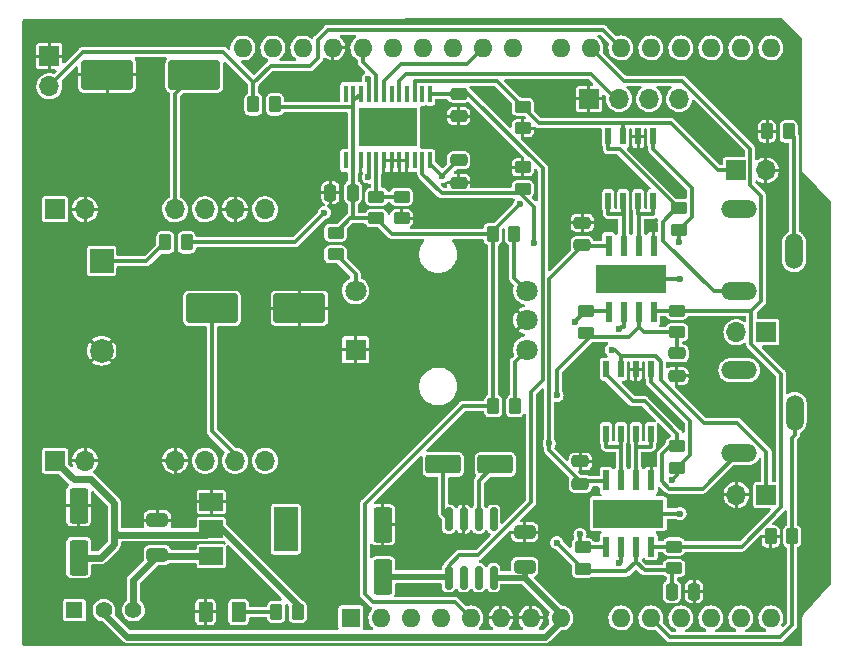
<source format=gtl>
G04 #@! TF.GenerationSoftware,KiCad,Pcbnew,(6.0.4)*
G04 #@! TF.CreationDate,2023-10-19T14:50:21+10:00*
G04 #@! TF.ProjectId,OpenXstim,4f70656e-5873-4746-996d-2e6b69636164,rev?*
G04 #@! TF.SameCoordinates,Original*
G04 #@! TF.FileFunction,Copper,L1,Top*
G04 #@! TF.FilePolarity,Positive*
%FSLAX46Y46*%
G04 Gerber Fmt 4.6, Leading zero omitted, Abs format (unit mm)*
G04 Created by KiCad (PCBNEW (6.0.4)) date 2023-10-19 14:50:21*
%MOMM*%
%LPD*%
G01*
G04 APERTURE LIST*
G04 Aperture macros list*
%AMRoundRect*
0 Rectangle with rounded corners*
0 $1 Rounding radius*
0 $2 $3 $4 $5 $6 $7 $8 $9 X,Y pos of 4 corners*
0 Add a 4 corners polygon primitive as box body*
4,1,4,$2,$3,$4,$5,$6,$7,$8,$9,$2,$3,0*
0 Add four circle primitives for the rounded corners*
1,1,$1+$1,$2,$3*
1,1,$1+$1,$4,$5*
1,1,$1+$1,$6,$7*
1,1,$1+$1,$8,$9*
0 Add four rect primitives between the rounded corners*
20,1,$1+$1,$2,$3,$4,$5,0*
20,1,$1+$1,$4,$5,$6,$7,0*
20,1,$1+$1,$6,$7,$8,$9,0*
20,1,$1+$1,$8,$9,$2,$3,0*%
G04 Aperture macros list end*
G04 #@! TA.AperFunction,SMDPad,CuDef*
%ADD10RoundRect,0.250000X0.262500X0.450000X-0.262500X0.450000X-0.262500X-0.450000X0.262500X-0.450000X0*%
G04 #@! TD*
G04 #@! TA.AperFunction,SMDPad,CuDef*
%ADD11RoundRect,0.250000X1.250000X0.550000X-1.250000X0.550000X-1.250000X-0.550000X1.250000X-0.550000X0*%
G04 #@! TD*
G04 #@! TA.AperFunction,SMDPad,CuDef*
%ADD12R,0.355600X1.473200*%
G04 #@! TD*
G04 #@! TA.AperFunction,SMDPad,CuDef*
%ADD13R,5.029200X3.251200*%
G04 #@! TD*
G04 #@! TA.AperFunction,SMDPad,CuDef*
%ADD14RoundRect,0.250000X0.450000X-0.262500X0.450000X0.262500X-0.450000X0.262500X-0.450000X-0.262500X0*%
G04 #@! TD*
G04 #@! TA.AperFunction,SMDPad,CuDef*
%ADD15RoundRect,0.250000X-0.262500X-0.450000X0.262500X-0.450000X0.262500X0.450000X-0.262500X0.450000X0*%
G04 #@! TD*
G04 #@! TA.AperFunction,SMDPad,CuDef*
%ADD16RoundRect,0.250000X-0.250000X-0.475000X0.250000X-0.475000X0.250000X0.475000X-0.250000X0.475000X0*%
G04 #@! TD*
G04 #@! TA.AperFunction,SMDPad,CuDef*
%ADD17RoundRect,0.250000X-0.550000X1.250000X-0.550000X-1.250000X0.550000X-1.250000X0.550000X1.250000X0*%
G04 #@! TD*
G04 #@! TA.AperFunction,ComponentPad*
%ADD18R,1.700000X1.700000*%
G04 #@! TD*
G04 #@! TA.AperFunction,ComponentPad*
%ADD19O,1.700000X1.700000*%
G04 #@! TD*
G04 #@! TA.AperFunction,SMDPad,CuDef*
%ADD20RoundRect,0.150000X-0.150000X0.825000X-0.150000X-0.825000X0.150000X-0.825000X0.150000X0.825000X0*%
G04 #@! TD*
G04 #@! TA.AperFunction,SMDPad,CuDef*
%ADD21R,2.000000X1.500000*%
G04 #@! TD*
G04 #@! TA.AperFunction,SMDPad,CuDef*
%ADD22R,2.000000X3.800000*%
G04 #@! TD*
G04 #@! TA.AperFunction,SMDPad,CuDef*
%ADD23RoundRect,0.250000X0.475000X-0.250000X0.475000X0.250000X-0.475000X0.250000X-0.475000X-0.250000X0*%
G04 #@! TD*
G04 #@! TA.AperFunction,SMDPad,CuDef*
%ADD24RoundRect,0.250000X0.250000X0.475000X-0.250000X0.475000X-0.250000X-0.475000X0.250000X-0.475000X0*%
G04 #@! TD*
G04 #@! TA.AperFunction,SMDPad,CuDef*
%ADD25R,0.600000X1.800000*%
G04 #@! TD*
G04 #@! TA.AperFunction,SMDPad,CuDef*
%ADD26R,6.000000X2.400000*%
G04 #@! TD*
G04 #@! TA.AperFunction,ComponentPad*
%ADD27C,1.800000*%
G04 #@! TD*
G04 #@! TA.AperFunction,ComponentPad*
%ADD28R,1.800000X1.800000*%
G04 #@! TD*
G04 #@! TA.AperFunction,ComponentPad*
%ADD29O,1.508000X3.016000*%
G04 #@! TD*
G04 #@! TA.AperFunction,ComponentPad*
%ADD30O,3.016000X1.508000*%
G04 #@! TD*
G04 #@! TA.AperFunction,ComponentPad*
%ADD31R,2.000000X2.000000*%
G04 #@! TD*
G04 #@! TA.AperFunction,ComponentPad*
%ADD32C,2.000000*%
G04 #@! TD*
G04 #@! TA.AperFunction,SMDPad,CuDef*
%ADD33R,0.482600X1.447800*%
G04 #@! TD*
G04 #@! TA.AperFunction,SMDPad,CuDef*
%ADD34RoundRect,0.250000X-0.375000X-0.625000X0.375000X-0.625000X0.375000X0.625000X-0.375000X0.625000X0*%
G04 #@! TD*
G04 #@! TA.AperFunction,SMDPad,CuDef*
%ADD35RoundRect,0.250000X0.650000X-0.325000X0.650000X0.325000X-0.650000X0.325000X-0.650000X-0.325000X0*%
G04 #@! TD*
G04 #@! TA.AperFunction,SMDPad,CuDef*
%ADD36RoundRect,0.250000X-0.450000X0.262500X-0.450000X-0.262500X0.450000X-0.262500X0.450000X0.262500X0*%
G04 #@! TD*
G04 #@! TA.AperFunction,SMDPad,CuDef*
%ADD37RoundRect,0.250000X1.950000X1.000000X-1.950000X1.000000X-1.950000X-1.000000X1.950000X-1.000000X0*%
G04 #@! TD*
G04 #@! TA.AperFunction,ComponentPad*
%ADD38R,1.408000X1.408000*%
G04 #@! TD*
G04 #@! TA.AperFunction,ComponentPad*
%ADD39C,1.408000*%
G04 #@! TD*
G04 #@! TA.AperFunction,SMDPad,CuDef*
%ADD40RoundRect,0.250000X0.550000X-1.250000X0.550000X1.250000X-0.550000X1.250000X-0.550000X-1.250000X0*%
G04 #@! TD*
G04 #@! TA.AperFunction,SMDPad,CuDef*
%ADD41RoundRect,0.250000X-0.475000X0.250000X-0.475000X-0.250000X0.475000X-0.250000X0.475000X0.250000X0*%
G04 #@! TD*
G04 #@! TA.AperFunction,ComponentPad*
%ADD42R,1.600000X1.600000*%
G04 #@! TD*
G04 #@! TA.AperFunction,ComponentPad*
%ADD43O,1.600000X1.600000*%
G04 #@! TD*
G04 #@! TA.AperFunction,ViaPad*
%ADD44C,0.600000*%
G04 #@! TD*
G04 #@! TA.AperFunction,Conductor*
%ADD45C,0.350000*%
G04 #@! TD*
G04 #@! TA.AperFunction,Conductor*
%ADD46C,0.600000*%
G04 #@! TD*
G04 #@! TA.AperFunction,Conductor*
%ADD47C,0.450000*%
G04 #@! TD*
G04 #@! TA.AperFunction,Conductor*
%ADD48C,0.550000*%
G04 #@! TD*
G04 APERTURE END LIST*
D10*
X239113700Y-73507600D03*
X237288700Y-73507600D03*
D11*
X214290000Y-101701600D03*
X209890000Y-101701600D03*
D12*
X208756199Y-70332600D03*
X208106200Y-70332600D03*
X207456202Y-70332600D03*
X206806201Y-70332600D03*
X206156202Y-70332600D03*
X205506201Y-70332600D03*
X204856202Y-70332600D03*
X204206201Y-70332600D03*
X203556202Y-70332600D03*
X202906201Y-70332600D03*
X202256202Y-70332600D03*
X201606201Y-70332600D03*
X201606201Y-75971400D03*
X202256200Y-75971400D03*
X202906201Y-75971400D03*
X203556199Y-75971400D03*
X204206201Y-75971400D03*
X204856199Y-75971400D03*
X205506198Y-75971400D03*
X206156199Y-75971400D03*
X206806198Y-75971400D03*
X207456199Y-75971400D03*
X208106198Y-75971400D03*
X208756199Y-75971400D03*
D13*
X205181200Y-73152000D03*
D14*
X229666800Y-102004500D03*
X229666800Y-100179500D03*
D15*
X193803900Y-71221600D03*
X195628900Y-71221600D03*
D16*
X229224800Y-112471200D03*
X231124800Y-112471200D03*
D14*
X229819200Y-81835000D03*
X229819200Y-80010000D03*
D15*
X186336300Y-82905600D03*
X188161300Y-82905600D03*
D17*
X204774800Y-106816800D03*
X204774800Y-111216800D03*
D18*
X237241000Y-104292400D03*
D19*
X234701000Y-104292400D03*
D20*
X214147400Y-106338600D03*
X212877400Y-106338600D03*
X211607400Y-106338600D03*
X210337400Y-106338600D03*
X210337400Y-111288600D03*
X211607400Y-111288600D03*
X212877400Y-111288600D03*
X214147400Y-111288600D03*
D21*
X190245600Y-104888000D03*
X190245600Y-107188000D03*
X190245600Y-109488000D03*
D22*
X196545600Y-107188000D03*
D23*
X211175600Y-77861200D03*
X211175600Y-75961200D03*
D24*
X202219600Y-78689200D03*
X200319600Y-78689200D03*
D25*
X227680200Y-83204400D03*
X226410200Y-83204400D03*
X225140200Y-83204400D03*
X223870200Y-83204400D03*
X223870200Y-88804400D03*
X225140200Y-88804400D03*
X226410200Y-88804400D03*
X227680200Y-88804400D03*
D26*
X225755200Y-86004400D03*
D27*
X216948400Y-92009600D03*
X216948400Y-87009600D03*
X216948400Y-89509600D03*
D28*
X202448400Y-92009600D03*
D27*
X202448400Y-87009600D03*
D25*
X227477000Y-103067200D03*
X226207000Y-103067200D03*
X224937000Y-103067200D03*
X223667000Y-103067200D03*
X223667000Y-108667200D03*
X224937000Y-108667200D03*
X226207000Y-108667200D03*
X227477000Y-108667200D03*
D26*
X225552000Y-105867200D03*
D29*
X239636000Y-97332800D03*
D30*
X234936000Y-100732800D03*
X234936000Y-93732800D03*
D31*
X180949600Y-84490400D03*
D32*
X180949600Y-92090400D03*
D15*
X214073100Y-82194400D03*
X215898100Y-82194400D03*
X195734300Y-114198400D03*
X197559300Y-114198400D03*
D23*
X221488000Y-103362800D03*
X221488000Y-101462800D03*
D18*
X234640200Y-76809600D03*
D19*
X237180200Y-76809600D03*
D18*
X177008000Y-101396800D03*
D19*
X179548000Y-101396800D03*
X187168000Y-101396800D03*
X189708000Y-101396800D03*
X192248000Y-101396800D03*
X194788000Y-101396800D03*
D33*
X227457000Y-93637100D03*
X226187000Y-93637100D03*
X224917000Y-93637100D03*
X223647000Y-93637100D03*
X223647000Y-99098100D03*
X224917000Y-99098100D03*
X226187000Y-99098100D03*
X227457000Y-99098100D03*
D34*
X189760400Y-114198400D03*
X192560400Y-114198400D03*
D35*
X216763600Y-110390200D03*
X216763600Y-107440200D03*
D14*
X229412800Y-110488100D03*
X229412800Y-108663100D03*
X221691200Y-110538900D03*
X221691200Y-108713900D03*
D23*
X211175600Y-72222400D03*
X211175600Y-70322400D03*
D36*
X206349600Y-79046700D03*
X206349600Y-80871700D03*
D18*
X222212800Y-70764400D03*
D19*
X224752800Y-70764400D03*
X227292800Y-70764400D03*
X229832800Y-70764400D03*
D14*
X221996000Y-90574500D03*
X221996000Y-88749500D03*
D36*
X216611200Y-71426700D03*
X216611200Y-73251700D03*
D29*
X239585200Y-83667600D03*
D30*
X234885200Y-87067600D03*
X234885200Y-80067600D03*
D23*
X221640400Y-83144400D03*
X221640400Y-81244400D03*
D14*
X229666800Y-90523700D03*
X229666800Y-88698700D03*
D37*
X188815200Y-68732400D03*
X181415200Y-68732400D03*
D14*
X204216000Y-80871700D03*
X204216000Y-79046700D03*
D18*
X177008000Y-80111600D03*
D19*
X179548000Y-80111600D03*
X187168000Y-80111600D03*
X189708000Y-80111600D03*
X192248000Y-80111600D03*
X194788000Y-80111600D03*
D18*
X176530000Y-67152600D03*
D19*
X176530000Y-69692600D03*
D14*
X216611200Y-78382500D03*
X216611200Y-76557500D03*
D10*
X239418500Y-107797600D03*
X237593500Y-107797600D03*
D15*
X214122000Y-96774000D03*
X215947000Y-96774000D03*
D38*
X178645100Y-114046000D03*
D39*
X181145100Y-114046000D03*
X183645100Y-114046000D03*
D40*
X179019200Y-109591200D03*
X179019200Y-105191200D03*
D33*
X227660200Y-73926700D03*
X226390200Y-73926700D03*
X225120200Y-73926700D03*
X223850200Y-73926700D03*
X223850200Y-79387700D03*
X225120200Y-79387700D03*
X226390200Y-79387700D03*
X227660200Y-79387700D03*
D41*
X229666800Y-92318800D03*
X229666800Y-94218800D03*
D18*
X237241000Y-90525600D03*
D19*
X234701000Y-90525600D03*
D35*
X185674000Y-109374200D03*
X185674000Y-106424200D03*
D36*
X200761600Y-82094700D03*
X200761600Y-83919700D03*
D37*
X197705200Y-88493600D03*
X190305200Y-88493600D03*
D42*
X202057000Y-114706400D03*
D43*
X204597000Y-114706400D03*
X207137000Y-114706400D03*
X209677000Y-114706400D03*
X212217000Y-114706400D03*
X214757000Y-114706400D03*
X217297000Y-114706400D03*
X219837000Y-114706400D03*
X224917000Y-114706400D03*
X227457000Y-114706400D03*
X229997000Y-114706400D03*
X232537000Y-114706400D03*
X235077000Y-114706400D03*
X237617000Y-114706400D03*
X237617000Y-66446400D03*
X235077000Y-66446400D03*
X232537000Y-66446400D03*
X229997000Y-66446400D03*
X227457000Y-66446400D03*
X224917000Y-66446400D03*
X222377000Y-66446400D03*
X219837000Y-66446400D03*
X215777000Y-66446400D03*
X213237000Y-66446400D03*
X210697000Y-66446400D03*
X208157000Y-66446400D03*
X205617000Y-66446400D03*
X203077000Y-66446400D03*
X200537000Y-66446400D03*
X197997000Y-66446400D03*
X195457000Y-66446400D03*
X192917000Y-66446400D03*
D44*
X213614000Y-74726800D03*
X222148400Y-93675200D03*
X227330000Y-101295200D03*
X216408000Y-69697600D03*
X209346800Y-79857600D03*
X231292400Y-91338400D03*
X227482400Y-81483200D03*
X218795600Y-74422000D03*
X226466400Y-95300800D03*
X227584000Y-76403200D03*
X221026100Y-89617200D03*
X221458500Y-107626300D03*
X216366700Y-79696200D03*
X203544200Y-69067200D03*
X219514900Y-95861600D03*
X219484600Y-108332300D03*
X229819200Y-82880400D03*
X224785600Y-90206600D03*
X229920800Y-105867200D03*
X229920800Y-86004400D03*
X218839700Y-99924700D03*
X209796900Y-77304400D03*
X199821500Y-80384700D03*
X203541500Y-77368400D03*
X224780400Y-110083000D03*
X229260600Y-103033300D03*
X224136300Y-92005400D03*
X217585100Y-82997400D03*
D45*
X227481100Y-108663100D02*
X227477000Y-108667200D01*
X225150600Y-69220000D02*
X230091900Y-69220000D01*
X235971000Y-91537100D02*
X238466200Y-94032300D01*
X230091900Y-69220000D02*
X235865400Y-74993500D01*
X235865400Y-78034700D02*
X236773800Y-78943100D01*
X235865400Y-74993500D02*
X235865400Y-78034700D01*
X235971000Y-88698700D02*
X229666800Y-88698700D01*
X222377000Y-66446400D02*
X225150600Y-69220000D01*
X238466200Y-105327000D02*
X235130100Y-108663100D01*
X236773800Y-78943100D02*
X236773800Y-87895900D01*
X235971000Y-88698700D02*
X235971000Y-91537100D01*
X236773800Y-87895900D02*
X235971000Y-88698700D01*
X238466200Y-94032300D02*
X238466200Y-105327000D01*
X229412800Y-108663100D02*
X227481100Y-108663100D01*
X235130100Y-108663100D02*
X229412800Y-108663100D01*
X229666800Y-88698700D02*
X227785900Y-88698700D01*
X227785900Y-88698700D02*
X227680200Y-88804400D01*
X221996000Y-88749500D02*
X223815300Y-88749500D01*
X221705800Y-108699300D02*
X221691200Y-108713900D01*
X221458500Y-107626300D02*
X221458500Y-108419900D01*
X221893800Y-88749500D02*
X221026100Y-89617200D01*
X221705800Y-108667200D02*
X221705800Y-108699300D01*
X221996000Y-88749500D02*
X221893800Y-88749500D01*
X221458500Y-108419900D02*
X221705800Y-108667200D01*
X223667000Y-108667200D02*
X221705800Y-108667200D01*
X223815300Y-88749500D02*
X223870200Y-88804400D01*
X202256200Y-70879500D02*
X202256200Y-71444300D01*
X210896200Y-113385600D02*
X203962000Y-113385600D01*
X203962000Y-113385600D02*
X203250800Y-112674400D01*
X202219600Y-78689200D02*
X202256200Y-78652600D01*
X216366700Y-79696200D02*
X214073100Y-81989800D01*
X222372900Y-68653500D02*
X224483800Y-70764400D01*
X206156200Y-69220900D02*
X206723600Y-68653500D01*
X202256200Y-70332600D02*
X202256200Y-70879500D01*
X201984600Y-80871700D02*
X202219600Y-80871700D01*
X205538700Y-82194400D02*
X204216000Y-80871700D01*
X195628900Y-71221600D02*
X195851600Y-71444300D01*
X202219600Y-80871700D02*
X202219600Y-78689200D01*
X202256200Y-78652600D02*
X202256200Y-75971400D01*
X195851600Y-71444300D02*
X202256200Y-71444300D01*
X211531200Y-96774000D02*
X214122000Y-96774000D01*
X214073100Y-82194400D02*
X205538700Y-82194400D01*
X203250800Y-105054400D02*
X211531200Y-96774000D01*
X202256200Y-75971400D02*
X202256200Y-71444300D01*
X224483800Y-70764400D02*
X224752800Y-70764400D01*
X214073100Y-81989800D02*
X214073100Y-82194400D01*
X206156200Y-70332600D02*
X206156200Y-69220900D01*
X203250800Y-112674400D02*
X203250800Y-105054400D01*
X202359300Y-70879500D02*
X202906200Y-70332600D01*
X200761600Y-82094700D02*
X201984600Y-80871700D01*
X202219600Y-80871700D02*
X204216000Y-80871700D01*
X206723600Y-68653500D02*
X222372900Y-68653500D01*
X202256200Y-70879500D02*
X202359300Y-70879500D01*
X212217000Y-114706400D02*
X210896200Y-113385600D01*
X214122000Y-96774000D02*
X214122000Y-82243300D01*
X214122000Y-82243300D02*
X214073100Y-82194400D01*
X198628000Y-67970400D02*
X195275200Y-67970400D01*
X224917000Y-66446400D02*
X223393000Y-64922400D01*
X193803900Y-69343900D02*
X193803900Y-71221600D01*
X176530000Y-69692600D02*
X176530000Y-69646800D01*
X223393000Y-64922400D02*
X200101200Y-64922400D01*
X176530000Y-69646800D02*
X179374800Y-66802000D01*
X199267000Y-65756600D02*
X199267000Y-67331400D01*
X195275200Y-67970400D02*
X193802000Y-69443600D01*
X200101200Y-64922400D02*
X199267000Y-65756600D01*
X191262000Y-66802000D02*
X193803900Y-69343900D01*
X179374800Y-66802000D02*
X191262000Y-66802000D01*
X199267000Y-67331400D02*
X198628000Y-67970400D01*
X216948400Y-87009600D02*
X215898100Y-85959300D01*
X215898100Y-85959300D02*
X215898100Y-82194400D01*
X216948400Y-92009600D02*
X215947000Y-93011000D01*
X215947000Y-93011000D02*
X215947000Y-96774000D01*
X203544200Y-69208900D02*
X203556200Y-69220900D01*
X203544200Y-69067200D02*
X203544200Y-69208900D01*
X203556200Y-70332600D02*
X203556200Y-69220900D01*
X204206200Y-70332600D02*
X204219300Y-70319500D01*
X204219300Y-68763800D02*
X203077000Y-67621500D01*
X204219300Y-70319500D02*
X204219300Y-68763800D01*
X203077000Y-66446400D02*
X203077000Y-67621500D01*
X212877400Y-103114200D02*
X214290000Y-101701600D01*
X212877400Y-106338600D02*
X212877400Y-103114200D01*
X210337400Y-106338600D02*
X209890000Y-105891200D01*
X209890000Y-105891200D02*
X209890000Y-101701600D01*
X229666800Y-92318800D02*
X229666800Y-90523700D01*
X226854400Y-90523700D02*
X226410200Y-90079500D01*
X221926200Y-110773900D02*
X225375400Y-110773900D01*
X229666800Y-90523700D02*
X226854400Y-90523700D01*
X229224800Y-110676100D02*
X226940800Y-110676100D01*
X225375400Y-110773900D02*
X226207000Y-109942300D01*
X225584300Y-90905400D02*
X222326900Y-90905400D01*
X226940800Y-110676100D02*
X226207000Y-109942300D01*
X222326900Y-90905400D02*
X219514900Y-93717400D01*
X187168000Y-80111600D02*
X187168000Y-70379600D01*
X187168000Y-70379600D02*
X188815200Y-68732400D01*
X229224800Y-110676100D02*
X229412800Y-110488100D01*
X222326900Y-90905400D02*
X221996000Y-90574500D01*
X229224800Y-112471200D02*
X229224800Y-110676100D01*
X226410200Y-88804400D02*
X226410200Y-90079500D01*
X219484600Y-108332300D02*
X221691200Y-110538900D01*
X226207000Y-108667200D02*
X226207000Y-109942300D01*
X219514900Y-93717400D02*
X219514900Y-95861600D01*
X221691200Y-110538900D02*
X221926200Y-110773900D01*
X226410200Y-90079500D02*
X225584300Y-90905400D01*
X227660200Y-79387700D02*
X227660200Y-80486700D01*
X227660200Y-80486700D02*
X226410200Y-80486700D01*
X226390200Y-79387700D02*
X226390200Y-80486700D01*
X226410200Y-80486700D02*
X226410200Y-83204400D01*
X226410200Y-80486700D02*
X226390200Y-80486700D01*
X225120200Y-79937200D02*
X225140200Y-79957200D01*
X225120200Y-79937200D02*
X225120200Y-80486700D01*
X225140200Y-79957200D02*
X225140200Y-83204400D01*
X223850200Y-79387700D02*
X223850200Y-80486700D01*
X225120200Y-79387700D02*
X225120200Y-79937200D01*
X225120200Y-80486700D02*
X223850200Y-80486700D01*
X227660200Y-75025700D02*
X230904500Y-78270000D01*
X224912700Y-90079500D02*
X224785600Y-90206600D01*
X225140200Y-90079500D02*
X224912700Y-90079500D01*
X229819200Y-82880400D02*
X229819200Y-81835000D01*
X227660200Y-73926700D02*
X227660200Y-75025700D01*
X230904500Y-80749700D02*
X229819200Y-81835000D01*
X225140200Y-88804400D02*
X225140200Y-90079500D01*
X230904500Y-78270000D02*
X230904500Y-80749700D01*
X229920800Y-86004400D02*
X225755200Y-86004400D01*
X229920800Y-105867200D02*
X225552000Y-105867200D01*
X223585500Y-103148700D02*
X223667000Y-103067200D01*
X218839020Y-86005780D02*
X221640400Y-83204400D01*
X218839700Y-99924700D02*
X218839020Y-99924020D01*
X221488000Y-103148700D02*
X223585500Y-103148700D01*
X221488000Y-103362800D02*
X221488000Y-103148700D01*
X221640400Y-83204400D02*
X223870200Y-83204400D01*
X218839700Y-100500400D02*
X218839700Y-99924700D01*
X190305200Y-88493600D02*
X190305200Y-98916000D01*
X192248000Y-100858800D02*
X192248000Y-101396800D01*
X221488000Y-103148700D02*
X218839700Y-100500400D01*
X190305200Y-98916000D02*
X192248000Y-100858800D01*
X221640400Y-83204400D02*
X221640400Y-83144400D01*
X218839020Y-99924020D02*
X218839020Y-86005780D01*
D46*
X197559300Y-113637700D02*
X191109600Y-107188000D01*
X197559300Y-114198400D02*
X197559300Y-113637700D01*
X180883200Y-109591200D02*
X179867200Y-109591200D01*
D45*
X190548900Y-107188000D02*
X190245600Y-107188000D01*
D46*
X189788400Y-107645200D02*
X182267200Y-107645200D01*
D45*
X182010000Y-107388000D02*
X182010000Y-107448400D01*
D46*
X180035200Y-102971600D02*
X182010000Y-104946400D01*
X189839200Y-107594400D02*
X189788400Y-107645200D01*
X182010000Y-104946400D02*
X182010000Y-107388000D01*
X178582800Y-102971600D02*
X180035200Y-102971600D01*
D45*
X179867200Y-109591200D02*
X179019200Y-109591200D01*
D46*
X182010000Y-108464400D02*
X180883200Y-109591200D01*
X182010000Y-107448400D02*
X182010000Y-108464400D01*
D45*
X190245600Y-107188000D02*
X189839200Y-107594400D01*
D46*
X191109600Y-107188000D02*
X190548900Y-107188000D01*
X182267200Y-107645200D02*
X182216400Y-107594400D01*
X177008000Y-101396800D02*
X178582800Y-102971600D01*
D45*
X182216400Y-107594400D02*
X182010000Y-107388000D01*
X200761600Y-83919700D02*
X202448400Y-85606500D01*
X202448400Y-85606500D02*
X202448400Y-87009600D01*
D46*
X183645100Y-114046000D02*
X183645100Y-111516900D01*
X185674000Y-109488000D02*
X188870500Y-109488000D01*
X183645100Y-111516900D02*
X185674000Y-109488000D01*
X190245600Y-109488000D02*
X188870500Y-109488000D01*
D45*
X185674000Y-109488000D02*
X185674000Y-109374200D01*
X192560400Y-114198400D02*
X195734300Y-114198400D01*
X208756200Y-76263700D02*
X208756200Y-75971400D01*
D47*
X181145100Y-114046000D02*
X181145100Y-114343100D01*
D46*
X181195900Y-114343100D02*
X183134000Y-116281200D01*
D45*
X209796900Y-77304400D02*
X208756200Y-76263700D01*
D48*
X216763600Y-111288600D02*
X216763600Y-110390200D01*
D47*
X219837000Y-114935000D02*
X219837000Y-114706400D01*
D45*
X211175600Y-75961200D02*
X211140100Y-75961200D01*
D46*
X181145100Y-114343100D02*
X181195900Y-114343100D01*
D45*
X219837000Y-114706400D02*
X219837000Y-114362000D01*
D48*
X216763600Y-111288600D02*
X214147400Y-111288600D01*
X219837000Y-114362000D02*
X216763600Y-111288600D01*
D45*
X211140100Y-75961200D02*
X209796900Y-77304400D01*
D46*
X183134000Y-116281200D02*
X218490800Y-116281200D01*
X218490800Y-116281200D02*
X219837000Y-114935000D01*
D45*
X239585200Y-83667600D02*
X239585200Y-73979100D01*
X239585200Y-73979100D02*
X239113700Y-73507600D01*
X227457000Y-114706400D02*
X229082600Y-116332000D01*
X239418500Y-99433400D02*
X239636000Y-99215900D01*
X239418500Y-107797600D02*
X239418500Y-99433400D01*
X229082600Y-116332000D02*
X238404400Y-116332000D01*
X227457000Y-114706400D02*
X227457000Y-114782600D01*
X238404400Y-116332000D02*
X239418500Y-115317900D01*
X239418500Y-115317900D02*
X239418500Y-107797600D01*
X239636000Y-97332800D02*
X239636000Y-99215900D01*
X199821500Y-80384700D02*
X197300600Y-82905600D01*
X197300600Y-82905600D02*
X188161300Y-82905600D01*
X204856200Y-69220900D02*
X204856200Y-70332600D01*
X211865400Y-67818000D02*
X206259100Y-67818000D01*
X213237000Y-66446400D02*
X211865400Y-67818000D01*
X206259100Y-67818000D02*
X204856200Y-69220900D01*
X203556200Y-77353700D02*
X203556200Y-75971400D01*
X203541500Y-77368400D02*
X203556200Y-77353700D01*
X180949600Y-84490400D02*
X184751500Y-84490400D01*
X184751500Y-84490400D02*
X186336300Y-82905600D01*
X211175600Y-70322400D02*
X212000700Y-70322400D01*
X212000700Y-70322400D02*
X218289500Y-76611200D01*
X208766400Y-70322400D02*
X211175600Y-70322400D01*
X210337400Y-111216800D02*
X210337400Y-111288600D01*
D48*
X210337400Y-111216800D02*
X204774800Y-111216800D01*
D45*
X217311400Y-95566500D02*
X217311400Y-104893200D01*
X210337400Y-110285850D02*
X210337400Y-111216800D01*
X208756200Y-70332600D02*
X208766400Y-70322400D01*
X212796800Y-109407800D02*
X211215450Y-109407800D01*
X218289500Y-94588400D02*
X217311400Y-95566500D01*
X218289500Y-76611200D02*
X218289500Y-94588400D01*
X211215450Y-109407800D02*
X210337400Y-110285850D01*
X217311400Y-104893200D02*
X212796800Y-109407800D01*
X226187000Y-100197100D02*
X226187000Y-101772100D01*
X226207000Y-103067200D02*
X226207000Y-101792100D01*
X226187000Y-99098100D02*
X226187000Y-100197100D01*
X227457000Y-99098100D02*
X227457000Y-100197100D01*
X227457000Y-100197100D02*
X226187000Y-100197100D01*
X226187000Y-101772100D02*
X226207000Y-101792100D01*
X223647000Y-99098100D02*
X223647000Y-100197100D01*
X224937000Y-99667600D02*
X224937000Y-103067200D01*
X224917000Y-99647600D02*
X224917000Y-100197100D01*
X224917000Y-100197100D02*
X223647000Y-100197100D01*
X224917000Y-99647600D02*
X224937000Y-99667600D01*
X224917000Y-99098100D02*
X224917000Y-99647600D01*
X224921100Y-109942300D02*
X224937000Y-109942300D01*
X229666800Y-102627100D02*
X229260600Y-103033300D01*
X229666800Y-102004500D02*
X229666800Y-102627100D01*
X224780400Y-110083000D02*
X224921100Y-109942300D01*
X224937000Y-108667200D02*
X224937000Y-109942300D01*
X227457000Y-94736100D02*
X230752200Y-98031300D01*
X230752200Y-100919100D02*
X229666800Y-102004500D01*
X227457000Y-93637100D02*
X227457000Y-94736100D01*
X230752200Y-98031300D02*
X230752200Y-100919100D01*
X224917000Y-92538100D02*
X227854400Y-92538100D01*
X217585000Y-82997400D02*
X217585100Y-82997400D01*
X216340000Y-78711100D02*
X217585000Y-79956200D01*
X231937600Y-98189800D02*
X234782800Y-98189800D01*
X209773000Y-78749900D02*
X208106200Y-77083100D01*
X237241000Y-100648000D02*
X237241000Y-104292400D01*
X224917000Y-93637100D02*
X224917000Y-92538100D01*
X227854400Y-92538100D02*
X228319500Y-93003200D01*
X217585000Y-79956200D02*
X217585000Y-82997400D01*
X216611200Y-78382500D02*
X216611200Y-78439900D01*
X208106200Y-75971400D02*
X208106200Y-77083100D01*
X228319500Y-93003200D02*
X228319500Y-94571700D01*
X216611200Y-78439900D02*
X216340000Y-78711100D01*
X216301200Y-78749900D02*
X209773000Y-78749900D01*
X234782800Y-98189800D02*
X237241000Y-100648000D01*
X228319500Y-94571700D02*
X231937600Y-98189800D01*
X224136300Y-92005400D02*
X224384300Y-92005400D01*
X224384300Y-92005400D02*
X224917000Y-92538100D01*
X216340000Y-78711100D02*
X216301200Y-78749900D01*
X229819200Y-80010000D02*
X229616000Y-80010000D01*
X224834900Y-75025700D02*
X229819200Y-80010000D01*
X232762000Y-87067600D02*
X234885200Y-87067600D01*
X223850200Y-73926700D02*
X223850200Y-75025700D01*
X228447600Y-82753200D02*
X232762000Y-87067600D01*
X229616000Y-80010000D02*
X228447600Y-81178400D01*
X228447600Y-81178400D02*
X228447600Y-82753200D01*
X223850200Y-75025700D02*
X224834900Y-75025700D01*
X229666800Y-100179500D02*
X229055300Y-100179500D01*
X234852000Y-100732800D02*
X234936000Y-100732800D01*
X231829500Y-103755300D02*
X234852000Y-100732800D01*
X228396800Y-103131700D02*
X229020400Y-103755300D01*
X228396800Y-100838000D02*
X228396800Y-103131700D01*
X223647000Y-94081322D02*
X225933278Y-96367600D01*
X223647000Y-93637100D02*
X223647000Y-94081322D01*
X225933278Y-96367600D02*
X226923600Y-96367600D01*
X226923600Y-96367600D02*
X229666800Y-99110800D01*
X229020400Y-103755300D02*
X231829500Y-103755300D01*
X229055300Y-100179500D02*
X228396800Y-100838000D01*
X229666800Y-99110800D02*
X229666800Y-100179500D01*
X225120200Y-73926700D02*
X225120200Y-72827700D01*
X234640200Y-76809600D02*
X233415100Y-76809600D01*
X233136300Y-76809600D02*
X233415100Y-76809600D01*
X229154400Y-72827700D02*
X233136300Y-76809600D01*
X207456200Y-70332600D02*
X207456200Y-69220900D01*
X218012200Y-72827700D02*
X225120200Y-72827700D01*
X216611200Y-71426700D02*
X214405400Y-69220900D01*
X225120200Y-72827700D02*
X229154400Y-72827700D01*
X216611200Y-71426700D02*
X218012200Y-72827700D01*
X214405400Y-69220900D02*
X207456200Y-69220900D01*
X204216000Y-79046700D02*
X204216000Y-77092900D01*
X204216000Y-77092900D02*
X204206200Y-77083100D01*
X204206200Y-75971400D02*
X204206200Y-77083100D01*
X204216000Y-79046700D02*
X206349600Y-79046700D01*
G04 #@! TA.AperFunction,Conductor*
G36*
X238543614Y-63901678D02*
G01*
X238564797Y-63918715D01*
X240246595Y-65600513D01*
X240280621Y-65662825D01*
X240283500Y-65689608D01*
X240283500Y-76797524D01*
X240281079Y-76822103D01*
X240278514Y-76835000D01*
X240298266Y-76934301D01*
X240340316Y-76997234D01*
X240340319Y-76997237D01*
X240354516Y-77018484D01*
X240364829Y-77025375D01*
X240365450Y-77025790D01*
X240384542Y-77041460D01*
X241526840Y-78183757D01*
X242659595Y-79316512D01*
X242693620Y-79378824D01*
X242696500Y-79405607D01*
X242696500Y-111867414D01*
X242676498Y-111935535D01*
X242663934Y-111951949D01*
X240448661Y-114400409D01*
X240380874Y-114475331D01*
X240373478Y-114481717D01*
X240373608Y-114481847D01*
X240364836Y-114490620D01*
X240354516Y-114497516D01*
X240338686Y-114521207D01*
X240336301Y-114524598D01*
X240332461Y-114528841D01*
X240324463Y-114542212D01*
X240321105Y-114547519D01*
X240298266Y-114581699D01*
X240296983Y-114588150D01*
X240293606Y-114593795D01*
X240291796Y-114606070D01*
X240291796Y-114606071D01*
X240287607Y-114634486D01*
X240286537Y-114640669D01*
X240283500Y-114655933D01*
X240283500Y-114661655D01*
X240282995Y-114665760D01*
X240278838Y-114693958D01*
X240281863Y-114705992D01*
X240282483Y-114718389D01*
X240282299Y-114718398D01*
X240283500Y-114728100D01*
X240283500Y-116967500D01*
X240263498Y-117035621D01*
X240209842Y-117082114D01*
X240157500Y-117093500D01*
X174370500Y-117093500D01*
X174302379Y-117073498D01*
X174255886Y-117019842D01*
X174244500Y-116967500D01*
X174244500Y-113316933D01*
X177686600Y-113316933D01*
X177686601Y-114775066D01*
X177693712Y-114810818D01*
X177698896Y-114836880D01*
X177701366Y-114849301D01*
X177708261Y-114859620D01*
X177708262Y-114859622D01*
X177737586Y-114903508D01*
X177757616Y-114933484D01*
X177841799Y-114989734D01*
X177916033Y-115004500D01*
X178644982Y-115004500D01*
X179374166Y-115004499D01*
X179410130Y-114997346D01*
X179436226Y-114992156D01*
X179436228Y-114992155D01*
X179448401Y-114989734D01*
X179458721Y-114982839D01*
X179458722Y-114982838D01*
X179522268Y-114940377D01*
X179532584Y-114933484D01*
X179588834Y-114849301D01*
X179603600Y-114775067D01*
X179603599Y-113316934D01*
X179596488Y-113281182D01*
X179591256Y-113254874D01*
X179591255Y-113254872D01*
X179588834Y-113242699D01*
X179574941Y-113221906D01*
X179539477Y-113168832D01*
X179532584Y-113158516D01*
X179448401Y-113102266D01*
X179374167Y-113087500D01*
X178645218Y-113087500D01*
X177916034Y-113087501D01*
X177880282Y-113094612D01*
X177853974Y-113099844D01*
X177853972Y-113099845D01*
X177841799Y-113102266D01*
X177831479Y-113109161D01*
X177831478Y-113109162D01*
X177797732Y-113131711D01*
X177757616Y-113158516D01*
X177701366Y-113242699D01*
X177686600Y-113316933D01*
X174244500Y-113316933D01*
X174244500Y-106485492D01*
X177965201Y-106485492D01*
X177965570Y-106492310D01*
X177971041Y-106542682D01*
X177974670Y-106557941D01*
X178019422Y-106677318D01*
X178027954Y-106692904D01*
X178103772Y-106794067D01*
X178116333Y-106806628D01*
X178217496Y-106882446D01*
X178233082Y-106890978D01*
X178352465Y-106935733D01*
X178367710Y-106939358D01*
X178418092Y-106944831D01*
X178424906Y-106945200D01*
X178874085Y-106945200D01*
X178889324Y-106940725D01*
X178890529Y-106939335D01*
X178892200Y-106931652D01*
X178892200Y-106927084D01*
X179146200Y-106927084D01*
X179150675Y-106942323D01*
X179152065Y-106943528D01*
X179159748Y-106945199D01*
X179613492Y-106945199D01*
X179620310Y-106944830D01*
X179670682Y-106939359D01*
X179685941Y-106935730D01*
X179805318Y-106890978D01*
X179820904Y-106882446D01*
X179922067Y-106806628D01*
X179934628Y-106794067D01*
X180010446Y-106692904D01*
X180018978Y-106677318D01*
X180063733Y-106557935D01*
X180067358Y-106542690D01*
X180072831Y-106492308D01*
X180073200Y-106485494D01*
X180073200Y-105336315D01*
X180068725Y-105321076D01*
X180067335Y-105319871D01*
X180059652Y-105318200D01*
X179164315Y-105318200D01*
X179149076Y-105322675D01*
X179147871Y-105324065D01*
X179146200Y-105331748D01*
X179146200Y-106927084D01*
X178892200Y-106927084D01*
X178892200Y-105336315D01*
X178887725Y-105321076D01*
X178886335Y-105319871D01*
X178878652Y-105318200D01*
X177983316Y-105318200D01*
X177968077Y-105322675D01*
X177966872Y-105324065D01*
X177965201Y-105331748D01*
X177965201Y-106485492D01*
X174244500Y-106485492D01*
X174244500Y-100521733D01*
X175903500Y-100521733D01*
X175903501Y-102271866D01*
X175918266Y-102346101D01*
X175925161Y-102356421D01*
X175925162Y-102356422D01*
X175962408Y-102412163D01*
X175974516Y-102430284D01*
X175984832Y-102437177D01*
X176040278Y-102474225D01*
X176058699Y-102486534D01*
X176132933Y-102501300D01*
X176259624Y-102501300D01*
X177276128Y-102501299D01*
X177344249Y-102521301D01*
X177365223Y-102538204D01*
X178177310Y-103350291D01*
X178211336Y-103412603D01*
X178206271Y-103483418D01*
X178163780Y-103540212D01*
X178116334Y-103575771D01*
X178103772Y-103588333D01*
X178027954Y-103689496D01*
X178019422Y-103705082D01*
X177974667Y-103824465D01*
X177971042Y-103839710D01*
X177965569Y-103890092D01*
X177965200Y-103896906D01*
X177965200Y-105046085D01*
X177969675Y-105061324D01*
X177971065Y-105062529D01*
X177978748Y-105064200D01*
X180055084Y-105064200D01*
X180070323Y-105059725D01*
X180071528Y-105058335D01*
X180073199Y-105050652D01*
X180073199Y-104097970D01*
X180093201Y-104029849D01*
X180146857Y-103983356D01*
X180217131Y-103973252D01*
X180281711Y-104002746D01*
X180288294Y-104008875D01*
X181418595Y-105139176D01*
X181452621Y-105201488D01*
X181455500Y-105228271D01*
X181455500Y-108182529D01*
X181435498Y-108250650D01*
X181418595Y-108271624D01*
X180690424Y-108999795D01*
X180628112Y-109033821D01*
X180601329Y-109036700D01*
X180199700Y-109036700D01*
X180131579Y-109016698D01*
X180085086Y-108963042D01*
X180073700Y-108910700D01*
X180073700Y-108293444D01*
X180070038Y-108259733D01*
X180067851Y-108239603D01*
X180067851Y-108239602D01*
X180066998Y-108231752D01*
X180061730Y-108217698D01*
X180049904Y-108186154D01*
X180016271Y-108096436D01*
X180010891Y-108089257D01*
X180010889Y-108089254D01*
X179934985Y-107987976D01*
X179929604Y-107980796D01*
X179884869Y-107947269D01*
X179821146Y-107899511D01*
X179821143Y-107899509D01*
X179813964Y-107894129D01*
X179704179Y-107852973D01*
X179686043Y-107846174D01*
X179686041Y-107846174D01*
X179678648Y-107843402D01*
X179670798Y-107842549D01*
X179670797Y-107842549D01*
X179620353Y-107837069D01*
X179620352Y-107837069D01*
X179616956Y-107836700D01*
X178421444Y-107836700D01*
X178418048Y-107837069D01*
X178418047Y-107837069D01*
X178367603Y-107842549D01*
X178367602Y-107842549D01*
X178359752Y-107843402D01*
X178352359Y-107846174D01*
X178352357Y-107846174D01*
X178334221Y-107852973D01*
X178224436Y-107894129D01*
X178217257Y-107899509D01*
X178217254Y-107899511D01*
X178153531Y-107947269D01*
X178108796Y-107980796D01*
X178103415Y-107987976D01*
X178027511Y-108089254D01*
X178027509Y-108089257D01*
X178022129Y-108096436D01*
X177988496Y-108186154D01*
X177976671Y-108217698D01*
X177971402Y-108231752D01*
X177970549Y-108239602D01*
X177970549Y-108239603D01*
X177968362Y-108259733D01*
X177964700Y-108293444D01*
X177964700Y-110888956D01*
X177971402Y-110950648D01*
X177974174Y-110958041D01*
X177974174Y-110958043D01*
X177977587Y-110967146D01*
X178022129Y-111085964D01*
X178027509Y-111093143D01*
X178027511Y-111093146D01*
X178083178Y-111167422D01*
X178108796Y-111201604D01*
X178115976Y-111206985D01*
X178217254Y-111282889D01*
X178217257Y-111282891D01*
X178224436Y-111288271D01*
X178290898Y-111313186D01*
X178352357Y-111336226D01*
X178352359Y-111336226D01*
X178359752Y-111338998D01*
X178367602Y-111339851D01*
X178367603Y-111339851D01*
X178418047Y-111345331D01*
X178421444Y-111345700D01*
X179616956Y-111345700D01*
X179620353Y-111345331D01*
X179670797Y-111339851D01*
X179670798Y-111339851D01*
X179678648Y-111338998D01*
X179686041Y-111336226D01*
X179686043Y-111336226D01*
X179747502Y-111313186D01*
X179813964Y-111288271D01*
X179821143Y-111282891D01*
X179821146Y-111282889D01*
X179922424Y-111206985D01*
X179929604Y-111201604D01*
X179955222Y-111167422D01*
X180010889Y-111093146D01*
X180010891Y-111093143D01*
X180016271Y-111085964D01*
X180060813Y-110967146D01*
X180064226Y-110958043D01*
X180064226Y-110958041D01*
X180066998Y-110950648D01*
X180073700Y-110888956D01*
X180073700Y-110271700D01*
X180093702Y-110203579D01*
X180147358Y-110157086D01*
X180199700Y-110145700D01*
X180868125Y-110145700D01*
X180873401Y-110145810D01*
X180935874Y-110148428D01*
X180978576Y-110138412D01*
X180990251Y-110136249D01*
X181019270Y-110132274D01*
X181033718Y-110130295D01*
X181047693Y-110124247D01*
X181068963Y-110117213D01*
X181075422Y-110115698D01*
X181083783Y-110113737D01*
X181122237Y-110092597D01*
X181132883Y-110087382D01*
X181165263Y-110073370D01*
X181165267Y-110073368D01*
X181173146Y-110069958D01*
X181182354Y-110062502D01*
X181184975Y-110060379D01*
X181203563Y-110047888D01*
X181216915Y-110040548D01*
X181222445Y-110035774D01*
X181223340Y-110035002D01*
X181223347Y-110034996D01*
X181225091Y-110033490D01*
X181249834Y-110008747D01*
X181259635Y-109999921D01*
X181284538Y-109979756D01*
X181284541Y-109979753D01*
X181291213Y-109974350D01*
X181302238Y-109958836D01*
X181315845Y-109942736D01*
X182391413Y-108867168D01*
X182395221Y-108863515D01*
X182434948Y-108826984D01*
X182434949Y-108826983D01*
X182441266Y-108821174D01*
X182446434Y-108812840D01*
X182464381Y-108783894D01*
X182471104Y-108774112D01*
X182492438Y-108746005D01*
X182497630Y-108739165D01*
X182503237Y-108725004D01*
X182513300Y-108704998D01*
X182516794Y-108699363D01*
X182516798Y-108699354D01*
X182521323Y-108692056D01*
X182533565Y-108649920D01*
X182537409Y-108638693D01*
X182541492Y-108628380D01*
X182553556Y-108597910D01*
X182555148Y-108582767D01*
X182559459Y-108560794D01*
X182561867Y-108552504D01*
X182563709Y-108546165D01*
X182564500Y-108535393D01*
X182564500Y-108500395D01*
X182565190Y-108487224D01*
X182568539Y-108455363D01*
X182569437Y-108446819D01*
X182566263Y-108428054D01*
X182564500Y-108407052D01*
X182564500Y-108325700D01*
X182584502Y-108257579D01*
X182638158Y-108211086D01*
X182690500Y-108199700D01*
X189773325Y-108199700D01*
X189778601Y-108199810D01*
X189841074Y-108202428D01*
X189849439Y-108200466D01*
X189849441Y-108200466D01*
X189869211Y-108195829D01*
X189897981Y-108192500D01*
X190857100Y-108192499D01*
X191270666Y-108192499D01*
X191270666Y-108193594D01*
X191334502Y-108205703D01*
X191366190Y-108228771D01*
X191414180Y-108276761D01*
X191448206Y-108339073D01*
X191443141Y-108409888D01*
X191400594Y-108466724D01*
X191334074Y-108491535D01*
X191300505Y-108489435D01*
X191270667Y-108483500D01*
X190245766Y-108483500D01*
X189220534Y-108483501D01*
X189184782Y-108490612D01*
X189158474Y-108495844D01*
X189158472Y-108495845D01*
X189146299Y-108498266D01*
X189135979Y-108505161D01*
X189135978Y-108505162D01*
X189094206Y-108533074D01*
X189062116Y-108554516D01*
X189005866Y-108638699D01*
X188991100Y-108712933D01*
X188991100Y-108807500D01*
X188971098Y-108875621D01*
X188917442Y-108922114D01*
X188865100Y-108933500D01*
X186906782Y-108933500D01*
X186838661Y-108913498D01*
X186792168Y-108859842D01*
X186788800Y-108851729D01*
X186775652Y-108816655D01*
X186771071Y-108804436D01*
X186765691Y-108797257D01*
X186765689Y-108797254D01*
X186689785Y-108695976D01*
X186684404Y-108688796D01*
X186624926Y-108644220D01*
X186575946Y-108607511D01*
X186575943Y-108607509D01*
X186568764Y-108602129D01*
X186469273Y-108564832D01*
X186440843Y-108554174D01*
X186440841Y-108554174D01*
X186433448Y-108551402D01*
X186425598Y-108550549D01*
X186425597Y-108550549D01*
X186375153Y-108545069D01*
X186375152Y-108545069D01*
X186371756Y-108544700D01*
X184976244Y-108544700D01*
X184972848Y-108545069D01*
X184972847Y-108545069D01*
X184922403Y-108550549D01*
X184922402Y-108550549D01*
X184914552Y-108551402D01*
X184907159Y-108554174D01*
X184907157Y-108554174D01*
X184878727Y-108564832D01*
X184779236Y-108602129D01*
X184772057Y-108607509D01*
X184772054Y-108607511D01*
X184723074Y-108644220D01*
X184663596Y-108688796D01*
X184658215Y-108695976D01*
X184582311Y-108797254D01*
X184582309Y-108797257D01*
X184576929Y-108804436D01*
X184526202Y-108939752D01*
X184525349Y-108947602D01*
X184525349Y-108947603D01*
X184520030Y-108996564D01*
X184519500Y-109001444D01*
X184519500Y-109746956D01*
X184522846Y-109777749D01*
X184523893Y-109787390D01*
X184511365Y-109857273D01*
X184487725Y-109890094D01*
X183263687Y-111114132D01*
X183259879Y-111117785D01*
X183213834Y-111160126D01*
X183209311Y-111167421D01*
X183209310Y-111167422D01*
X183190719Y-111197406D01*
X183183996Y-111207188D01*
X183157470Y-111242135D01*
X183154309Y-111250119D01*
X183151863Y-111256296D01*
X183141800Y-111276302D01*
X183138306Y-111281937D01*
X183138302Y-111281946D01*
X183133777Y-111289244D01*
X183131381Y-111297491D01*
X183121535Y-111331380D01*
X183117693Y-111342602D01*
X183101544Y-111383390D01*
X183100646Y-111391935D01*
X183099952Y-111398533D01*
X183095641Y-111420505D01*
X183091391Y-111435135D01*
X183090600Y-111445907D01*
X183090600Y-111480905D01*
X183089910Y-111494075D01*
X183085663Y-111534481D01*
X183088837Y-111553246D01*
X183090600Y-111574248D01*
X183090600Y-113201518D01*
X183070598Y-113269639D01*
X183043556Y-113299710D01*
X182971228Y-113357864D01*
X182967270Y-113362582D01*
X182967267Y-113362584D01*
X182938875Y-113396421D01*
X182850402Y-113501859D01*
X182847438Y-113507251D01*
X182847435Y-113507255D01*
X182829979Y-113539008D01*
X182759846Y-113666580D01*
X182757985Y-113672447D01*
X182757984Y-113672449D01*
X182740593Y-113727274D01*
X182703009Y-113845752D01*
X182682056Y-114032552D01*
X182684826Y-114065535D01*
X182689732Y-114123958D01*
X182697785Y-114219865D01*
X182749597Y-114400555D01*
X182752412Y-114406032D01*
X182752413Y-114406035D01*
X182832258Y-114561397D01*
X182835518Y-114567740D01*
X182839341Y-114572564D01*
X182839344Y-114572568D01*
X182910496Y-114662338D01*
X182952277Y-114715052D01*
X182956971Y-114719047D01*
X183015525Y-114768880D01*
X183095424Y-114836880D01*
X183100802Y-114839886D01*
X183100804Y-114839887D01*
X183150559Y-114867694D01*
X183259509Y-114928584D01*
X183438280Y-114986670D01*
X183624930Y-115008927D01*
X183631065Y-115008455D01*
X183631067Y-115008455D01*
X183806205Y-114994979D01*
X183806209Y-114994978D01*
X183812347Y-114994506D01*
X183897478Y-114970737D01*
X183987450Y-114945616D01*
X183987453Y-114945615D01*
X183993394Y-114943956D01*
X183998898Y-114941176D01*
X183998900Y-114941175D01*
X184144372Y-114867692D01*
X188881401Y-114867692D01*
X188881770Y-114874510D01*
X188887241Y-114924882D01*
X188890870Y-114940141D01*
X188935622Y-115059518D01*
X188944154Y-115075104D01*
X189019972Y-115176267D01*
X189032533Y-115188828D01*
X189133696Y-115264646D01*
X189149282Y-115273178D01*
X189268665Y-115317933D01*
X189283910Y-115321558D01*
X189334292Y-115327031D01*
X189341106Y-115327400D01*
X189615285Y-115327400D01*
X189630524Y-115322925D01*
X189631729Y-115321535D01*
X189633400Y-115313852D01*
X189633400Y-115309284D01*
X189887400Y-115309284D01*
X189891875Y-115324523D01*
X189893265Y-115325728D01*
X189900948Y-115327399D01*
X190179692Y-115327399D01*
X190186510Y-115327030D01*
X190236882Y-115321559D01*
X190252141Y-115317930D01*
X190371518Y-115273178D01*
X190387104Y-115264646D01*
X190488267Y-115188828D01*
X190500828Y-115176267D01*
X190576646Y-115075104D01*
X190585178Y-115059518D01*
X190629933Y-114940135D01*
X190633558Y-114924890D01*
X190639031Y-114874508D01*
X190639400Y-114867694D01*
X190639400Y-114343515D01*
X190634925Y-114328276D01*
X190633535Y-114327071D01*
X190625852Y-114325400D01*
X189905515Y-114325400D01*
X189890276Y-114329875D01*
X189889071Y-114331265D01*
X189887400Y-114338948D01*
X189887400Y-115309284D01*
X189633400Y-115309284D01*
X189633400Y-114343515D01*
X189628925Y-114328276D01*
X189627535Y-114327071D01*
X189619852Y-114325400D01*
X188899516Y-114325400D01*
X188884277Y-114329875D01*
X188883072Y-114331265D01*
X188881401Y-114338948D01*
X188881401Y-114867692D01*
X184144372Y-114867692D01*
X184155674Y-114861983D01*
X184155676Y-114861982D01*
X184161175Y-114859204D01*
X184309299Y-114743477D01*
X184322572Y-114728100D01*
X184428094Y-114605852D01*
X184428095Y-114605850D01*
X184432123Y-114601184D01*
X184524970Y-114437744D01*
X184584303Y-114259382D01*
X184607862Y-114072892D01*
X184608136Y-114053285D01*
X188881400Y-114053285D01*
X188885875Y-114068524D01*
X188887265Y-114069729D01*
X188894948Y-114071400D01*
X189615285Y-114071400D01*
X189630524Y-114066925D01*
X189631729Y-114065535D01*
X189633400Y-114057852D01*
X189633400Y-114053285D01*
X189887400Y-114053285D01*
X189891875Y-114068524D01*
X189893265Y-114069729D01*
X189900948Y-114071400D01*
X190621284Y-114071400D01*
X190636523Y-114066925D01*
X190637728Y-114065535D01*
X190639399Y-114057852D01*
X190639399Y-113529108D01*
X190639030Y-113522290D01*
X190633559Y-113471918D01*
X190629930Y-113456659D01*
X190585178Y-113337282D01*
X190576646Y-113321696D01*
X190500828Y-113220533D01*
X190488267Y-113207972D01*
X190387104Y-113132154D01*
X190371518Y-113123622D01*
X190252135Y-113078867D01*
X190236890Y-113075242D01*
X190186508Y-113069769D01*
X190179694Y-113069400D01*
X189905515Y-113069400D01*
X189890276Y-113073875D01*
X189889071Y-113075265D01*
X189887400Y-113082948D01*
X189887400Y-114053285D01*
X189633400Y-114053285D01*
X189633400Y-113087516D01*
X189628925Y-113072277D01*
X189627535Y-113071072D01*
X189619852Y-113069401D01*
X189341108Y-113069401D01*
X189334290Y-113069770D01*
X189283918Y-113075241D01*
X189268659Y-113078870D01*
X189149282Y-113123622D01*
X189133696Y-113132154D01*
X189032533Y-113207972D01*
X189019972Y-113220533D01*
X188944154Y-113321696D01*
X188935622Y-113337282D01*
X188890867Y-113456665D01*
X188887242Y-113471910D01*
X188881769Y-113522292D01*
X188881400Y-113529106D01*
X188881400Y-114053285D01*
X184608136Y-114053285D01*
X184608238Y-114046000D01*
X184589895Y-113858926D01*
X184587806Y-113852005D01*
X184556675Y-113748898D01*
X184535565Y-113678977D01*
X184447318Y-113513008D01*
X184352233Y-113396421D01*
X184332412Y-113372118D01*
X184332411Y-113372117D01*
X184328515Y-113367340D01*
X184323767Y-113363412D01*
X184323763Y-113363408D01*
X184245284Y-113298484D01*
X184205546Y-113239651D01*
X184199600Y-113201400D01*
X184199600Y-111798771D01*
X184219602Y-111730650D01*
X184236505Y-111709676D01*
X185705576Y-110240605D01*
X185767888Y-110206579D01*
X185794671Y-110203700D01*
X186371756Y-110203700D01*
X186387828Y-110201954D01*
X186425597Y-110197851D01*
X186425598Y-110197851D01*
X186433448Y-110196998D01*
X186440841Y-110194226D01*
X186440843Y-110194226D01*
X186492654Y-110174803D01*
X186568764Y-110146271D01*
X186575943Y-110140891D01*
X186575946Y-110140889D01*
X186659054Y-110078603D01*
X186673636Y-110067674D01*
X186740143Y-110042826D01*
X186749201Y-110042500D01*
X188865101Y-110042500D01*
X188933222Y-110062502D01*
X188979715Y-110116158D01*
X188991101Y-110168500D01*
X188991101Y-110263066D01*
X188998212Y-110298818D01*
X189003300Y-110324398D01*
X189005866Y-110337301D01*
X189062116Y-110421484D01*
X189146299Y-110477734D01*
X189220533Y-110492500D01*
X190245434Y-110492500D01*
X191270666Y-110492499D01*
X191306418Y-110485388D01*
X191332726Y-110480156D01*
X191332728Y-110480155D01*
X191344901Y-110477734D01*
X191355221Y-110470839D01*
X191355222Y-110470838D01*
X191418768Y-110428377D01*
X191429084Y-110421484D01*
X191485334Y-110337301D01*
X191500100Y-110263067D01*
X191500099Y-108712934D01*
X191494163Y-108683090D01*
X191500493Y-108612379D01*
X191544049Y-108556312D01*
X191611002Y-108532694D01*
X191680095Y-108549023D01*
X191706838Y-108569419D01*
X196169362Y-113031943D01*
X196203388Y-113094255D01*
X196198323Y-113165070D01*
X196155776Y-113221906D01*
X196089256Y-113246717D01*
X196066660Y-113246301D01*
X196047955Y-113244269D01*
X196047950Y-113244269D01*
X196044556Y-113243900D01*
X195424044Y-113243900D01*
X195420648Y-113244269D01*
X195420647Y-113244269D01*
X195370203Y-113249749D01*
X195370202Y-113249749D01*
X195362352Y-113250602D01*
X195354959Y-113253374D01*
X195354957Y-113253374D01*
X195316754Y-113267696D01*
X195227036Y-113301329D01*
X195219857Y-113306709D01*
X195219854Y-113306711D01*
X195156749Y-113354006D01*
X195111396Y-113387996D01*
X195106015Y-113395176D01*
X195030111Y-113496454D01*
X195030109Y-113496457D01*
X195024729Y-113503636D01*
X194997662Y-113575838D01*
X194985359Y-113608658D01*
X194974002Y-113638952D01*
X194973149Y-113646802D01*
X194973149Y-113646803D01*
X194972095Y-113656507D01*
X194944854Y-113722069D01*
X194886491Y-113762496D01*
X194846832Y-113768900D01*
X193565900Y-113768900D01*
X193497779Y-113748898D01*
X193451286Y-113695242D01*
X193439900Y-113642900D01*
X193439900Y-113525644D01*
X193433198Y-113463952D01*
X193427905Y-113449831D01*
X193404724Y-113387996D01*
X193382471Y-113328636D01*
X193377091Y-113321457D01*
X193377089Y-113321454D01*
X193301185Y-113220176D01*
X193295804Y-113212996D01*
X193236876Y-113168832D01*
X193187346Y-113131711D01*
X193187343Y-113131709D01*
X193180164Y-113126329D01*
X193090446Y-113092696D01*
X193052243Y-113078374D01*
X193052241Y-113078374D01*
X193044848Y-113075602D01*
X193036998Y-113074749D01*
X193036997Y-113074749D01*
X192986553Y-113069269D01*
X192986552Y-113069269D01*
X192983156Y-113068900D01*
X192137644Y-113068900D01*
X192134248Y-113069269D01*
X192134247Y-113069269D01*
X192083803Y-113074749D01*
X192083802Y-113074749D01*
X192075952Y-113075602D01*
X192068559Y-113078374D01*
X192068557Y-113078374D01*
X192030354Y-113092696D01*
X191940636Y-113126329D01*
X191933457Y-113131709D01*
X191933454Y-113131711D01*
X191883924Y-113168832D01*
X191824996Y-113212996D01*
X191819615Y-113220176D01*
X191743711Y-113321454D01*
X191743709Y-113321457D01*
X191738329Y-113328636D01*
X191716076Y-113387996D01*
X191692896Y-113449831D01*
X191687602Y-113463952D01*
X191680900Y-113525644D01*
X191680900Y-114871156D01*
X191687602Y-114932848D01*
X191690374Y-114940241D01*
X191690374Y-114940243D01*
X191692908Y-114947002D01*
X191738329Y-115068164D01*
X191743709Y-115075343D01*
X191743711Y-115075346D01*
X191792164Y-115139996D01*
X191824996Y-115183804D01*
X191832176Y-115189185D01*
X191933454Y-115265089D01*
X191933457Y-115265091D01*
X191940636Y-115270471D01*
X192030354Y-115304104D01*
X192068557Y-115318426D01*
X192068559Y-115318426D01*
X192075952Y-115321198D01*
X192083802Y-115322051D01*
X192083803Y-115322051D01*
X192133032Y-115327399D01*
X192137644Y-115327900D01*
X192983156Y-115327900D01*
X192987768Y-115327399D01*
X193036997Y-115322051D01*
X193036998Y-115322051D01*
X193044848Y-115321198D01*
X193052241Y-115318426D01*
X193052243Y-115318426D01*
X193090446Y-115304104D01*
X193180164Y-115270471D01*
X193187343Y-115265091D01*
X193187346Y-115265089D01*
X193288624Y-115189185D01*
X193295804Y-115183804D01*
X193328636Y-115139996D01*
X193377089Y-115075346D01*
X193377091Y-115075343D01*
X193382471Y-115068164D01*
X193427892Y-114947002D01*
X193430426Y-114940243D01*
X193430426Y-114940241D01*
X193433198Y-114932848D01*
X193439900Y-114871156D01*
X193439900Y-114753900D01*
X193459902Y-114685779D01*
X193513558Y-114639286D01*
X193565900Y-114627900D01*
X194846832Y-114627900D01*
X194914953Y-114647902D01*
X194961446Y-114701558D01*
X194972095Y-114740292D01*
X194974002Y-114757848D01*
X194976774Y-114765241D01*
X194976774Y-114765243D01*
X194991096Y-114803446D01*
X195024729Y-114893164D01*
X195030109Y-114900343D01*
X195030111Y-114900346D01*
X195060711Y-114941175D01*
X195111396Y-115008804D01*
X195118576Y-115014185D01*
X195219854Y-115090089D01*
X195219857Y-115090091D01*
X195227036Y-115095471D01*
X195299369Y-115122587D01*
X195354957Y-115143426D01*
X195354959Y-115143426D01*
X195362352Y-115146198D01*
X195370202Y-115147051D01*
X195370203Y-115147051D01*
X195420647Y-115152531D01*
X195424044Y-115152900D01*
X196044556Y-115152900D01*
X196047953Y-115152531D01*
X196098397Y-115147051D01*
X196098398Y-115147051D01*
X196106248Y-115146198D01*
X196113641Y-115143426D01*
X196113643Y-115143426D01*
X196169231Y-115122587D01*
X196241564Y-115095471D01*
X196248743Y-115090091D01*
X196248746Y-115090089D01*
X196350024Y-115014185D01*
X196357204Y-115008804D01*
X196407889Y-114941175D01*
X196438489Y-114900346D01*
X196438491Y-114900343D01*
X196443871Y-114893164D01*
X196477504Y-114803446D01*
X196491826Y-114765243D01*
X196491826Y-114765241D01*
X196494598Y-114757848D01*
X196501300Y-114696156D01*
X196501300Y-113700644D01*
X196500713Y-113695242D01*
X196498899Y-113678540D01*
X196511427Y-113608658D01*
X196559748Y-113556642D01*
X196628520Y-113539008D01*
X196695908Y-113561355D01*
X196713257Y-113575838D01*
X196755395Y-113617976D01*
X196789421Y-113680288D01*
X196792300Y-113707071D01*
X196792300Y-114696156D01*
X196799002Y-114757848D01*
X196801774Y-114765241D01*
X196801774Y-114765243D01*
X196816096Y-114803446D01*
X196849729Y-114893164D01*
X196855109Y-114900343D01*
X196855111Y-114900346D01*
X196885711Y-114941175D01*
X196936396Y-115008804D01*
X196943576Y-115014185D01*
X197044854Y-115090089D01*
X197044857Y-115090091D01*
X197052036Y-115095471D01*
X197124369Y-115122587D01*
X197179957Y-115143426D01*
X197179959Y-115143426D01*
X197187352Y-115146198D01*
X197195202Y-115147051D01*
X197195203Y-115147051D01*
X197245647Y-115152531D01*
X197249044Y-115152900D01*
X197869556Y-115152900D01*
X197872953Y-115152531D01*
X197923397Y-115147051D01*
X197923398Y-115147051D01*
X197931248Y-115146198D01*
X197938641Y-115143426D01*
X197938643Y-115143426D01*
X197994231Y-115122587D01*
X198066564Y-115095471D01*
X198073743Y-115090091D01*
X198073746Y-115090089D01*
X198175024Y-115014185D01*
X198182204Y-115008804D01*
X198232889Y-114941175D01*
X198263489Y-114900346D01*
X198263491Y-114900343D01*
X198268871Y-114893164D01*
X198302504Y-114803446D01*
X198316826Y-114765243D01*
X198316826Y-114765241D01*
X198319598Y-114757848D01*
X198326300Y-114696156D01*
X198326300Y-113700644D01*
X198325713Y-113695242D01*
X198320451Y-113646803D01*
X198320451Y-113646802D01*
X198319598Y-113638952D01*
X198308242Y-113608658D01*
X198295938Y-113575838D01*
X198268871Y-113503636D01*
X198263491Y-113496457D01*
X198263489Y-113496454D01*
X198187585Y-113395176D01*
X198182204Y-113387996D01*
X198087386Y-113316934D01*
X198073751Y-113306715D01*
X198073749Y-113306714D01*
X198066564Y-113301329D01*
X198003761Y-113277785D01*
X197954247Y-113242107D01*
X197954119Y-113242243D01*
X197953075Y-113241262D01*
X197950071Y-113239098D01*
X197947853Y-113236359D01*
X197942450Y-113229687D01*
X197926936Y-113218662D01*
X197910836Y-113205055D01*
X191537004Y-106831223D01*
X191502978Y-106768911D01*
X191500099Y-106742128D01*
X191500099Y-106412934D01*
X191488520Y-106354715D01*
X191487756Y-106350874D01*
X191487755Y-106350872D01*
X191485334Y-106338699D01*
X191456489Y-106295529D01*
X191435977Y-106264832D01*
X191429084Y-106254516D01*
X191344901Y-106198266D01*
X191270667Y-106183500D01*
X190245766Y-106183500D01*
X189220534Y-106183501D01*
X189186290Y-106190312D01*
X189158474Y-106195844D01*
X189158472Y-106195845D01*
X189146299Y-106198266D01*
X189135979Y-106205161D01*
X189135978Y-106205162D01*
X189098535Y-106230181D01*
X189062116Y-106254516D01*
X189005866Y-106338699D01*
X188991100Y-106412933D01*
X188991100Y-106964700D01*
X188971098Y-107032821D01*
X188917442Y-107079314D01*
X188865100Y-107090700D01*
X186916070Y-107090700D01*
X186847949Y-107070698D01*
X186801456Y-107017042D01*
X186791352Y-106946768D01*
X186798088Y-106920470D01*
X186818534Y-106865932D01*
X186822158Y-106850690D01*
X186827631Y-106800308D01*
X186828000Y-106793494D01*
X186828000Y-106569315D01*
X186823525Y-106554076D01*
X186822135Y-106552871D01*
X186814452Y-106551200D01*
X184538116Y-106551200D01*
X184522877Y-106555675D01*
X184521672Y-106557065D01*
X184520001Y-106564748D01*
X184520001Y-106793492D01*
X184520370Y-106800310D01*
X184525841Y-106850682D01*
X184529469Y-106865938D01*
X184549912Y-106920470D01*
X184555095Y-106991277D01*
X184521174Y-107053646D01*
X184458919Y-107087776D01*
X184431930Y-107090700D01*
X182690500Y-107090700D01*
X182622379Y-107070698D01*
X182575886Y-107017042D01*
X182564500Y-106964700D01*
X182564500Y-106279085D01*
X184520000Y-106279085D01*
X184524475Y-106294324D01*
X184525865Y-106295529D01*
X184533548Y-106297200D01*
X185528885Y-106297200D01*
X185544124Y-106292725D01*
X185545329Y-106291335D01*
X185547000Y-106283652D01*
X185547000Y-106279085D01*
X185801000Y-106279085D01*
X185805475Y-106294324D01*
X185806865Y-106295529D01*
X185814548Y-106297200D01*
X186809884Y-106297200D01*
X186825123Y-106292725D01*
X186826328Y-106291335D01*
X186827999Y-106283652D01*
X186827999Y-106054908D01*
X186827630Y-106048090D01*
X186822159Y-105997718D01*
X186818530Y-105982459D01*
X186773778Y-105863082D01*
X186765246Y-105847496D01*
X186689428Y-105746333D01*
X186676867Y-105733772D01*
X186575704Y-105657954D01*
X186573647Y-105656828D01*
X188991601Y-105656828D01*
X188992809Y-105669088D01*
X189003915Y-105724931D01*
X189013233Y-105747427D01*
X189055583Y-105810808D01*
X189072792Y-105828017D01*
X189136175Y-105870368D01*
X189158666Y-105879684D01*
X189214515Y-105890793D01*
X189226770Y-105892000D01*
X190100485Y-105892000D01*
X190115724Y-105887525D01*
X190116929Y-105886135D01*
X190118600Y-105878452D01*
X190118600Y-105873884D01*
X190372600Y-105873884D01*
X190377075Y-105889123D01*
X190378465Y-105890328D01*
X190386148Y-105891999D01*
X191264428Y-105891999D01*
X191276688Y-105890791D01*
X191332531Y-105879685D01*
X191355027Y-105870367D01*
X191418408Y-105828017D01*
X191435617Y-105810808D01*
X191477968Y-105747425D01*
X191487284Y-105724934D01*
X191498393Y-105669085D01*
X191499600Y-105656830D01*
X191499600Y-105262933D01*
X195291100Y-105262933D01*
X195291101Y-109113066D01*
X195305866Y-109187301D01*
X195312761Y-109197620D01*
X195312762Y-109197622D01*
X195328493Y-109221164D01*
X195362116Y-109271484D01*
X195446299Y-109327734D01*
X195520533Y-109342500D01*
X196545434Y-109342500D01*
X197570666Y-109342499D01*
X197606418Y-109335388D01*
X197632726Y-109330156D01*
X197632728Y-109330155D01*
X197644901Y-109327734D01*
X197655221Y-109320839D01*
X197655222Y-109320838D01*
X197718768Y-109278377D01*
X197729084Y-109271484D01*
X197785334Y-109187301D01*
X197800100Y-109113067D01*
X197800099Y-105262934D01*
X197789642Y-105210359D01*
X197787756Y-105200874D01*
X197787755Y-105200872D01*
X197785334Y-105188699D01*
X197778308Y-105178183D01*
X197735977Y-105114832D01*
X197729084Y-105104516D01*
X197644901Y-105048266D01*
X197570667Y-105033500D01*
X196545766Y-105033500D01*
X195520534Y-105033501D01*
X195484782Y-105040612D01*
X195458474Y-105045844D01*
X195458472Y-105045845D01*
X195446299Y-105048266D01*
X195435979Y-105055161D01*
X195435978Y-105055162D01*
X195375585Y-105095516D01*
X195362116Y-105104516D01*
X195305866Y-105188699D01*
X195291100Y-105262933D01*
X191499600Y-105262933D01*
X191499600Y-105033115D01*
X191495125Y-105017876D01*
X191493735Y-105016671D01*
X191486052Y-105015000D01*
X190390715Y-105015000D01*
X190375476Y-105019475D01*
X190374271Y-105020865D01*
X190372600Y-105028548D01*
X190372600Y-105873884D01*
X190118600Y-105873884D01*
X190118600Y-105033115D01*
X190114125Y-105017876D01*
X190112735Y-105016671D01*
X190105052Y-105015000D01*
X189009716Y-105015000D01*
X188994477Y-105019475D01*
X188993272Y-105020865D01*
X188991601Y-105028548D01*
X188991601Y-105656828D01*
X186573647Y-105656828D01*
X186560118Y-105649422D01*
X186440735Y-105604667D01*
X186425490Y-105601042D01*
X186375108Y-105595569D01*
X186368294Y-105595200D01*
X185819115Y-105595200D01*
X185803876Y-105599675D01*
X185802671Y-105601065D01*
X185801000Y-105608748D01*
X185801000Y-106279085D01*
X185547000Y-106279085D01*
X185547000Y-105613316D01*
X185542525Y-105598077D01*
X185541135Y-105596872D01*
X185533452Y-105595201D01*
X184979708Y-105595201D01*
X184972890Y-105595570D01*
X184922518Y-105601041D01*
X184907259Y-105604670D01*
X184787882Y-105649422D01*
X184772296Y-105657954D01*
X184671133Y-105733772D01*
X184658572Y-105746333D01*
X184582754Y-105847496D01*
X184574222Y-105863082D01*
X184529467Y-105982465D01*
X184525842Y-105997710D01*
X184520369Y-106048092D01*
X184520000Y-106054906D01*
X184520000Y-106279085D01*
X182564500Y-106279085D01*
X182564500Y-104961475D01*
X182564610Y-104956199D01*
X182565523Y-104934421D01*
X182567228Y-104893726D01*
X182561040Y-104867342D01*
X182557212Y-104851022D01*
X182555049Y-104839349D01*
X182550261Y-104804395D01*
X182549095Y-104795882D01*
X182543047Y-104781906D01*
X182536013Y-104760637D01*
X182534498Y-104754178D01*
X182532537Y-104745817D01*
X182530925Y-104742885D01*
X188991600Y-104742885D01*
X188996075Y-104758124D01*
X188997465Y-104759329D01*
X189005148Y-104761000D01*
X190100485Y-104761000D01*
X190115724Y-104756525D01*
X190116929Y-104755135D01*
X190118600Y-104747452D01*
X190118600Y-104742885D01*
X190372600Y-104742885D01*
X190377075Y-104758124D01*
X190378465Y-104759329D01*
X190386148Y-104761000D01*
X191481484Y-104761000D01*
X191496723Y-104756525D01*
X191497928Y-104755135D01*
X191499599Y-104747452D01*
X191499599Y-104119172D01*
X191498391Y-104106912D01*
X191487285Y-104051069D01*
X191477967Y-104028573D01*
X191435617Y-103965192D01*
X191418408Y-103947983D01*
X191355025Y-103905632D01*
X191332534Y-103896316D01*
X191276685Y-103885207D01*
X191264430Y-103884000D01*
X190390715Y-103884000D01*
X190375476Y-103888475D01*
X190374271Y-103889865D01*
X190372600Y-103897548D01*
X190372600Y-104742885D01*
X190118600Y-104742885D01*
X190118600Y-103902116D01*
X190114125Y-103886877D01*
X190112735Y-103885672D01*
X190105052Y-103884001D01*
X189226772Y-103884001D01*
X189214512Y-103885209D01*
X189158669Y-103896315D01*
X189136173Y-103905633D01*
X189072792Y-103947983D01*
X189055583Y-103965192D01*
X189013232Y-104028575D01*
X189003916Y-104051066D01*
X188992807Y-104106915D01*
X188991600Y-104119170D01*
X188991600Y-104742885D01*
X182530925Y-104742885D01*
X182511397Y-104707363D01*
X182506182Y-104696717D01*
X182492170Y-104664337D01*
X182492168Y-104664333D01*
X182488758Y-104656454D01*
X182479179Y-104644625D01*
X182466688Y-104626037D01*
X182459348Y-104612685D01*
X182452290Y-104604509D01*
X182427547Y-104579766D01*
X182418721Y-104569965D01*
X182398556Y-104545062D01*
X182398553Y-104545059D01*
X182393150Y-104538387D01*
X182377636Y-104527362D01*
X182361536Y-104513755D01*
X180437968Y-102590187D01*
X180434315Y-102586379D01*
X180397784Y-102546652D01*
X180397783Y-102546651D01*
X180391974Y-102540334D01*
X180361278Y-102521301D01*
X180354694Y-102517219D01*
X180344912Y-102510496D01*
X180316805Y-102489162D01*
X180316806Y-102489162D01*
X180309965Y-102483970D01*
X180299026Y-102479639D01*
X180295804Y-102478363D01*
X180275798Y-102468300D01*
X180262859Y-102460278D01*
X180264027Y-102458393D01*
X180219026Y-102420149D01*
X180198372Y-102352223D01*
X180217720Y-102283913D01*
X180243797Y-102254141D01*
X180327553Y-102184482D01*
X180335682Y-102176353D01*
X180458042Y-102029230D01*
X180464552Y-102019758D01*
X180558056Y-101852794D01*
X180562730Y-101842297D01*
X180624238Y-101661102D01*
X180626926Y-101649906D01*
X180642610Y-101541729D01*
X180642278Y-101539402D01*
X186070899Y-101539402D01*
X186072542Y-101564476D01*
X186074343Y-101575846D01*
X186121443Y-101761302D01*
X186125284Y-101772148D01*
X186205394Y-101945920D01*
X186211145Y-101955881D01*
X186321579Y-102112143D01*
X186329057Y-102120898D01*
X186466114Y-102254412D01*
X186475058Y-102261655D01*
X186634156Y-102367961D01*
X186644266Y-102373451D01*
X186820077Y-102448985D01*
X186831020Y-102452540D01*
X187017647Y-102494770D01*
X187024383Y-102495657D01*
X187038302Y-102492157D01*
X187038658Y-102491778D01*
X187041000Y-102481944D01*
X187041000Y-102475895D01*
X187295000Y-102475895D01*
X187298966Y-102489401D01*
X187312966Y-102491405D01*
X187421106Y-102475726D01*
X187432302Y-102473038D01*
X187613497Y-102411530D01*
X187623994Y-102406856D01*
X187790958Y-102313352D01*
X187800430Y-102306842D01*
X187947553Y-102184482D01*
X187955682Y-102176353D01*
X188078042Y-102029230D01*
X188084552Y-102019758D01*
X188178056Y-101852794D01*
X188182730Y-101842297D01*
X188244238Y-101661102D01*
X188246926Y-101649906D01*
X188262610Y-101541729D01*
X188260624Y-101527793D01*
X188247056Y-101523800D01*
X187313115Y-101523800D01*
X187297876Y-101528275D01*
X187296671Y-101529665D01*
X187295000Y-101537348D01*
X187295000Y-102475895D01*
X187041000Y-102475895D01*
X187041000Y-101541915D01*
X187036525Y-101526676D01*
X187035135Y-101525471D01*
X187027452Y-101523800D01*
X186087991Y-101523800D01*
X186072951Y-101528216D01*
X186070899Y-101539402D01*
X180642278Y-101539402D01*
X180640624Y-101527793D01*
X180627056Y-101523800D01*
X178467991Y-101523800D01*
X178452951Y-101528216D01*
X178450899Y-101539402D01*
X178452542Y-101564476D01*
X178454343Y-101575846D01*
X178501443Y-101761302D01*
X178504588Y-101770184D01*
X178508472Y-101841074D01*
X178473413Y-101902811D01*
X178410543Y-101935793D01*
X178339821Y-101929548D01*
X178296720Y-101901338D01*
X178149405Y-101754023D01*
X178115379Y-101691711D01*
X178112500Y-101664928D01*
X178112500Y-101367764D01*
X188599148Y-101367764D01*
X188612424Y-101570322D01*
X188613845Y-101575918D01*
X188613846Y-101575923D01*
X188655771Y-101741000D01*
X188662392Y-101767069D01*
X188664809Y-101772312D01*
X188731108Y-101916125D01*
X188747377Y-101951416D01*
X188750710Y-101956132D01*
X188858399Y-102108509D01*
X188864533Y-102117189D01*
X188868675Y-102121224D01*
X188925267Y-102176353D01*
X189009938Y-102258835D01*
X189014742Y-102262045D01*
X189029440Y-102271866D01*
X189178720Y-102371612D01*
X189184023Y-102373890D01*
X189184026Y-102373892D01*
X189291693Y-102420149D01*
X189365228Y-102451742D01*
X189402952Y-102460278D01*
X189557579Y-102495267D01*
X189557584Y-102495268D01*
X189563216Y-102496542D01*
X189568987Y-102496769D01*
X189568989Y-102496769D01*
X189628756Y-102499117D01*
X189766053Y-102504512D01*
X189880210Y-102487960D01*
X189961231Y-102476213D01*
X189961236Y-102476212D01*
X189966945Y-102475384D01*
X189972409Y-102473529D01*
X189972414Y-102473528D01*
X190153693Y-102411992D01*
X190153698Y-102411990D01*
X190159165Y-102410134D01*
X190165019Y-102406856D01*
X190246814Y-102361048D01*
X190336276Y-102310947D01*
X190346129Y-102302753D01*
X190487913Y-102184831D01*
X190492345Y-102181145D01*
X190578615Y-102077417D01*
X190618453Y-102029518D01*
X190618455Y-102029515D01*
X190622147Y-102025076D01*
X190691444Y-101901338D01*
X190718510Y-101853008D01*
X190718511Y-101853006D01*
X190721334Y-101847965D01*
X190723190Y-101842498D01*
X190723192Y-101842493D01*
X190784728Y-101661214D01*
X190784729Y-101661209D01*
X190786584Y-101655745D01*
X190787412Y-101650036D01*
X190787413Y-101650031D01*
X190815179Y-101458527D01*
X190815712Y-101454853D01*
X190817232Y-101396800D01*
X190805298Y-101266924D01*
X190799187Y-101200413D01*
X190799186Y-101200410D01*
X190798658Y-101194659D01*
X190792271Y-101172011D01*
X190745125Y-101004846D01*
X190745124Y-101004844D01*
X190743557Y-100999287D01*
X190740758Y-100993610D01*
X190656331Y-100822409D01*
X190653776Y-100817228D01*
X190632045Y-100788126D01*
X190608511Y-100756611D01*
X190532320Y-100654579D01*
X190426049Y-100556343D01*
X190387503Y-100520711D01*
X190383258Y-100516787D01*
X190378375Y-100513706D01*
X190378371Y-100513703D01*
X190217661Y-100412303D01*
X190211581Y-100408467D01*
X190023039Y-100333246D01*
X190017379Y-100332120D01*
X190017375Y-100332119D01*
X189829613Y-100294771D01*
X189829610Y-100294771D01*
X189823946Y-100293644D01*
X189818171Y-100293568D01*
X189818167Y-100293568D01*
X189716793Y-100292241D01*
X189620971Y-100290987D01*
X189615274Y-100291966D01*
X189615273Y-100291966D01*
X189475783Y-100315935D01*
X189420910Y-100325364D01*
X189230463Y-100395624D01*
X189056010Y-100499412D01*
X189051670Y-100503218D01*
X189051666Y-100503221D01*
X188910977Y-100626603D01*
X188903392Y-100633255D01*
X188899817Y-100637790D01*
X188899816Y-100637791D01*
X188892144Y-100647523D01*
X188777720Y-100792669D01*
X188775031Y-100797780D01*
X188775029Y-100797783D01*
X188731261Y-100880973D01*
X188683203Y-100972315D01*
X188623007Y-101166178D01*
X188599148Y-101367764D01*
X178112500Y-101367764D01*
X178112500Y-101251812D01*
X178453375Y-101251812D01*
X178455817Y-101266231D01*
X178468559Y-101269800D01*
X179402885Y-101269800D01*
X179418124Y-101265325D01*
X179419329Y-101263935D01*
X179421000Y-101256252D01*
X179421000Y-101251685D01*
X179675000Y-101251685D01*
X179679475Y-101266924D01*
X179680865Y-101268129D01*
X179688548Y-101269800D01*
X180626945Y-101269800D01*
X180641490Y-101265529D01*
X180643553Y-101253395D01*
X180643408Y-101251812D01*
X186073375Y-101251812D01*
X186075817Y-101266231D01*
X186088559Y-101269800D01*
X187022885Y-101269800D01*
X187038124Y-101265325D01*
X187039329Y-101263935D01*
X187041000Y-101256252D01*
X187041000Y-101251685D01*
X187295000Y-101251685D01*
X187299475Y-101266924D01*
X187300865Y-101268129D01*
X187308548Y-101269800D01*
X188246945Y-101269800D01*
X188261490Y-101265529D01*
X188263553Y-101253395D01*
X188258693Y-101200507D01*
X188256595Y-101189186D01*
X188204658Y-101005031D01*
X188200533Y-100994284D01*
X188115903Y-100822671D01*
X188109893Y-100812863D01*
X187995400Y-100659539D01*
X187987710Y-100650999D01*
X187847192Y-100521104D01*
X187838067Y-100514103D01*
X187676236Y-100411995D01*
X187665989Y-100406774D01*
X187488260Y-100335868D01*
X187477232Y-100332601D01*
X187312769Y-100299888D01*
X187299894Y-100301040D01*
X187295000Y-100316196D01*
X187295000Y-101251685D01*
X187041000Y-101251685D01*
X187041000Y-100316478D01*
X187037194Y-100303516D01*
X187022278Y-100301580D01*
X186886737Y-100324870D01*
X186875617Y-100327850D01*
X186696095Y-100394079D01*
X186685717Y-100399029D01*
X186521273Y-100496863D01*
X186511961Y-100503629D01*
X186368097Y-100629794D01*
X186360180Y-100638137D01*
X186241718Y-100788405D01*
X186235450Y-100798056D01*
X186146360Y-100967389D01*
X186141951Y-100978032D01*
X186085210Y-101160767D01*
X186082820Y-101172011D01*
X186073375Y-101251812D01*
X180643408Y-101251812D01*
X180638693Y-101200507D01*
X180636595Y-101189186D01*
X180584658Y-101005031D01*
X180580533Y-100994284D01*
X180495903Y-100822671D01*
X180489893Y-100812863D01*
X180375400Y-100659539D01*
X180367710Y-100650999D01*
X180227192Y-100521104D01*
X180218067Y-100514103D01*
X180056236Y-100411995D01*
X180045989Y-100406774D01*
X179868260Y-100335868D01*
X179857232Y-100332601D01*
X179692769Y-100299888D01*
X179679894Y-100301040D01*
X179675000Y-100316196D01*
X179675000Y-101251685D01*
X179421000Y-101251685D01*
X179421000Y-100316478D01*
X179417194Y-100303516D01*
X179402278Y-100301580D01*
X179266737Y-100324870D01*
X179255617Y-100327850D01*
X179076095Y-100394079D01*
X179065717Y-100399029D01*
X178901273Y-100496863D01*
X178891961Y-100503629D01*
X178748097Y-100629794D01*
X178740180Y-100638137D01*
X178621718Y-100788405D01*
X178615450Y-100798056D01*
X178526360Y-100967389D01*
X178521951Y-100978032D01*
X178465210Y-101160767D01*
X178462820Y-101172011D01*
X178453375Y-101251812D01*
X178112500Y-101251812D01*
X178112499Y-100527923D01*
X178112499Y-100521734D01*
X178101946Y-100468675D01*
X178100156Y-100459674D01*
X178100155Y-100459672D01*
X178097734Y-100447499D01*
X178084322Y-100427426D01*
X178048377Y-100373632D01*
X178041484Y-100363316D01*
X177957301Y-100307066D01*
X177883067Y-100292300D01*
X177008142Y-100292300D01*
X176132934Y-100292301D01*
X176097182Y-100299412D01*
X176070874Y-100304644D01*
X176070872Y-100304645D01*
X176058699Y-100307066D01*
X176048379Y-100313961D01*
X176048378Y-100313962D01*
X176015594Y-100335868D01*
X175974516Y-100363316D01*
X175918266Y-100447499D01*
X175903500Y-100521733D01*
X174244500Y-100521733D01*
X174244500Y-93063721D01*
X180161228Y-93063721D01*
X180170525Y-93075737D01*
X180315700Y-93177389D01*
X180325186Y-93182867D01*
X180514086Y-93270953D01*
X180524378Y-93274699D01*
X180725698Y-93328642D01*
X180736493Y-93330545D01*
X180944125Y-93348711D01*
X180955075Y-93348711D01*
X181162707Y-93330545D01*
X181173502Y-93328642D01*
X181374822Y-93274699D01*
X181385114Y-93270953D01*
X181574014Y-93182867D01*
X181583500Y-93177389D01*
X181729513Y-93075151D01*
X181737888Y-93064673D01*
X181730820Y-93051225D01*
X180962412Y-92282817D01*
X180948468Y-92275203D01*
X180946635Y-92275334D01*
X180940020Y-92279585D01*
X180167658Y-93051947D01*
X180161228Y-93063721D01*
X174244500Y-93063721D01*
X174244500Y-92095875D01*
X179691289Y-92095875D01*
X179709455Y-92303507D01*
X179711358Y-92314302D01*
X179765301Y-92515622D01*
X179769047Y-92525914D01*
X179857133Y-92714814D01*
X179862611Y-92724300D01*
X179964849Y-92870313D01*
X179975327Y-92878688D01*
X179988775Y-92871620D01*
X180757183Y-92103212D01*
X180763561Y-92091532D01*
X181134403Y-92091532D01*
X181134534Y-92093365D01*
X181138785Y-92099980D01*
X181911147Y-92872342D01*
X181922921Y-92878772D01*
X181934937Y-92869475D01*
X182036589Y-92724300D01*
X182042067Y-92714814D01*
X182130153Y-92525914D01*
X182133899Y-92515622D01*
X182187842Y-92314302D01*
X182189745Y-92303507D01*
X182207911Y-92095875D01*
X182207911Y-92084925D01*
X182189745Y-91877293D01*
X182187842Y-91866498D01*
X182133899Y-91665178D01*
X182130153Y-91654886D01*
X182042067Y-91465986D01*
X182036589Y-91456500D01*
X181934351Y-91310487D01*
X181923873Y-91302112D01*
X181910425Y-91309180D01*
X181142017Y-92077588D01*
X181134403Y-92091532D01*
X180763561Y-92091532D01*
X180764797Y-92089268D01*
X180764666Y-92087435D01*
X180760415Y-92080820D01*
X179988053Y-91308458D01*
X179976279Y-91302028D01*
X179964263Y-91311325D01*
X179862611Y-91456500D01*
X179857133Y-91465986D01*
X179769047Y-91654886D01*
X179765301Y-91665178D01*
X179711358Y-91866498D01*
X179709455Y-91877293D01*
X179691289Y-92084925D01*
X179691289Y-92095875D01*
X174244500Y-92095875D01*
X174244500Y-91116127D01*
X180161312Y-91116127D01*
X180168380Y-91129575D01*
X180936788Y-91897983D01*
X180950732Y-91905597D01*
X180952565Y-91905466D01*
X180959180Y-91901215D01*
X181731542Y-91128853D01*
X181737972Y-91117079D01*
X181728675Y-91105063D01*
X181583500Y-91003411D01*
X181574014Y-90997933D01*
X181385114Y-90909847D01*
X181374822Y-90906101D01*
X181173502Y-90852158D01*
X181162707Y-90850255D01*
X180955075Y-90832089D01*
X180944125Y-90832089D01*
X180736493Y-90850255D01*
X180725698Y-90852158D01*
X180524378Y-90906101D01*
X180514086Y-90909847D01*
X180325186Y-90997933D01*
X180315700Y-91003411D01*
X180169687Y-91105649D01*
X180161312Y-91116127D01*
X174244500Y-91116127D01*
X174244500Y-89541356D01*
X187850700Y-89541356D01*
X187857402Y-89603048D01*
X187908129Y-89738364D01*
X187913509Y-89745543D01*
X187913511Y-89745546D01*
X187950220Y-89794526D01*
X187994796Y-89854004D01*
X188001976Y-89859385D01*
X188103254Y-89935289D01*
X188103257Y-89935291D01*
X188110436Y-89940671D01*
X188200154Y-89974304D01*
X188238357Y-89988626D01*
X188238359Y-89988626D01*
X188245752Y-89991398D01*
X188253602Y-89992251D01*
X188253603Y-89992251D01*
X188302832Y-89997599D01*
X188307444Y-89998100D01*
X189749700Y-89998100D01*
X189817821Y-90018102D01*
X189864314Y-90071758D01*
X189875700Y-90124100D01*
X189875700Y-98883031D01*
X189874827Y-98897841D01*
X189871063Y-98929643D01*
X189872755Y-98938907D01*
X189872755Y-98938908D01*
X189881097Y-98984583D01*
X189881747Y-98988487D01*
X189890050Y-99043717D01*
X189893031Y-99049924D01*
X189894267Y-99056694D01*
X189898607Y-99065050D01*
X189898610Y-99065057D01*
X189920021Y-99106273D01*
X189921759Y-99109750D01*
X189945957Y-99160141D01*
X189950629Y-99165196D01*
X189953803Y-99171305D01*
X189957917Y-99176121D01*
X189993341Y-99211545D01*
X189996771Y-99215112D01*
X190008145Y-99227416D01*
X190033625Y-99254981D01*
X190039751Y-99258540D01*
X190045360Y-99263564D01*
X191351726Y-100569930D01*
X191385752Y-100632242D01*
X191380687Y-100703057D01*
X191361581Y-100737030D01*
X191328609Y-100778856D01*
X191317720Y-100792669D01*
X191315031Y-100797780D01*
X191315029Y-100797783D01*
X191271261Y-100880973D01*
X191223203Y-100972315D01*
X191163007Y-101166178D01*
X191139148Y-101367764D01*
X191152424Y-101570322D01*
X191153845Y-101575918D01*
X191153846Y-101575923D01*
X191195771Y-101741000D01*
X191202392Y-101767069D01*
X191204809Y-101772312D01*
X191271108Y-101916125D01*
X191287377Y-101951416D01*
X191290710Y-101956132D01*
X191398399Y-102108509D01*
X191404533Y-102117189D01*
X191408675Y-102121224D01*
X191465267Y-102176353D01*
X191549938Y-102258835D01*
X191554742Y-102262045D01*
X191569440Y-102271866D01*
X191718720Y-102371612D01*
X191724023Y-102373890D01*
X191724026Y-102373892D01*
X191831693Y-102420149D01*
X191905228Y-102451742D01*
X191942952Y-102460278D01*
X192097579Y-102495267D01*
X192097584Y-102495268D01*
X192103216Y-102496542D01*
X192108987Y-102496769D01*
X192108989Y-102496769D01*
X192168756Y-102499117D01*
X192306053Y-102504512D01*
X192420210Y-102487960D01*
X192501231Y-102476213D01*
X192501236Y-102476212D01*
X192506945Y-102475384D01*
X192512409Y-102473529D01*
X192512414Y-102473528D01*
X192693693Y-102411992D01*
X192693698Y-102411990D01*
X192699165Y-102410134D01*
X192705019Y-102406856D01*
X192786814Y-102361048D01*
X192876276Y-102310947D01*
X192886129Y-102302753D01*
X193027913Y-102184831D01*
X193032345Y-102181145D01*
X193118615Y-102077417D01*
X193158453Y-102029518D01*
X193158455Y-102029515D01*
X193162147Y-102025076D01*
X193231444Y-101901338D01*
X193258510Y-101853008D01*
X193258511Y-101853006D01*
X193261334Y-101847965D01*
X193263190Y-101842498D01*
X193263192Y-101842493D01*
X193324728Y-101661214D01*
X193324729Y-101661209D01*
X193326584Y-101655745D01*
X193327412Y-101650036D01*
X193327413Y-101650031D01*
X193355179Y-101458527D01*
X193355712Y-101454853D01*
X193357232Y-101396800D01*
X193354564Y-101367764D01*
X193679148Y-101367764D01*
X193692424Y-101570322D01*
X193693845Y-101575918D01*
X193693846Y-101575923D01*
X193735771Y-101741000D01*
X193742392Y-101767069D01*
X193744809Y-101772312D01*
X193811108Y-101916125D01*
X193827377Y-101951416D01*
X193830710Y-101956132D01*
X193938399Y-102108509D01*
X193944533Y-102117189D01*
X193948675Y-102121224D01*
X194005267Y-102176353D01*
X194089938Y-102258835D01*
X194094742Y-102262045D01*
X194109440Y-102271866D01*
X194258720Y-102371612D01*
X194264023Y-102373890D01*
X194264026Y-102373892D01*
X194371693Y-102420149D01*
X194445228Y-102451742D01*
X194482952Y-102460278D01*
X194637579Y-102495267D01*
X194637584Y-102495268D01*
X194643216Y-102496542D01*
X194648987Y-102496769D01*
X194648989Y-102496769D01*
X194708756Y-102499117D01*
X194846053Y-102504512D01*
X194960210Y-102487960D01*
X195041231Y-102476213D01*
X195041236Y-102476212D01*
X195046945Y-102475384D01*
X195052409Y-102473529D01*
X195052414Y-102473528D01*
X195233693Y-102411992D01*
X195233698Y-102411990D01*
X195239165Y-102410134D01*
X195245019Y-102406856D01*
X195326814Y-102361048D01*
X195416276Y-102310947D01*
X195426129Y-102302753D01*
X195567913Y-102184831D01*
X195572345Y-102181145D01*
X195658615Y-102077417D01*
X195698453Y-102029518D01*
X195698455Y-102029515D01*
X195702147Y-102025076D01*
X195771444Y-101901338D01*
X195798510Y-101853008D01*
X195798511Y-101853006D01*
X195801334Y-101847965D01*
X195803190Y-101842498D01*
X195803192Y-101842493D01*
X195864728Y-101661214D01*
X195864729Y-101661209D01*
X195866584Y-101655745D01*
X195867412Y-101650036D01*
X195867413Y-101650031D01*
X195895179Y-101458527D01*
X195895712Y-101454853D01*
X195897232Y-101396800D01*
X195885298Y-101266924D01*
X195879187Y-101200413D01*
X195879186Y-101200410D01*
X195878658Y-101194659D01*
X195872271Y-101172011D01*
X195825125Y-101004846D01*
X195825124Y-101004844D01*
X195823557Y-100999287D01*
X195820758Y-100993610D01*
X195736331Y-100822409D01*
X195733776Y-100817228D01*
X195712045Y-100788126D01*
X195688511Y-100756611D01*
X195612320Y-100654579D01*
X195506049Y-100556343D01*
X195467503Y-100520711D01*
X195463258Y-100516787D01*
X195458375Y-100513706D01*
X195458371Y-100513703D01*
X195297661Y-100412303D01*
X195291581Y-100408467D01*
X195103039Y-100333246D01*
X195097379Y-100332120D01*
X195097375Y-100332119D01*
X194909613Y-100294771D01*
X194909610Y-100294771D01*
X194903946Y-100293644D01*
X194898171Y-100293568D01*
X194898167Y-100293568D01*
X194796793Y-100292241D01*
X194700971Y-100290987D01*
X194695274Y-100291966D01*
X194695273Y-100291966D01*
X194555783Y-100315935D01*
X194500910Y-100325364D01*
X194310463Y-100395624D01*
X194136010Y-100499412D01*
X194131670Y-100503218D01*
X194131666Y-100503221D01*
X193990977Y-100626603D01*
X193983392Y-100633255D01*
X193979817Y-100637790D01*
X193979816Y-100637791D01*
X193972144Y-100647523D01*
X193857720Y-100792669D01*
X193855031Y-100797780D01*
X193855029Y-100797783D01*
X193811261Y-100880973D01*
X193763203Y-100972315D01*
X193703007Y-101166178D01*
X193679148Y-101367764D01*
X193354564Y-101367764D01*
X193345298Y-101266924D01*
X193339187Y-101200413D01*
X193339186Y-101200410D01*
X193338658Y-101194659D01*
X193332271Y-101172011D01*
X193285125Y-101004846D01*
X193285124Y-101004844D01*
X193283557Y-100999287D01*
X193280758Y-100993610D01*
X193196331Y-100822409D01*
X193193776Y-100817228D01*
X193172045Y-100788126D01*
X193148511Y-100756611D01*
X193072320Y-100654579D01*
X192966049Y-100556343D01*
X192927503Y-100520711D01*
X192923258Y-100516787D01*
X192918375Y-100513706D01*
X192918371Y-100513703D01*
X192757661Y-100412303D01*
X192751581Y-100408467D01*
X192563039Y-100333246D01*
X192557379Y-100332120D01*
X192557375Y-100332119D01*
X192369614Y-100294771D01*
X192369609Y-100294771D01*
X192363946Y-100293644D01*
X192358170Y-100293568D01*
X192358167Y-100293568D01*
X192346080Y-100293410D01*
X192340494Y-100293337D01*
X192272641Y-100272445D01*
X192253048Y-100256443D01*
X190771605Y-98775000D01*
X190737579Y-98712688D01*
X190734700Y-98685905D01*
X190734700Y-95109600D01*
X207842951Y-95109600D01*
X207862717Y-95360748D01*
X207863871Y-95365555D01*
X207863872Y-95365561D01*
X207868392Y-95384388D01*
X207921527Y-95605711D01*
X207923420Y-95610282D01*
X207923421Y-95610284D01*
X208010870Y-95821404D01*
X208017934Y-95838459D01*
X208149564Y-96053259D01*
X208152776Y-96057019D01*
X208152779Y-96057024D01*
X208268599Y-96192631D01*
X208313176Y-96244824D01*
X208316938Y-96248037D01*
X208500976Y-96405221D01*
X208500981Y-96405224D01*
X208504741Y-96408436D01*
X208719541Y-96540066D01*
X208724111Y-96541959D01*
X208724115Y-96541961D01*
X208947716Y-96634579D01*
X208952289Y-96636473D01*
X209022150Y-96653245D01*
X209192439Y-96694128D01*
X209192445Y-96694129D01*
X209197252Y-96695283D01*
X209285549Y-96702232D01*
X209383061Y-96709907D01*
X209383070Y-96709907D01*
X209385518Y-96710100D01*
X209511282Y-96710100D01*
X209513730Y-96709907D01*
X209513739Y-96709907D01*
X209611251Y-96702232D01*
X209699548Y-96695283D01*
X209704355Y-96694129D01*
X209704361Y-96694128D01*
X209874650Y-96653245D01*
X209944511Y-96636473D01*
X209949084Y-96634579D01*
X210172685Y-96541961D01*
X210172689Y-96541959D01*
X210177259Y-96540066D01*
X210392059Y-96408436D01*
X210395819Y-96405224D01*
X210395824Y-96405221D01*
X210579862Y-96248037D01*
X210583624Y-96244824D01*
X210628201Y-96192631D01*
X210744021Y-96057024D01*
X210744024Y-96057019D01*
X210747236Y-96053259D01*
X210878866Y-95838459D01*
X210885931Y-95821404D01*
X210973379Y-95610284D01*
X210973380Y-95610282D01*
X210975273Y-95605711D01*
X211028408Y-95384388D01*
X211032928Y-95365561D01*
X211032929Y-95365555D01*
X211034083Y-95360748D01*
X211053849Y-95109600D01*
X211034083Y-94858452D01*
X211028268Y-94834228D01*
X210988772Y-94669716D01*
X210975273Y-94613489D01*
X210970798Y-94602685D01*
X210880761Y-94385315D01*
X210880759Y-94385311D01*
X210878866Y-94380741D01*
X210747236Y-94165941D01*
X210744024Y-94162181D01*
X210744021Y-94162176D01*
X210586837Y-93978138D01*
X210583624Y-93974376D01*
X210517253Y-93917690D01*
X210395824Y-93813979D01*
X210395819Y-93813976D01*
X210392059Y-93810764D01*
X210177259Y-93679134D01*
X210172689Y-93677241D01*
X210172685Y-93677239D01*
X209949084Y-93584621D01*
X209949082Y-93584620D01*
X209944511Y-93582727D01*
X209860111Y-93562465D01*
X209704361Y-93525072D01*
X209704355Y-93525071D01*
X209699548Y-93523917D01*
X209611251Y-93516968D01*
X209513739Y-93509293D01*
X209513730Y-93509293D01*
X209511282Y-93509100D01*
X209385518Y-93509100D01*
X209383070Y-93509293D01*
X209383061Y-93509293D01*
X209285549Y-93516968D01*
X209197252Y-93523917D01*
X209192445Y-93525071D01*
X209192439Y-93525072D01*
X209036689Y-93562465D01*
X208952289Y-93582727D01*
X208947718Y-93584620D01*
X208947716Y-93584621D01*
X208724115Y-93677239D01*
X208724111Y-93677241D01*
X208719541Y-93679134D01*
X208504741Y-93810764D01*
X208500981Y-93813976D01*
X208500976Y-93813979D01*
X208379547Y-93917690D01*
X208313176Y-93974376D01*
X208309963Y-93978138D01*
X208152779Y-94162176D01*
X208152776Y-94162181D01*
X208149564Y-94165941D01*
X208017934Y-94380741D01*
X208016041Y-94385311D01*
X208016039Y-94385315D01*
X207926002Y-94602685D01*
X207921527Y-94613489D01*
X207908028Y-94669716D01*
X207868533Y-94834228D01*
X207862717Y-94858452D01*
X207842951Y-95109600D01*
X190734700Y-95109600D01*
X190734700Y-92928428D01*
X201294401Y-92928428D01*
X201295609Y-92940688D01*
X201306715Y-92996531D01*
X201316033Y-93019027D01*
X201358383Y-93082408D01*
X201375592Y-93099617D01*
X201438975Y-93141968D01*
X201461466Y-93151284D01*
X201517315Y-93162393D01*
X201529570Y-93163600D01*
X202303285Y-93163600D01*
X202318524Y-93159125D01*
X202319729Y-93157735D01*
X202321400Y-93150052D01*
X202321400Y-93145484D01*
X202575400Y-93145484D01*
X202579875Y-93160723D01*
X202581265Y-93161928D01*
X202588948Y-93163599D01*
X203367228Y-93163599D01*
X203379488Y-93162391D01*
X203435331Y-93151285D01*
X203457827Y-93141967D01*
X203521208Y-93099617D01*
X203538417Y-93082408D01*
X203580768Y-93019025D01*
X203590084Y-92996534D01*
X203601193Y-92940685D01*
X203602400Y-92928430D01*
X203602400Y-92154715D01*
X203597925Y-92139476D01*
X203596535Y-92138271D01*
X203588852Y-92136600D01*
X202593515Y-92136600D01*
X202578276Y-92141075D01*
X202577071Y-92142465D01*
X202575400Y-92150148D01*
X202575400Y-93145484D01*
X202321400Y-93145484D01*
X202321400Y-92154715D01*
X202316925Y-92139476D01*
X202315535Y-92138271D01*
X202307852Y-92136600D01*
X201312516Y-92136600D01*
X201297277Y-92141075D01*
X201296072Y-92142465D01*
X201294401Y-92150148D01*
X201294401Y-92928428D01*
X190734700Y-92928428D01*
X190734700Y-91864485D01*
X201294400Y-91864485D01*
X201298875Y-91879724D01*
X201300265Y-91880929D01*
X201307948Y-91882600D01*
X202303285Y-91882600D01*
X202318524Y-91878125D01*
X202319729Y-91876735D01*
X202321400Y-91869052D01*
X202321400Y-91864485D01*
X202575400Y-91864485D01*
X202579875Y-91879724D01*
X202581265Y-91880929D01*
X202588948Y-91882600D01*
X203584284Y-91882600D01*
X203599523Y-91878125D01*
X203600728Y-91876735D01*
X203602399Y-91869052D01*
X203602399Y-91090772D01*
X203601191Y-91078512D01*
X203590085Y-91022669D01*
X203580767Y-91000173D01*
X203538417Y-90936792D01*
X203521208Y-90919583D01*
X203457825Y-90877232D01*
X203435334Y-90867916D01*
X203379485Y-90856807D01*
X203367230Y-90855600D01*
X202593515Y-90855600D01*
X202578276Y-90860075D01*
X202577071Y-90861465D01*
X202575400Y-90869148D01*
X202575400Y-91864485D01*
X202321400Y-91864485D01*
X202321400Y-90873716D01*
X202316925Y-90858477D01*
X202315535Y-90857272D01*
X202307852Y-90855601D01*
X201529572Y-90855601D01*
X201517312Y-90856809D01*
X201461469Y-90867915D01*
X201438973Y-90877233D01*
X201375592Y-90919583D01*
X201358383Y-90936792D01*
X201316032Y-91000175D01*
X201306716Y-91022666D01*
X201295607Y-91078515D01*
X201294400Y-91090770D01*
X201294400Y-91864485D01*
X190734700Y-91864485D01*
X190734700Y-90124100D01*
X190754702Y-90055979D01*
X190808358Y-90009486D01*
X190860700Y-89998100D01*
X192302956Y-89998100D01*
X192307568Y-89997599D01*
X192356797Y-89992251D01*
X192356798Y-89992251D01*
X192364648Y-89991398D01*
X192372041Y-89988626D01*
X192372043Y-89988626D01*
X192410246Y-89974304D01*
X192499964Y-89940671D01*
X192507143Y-89935291D01*
X192507146Y-89935289D01*
X192608424Y-89859385D01*
X192615604Y-89854004D01*
X192660180Y-89794526D01*
X192696889Y-89745546D01*
X192696891Y-89745543D01*
X192702271Y-89738364D01*
X192752998Y-89603048D01*
X192759700Y-89541356D01*
X192759700Y-89537892D01*
X195251201Y-89537892D01*
X195251570Y-89544710D01*
X195257041Y-89595082D01*
X195260670Y-89610341D01*
X195305422Y-89729718D01*
X195313954Y-89745304D01*
X195389772Y-89846467D01*
X195402333Y-89859028D01*
X195503496Y-89934846D01*
X195519082Y-89943378D01*
X195638465Y-89988133D01*
X195653710Y-89991758D01*
X195704092Y-89997231D01*
X195710906Y-89997600D01*
X197560085Y-89997600D01*
X197575324Y-89993125D01*
X197576529Y-89991735D01*
X197578200Y-89984052D01*
X197578200Y-89979484D01*
X197832200Y-89979484D01*
X197836675Y-89994723D01*
X197838065Y-89995928D01*
X197845748Y-89997599D01*
X199699492Y-89997599D01*
X199706310Y-89997230D01*
X199756682Y-89991759D01*
X199771941Y-89988130D01*
X199891318Y-89943378D01*
X199906904Y-89934846D01*
X200008067Y-89859028D01*
X200020628Y-89846467D01*
X200096446Y-89745304D01*
X200104978Y-89729718D01*
X200149733Y-89610335D01*
X200153358Y-89595090D01*
X200158831Y-89544708D01*
X200159200Y-89537894D01*
X200159200Y-88638715D01*
X200154725Y-88623476D01*
X200153335Y-88622271D01*
X200145652Y-88620600D01*
X197850315Y-88620600D01*
X197835076Y-88625075D01*
X197833871Y-88626465D01*
X197832200Y-88634148D01*
X197832200Y-89979484D01*
X197578200Y-89979484D01*
X197578200Y-88638715D01*
X197573725Y-88623476D01*
X197572335Y-88622271D01*
X197564652Y-88620600D01*
X195269316Y-88620600D01*
X195254077Y-88625075D01*
X195252872Y-88626465D01*
X195251201Y-88634148D01*
X195251201Y-89537892D01*
X192759700Y-89537892D01*
X192759700Y-88348485D01*
X195251200Y-88348485D01*
X195255675Y-88363724D01*
X195257065Y-88364929D01*
X195264748Y-88366600D01*
X197560085Y-88366600D01*
X197575324Y-88362125D01*
X197576529Y-88360735D01*
X197578200Y-88353052D01*
X197578200Y-88348485D01*
X197832200Y-88348485D01*
X197836675Y-88363724D01*
X197838065Y-88364929D01*
X197845748Y-88366600D01*
X200141084Y-88366600D01*
X200156323Y-88362125D01*
X200157528Y-88360735D01*
X200159199Y-88353052D01*
X200159199Y-87449308D01*
X200158830Y-87442490D01*
X200153359Y-87392118D01*
X200149730Y-87376859D01*
X200104978Y-87257482D01*
X200096446Y-87241896D01*
X200020628Y-87140733D01*
X200008067Y-87128172D01*
X199906904Y-87052354D01*
X199891318Y-87043822D01*
X199771935Y-86999067D01*
X199756690Y-86995442D01*
X199706308Y-86989969D01*
X199699494Y-86989600D01*
X197850315Y-86989600D01*
X197835076Y-86994075D01*
X197833871Y-86995465D01*
X197832200Y-87003148D01*
X197832200Y-88348485D01*
X197578200Y-88348485D01*
X197578200Y-87007716D01*
X197573725Y-86992477D01*
X197572335Y-86991272D01*
X197564652Y-86989601D01*
X195710908Y-86989601D01*
X195704090Y-86989970D01*
X195653718Y-86995441D01*
X195638459Y-86999070D01*
X195519082Y-87043822D01*
X195503496Y-87052354D01*
X195402333Y-87128172D01*
X195389772Y-87140733D01*
X195313954Y-87241896D01*
X195305422Y-87257482D01*
X195260667Y-87376865D01*
X195257042Y-87392110D01*
X195251569Y-87442492D01*
X195251200Y-87449306D01*
X195251200Y-88348485D01*
X192759700Y-88348485D01*
X192759700Y-87445844D01*
X192752998Y-87384152D01*
X192702271Y-87248836D01*
X192696891Y-87241657D01*
X192696889Y-87241654D01*
X192620985Y-87140376D01*
X192615604Y-87133196D01*
X192536559Y-87073955D01*
X192507146Y-87051911D01*
X192507143Y-87051909D01*
X192499964Y-87046529D01*
X192373366Y-86999070D01*
X192372043Y-86998574D01*
X192372041Y-86998574D01*
X192364648Y-86995802D01*
X192356798Y-86994949D01*
X192356797Y-86994949D01*
X192306353Y-86989469D01*
X192306352Y-86989469D01*
X192302956Y-86989100D01*
X188307444Y-86989100D01*
X188304048Y-86989469D01*
X188304047Y-86989469D01*
X188253603Y-86994949D01*
X188253602Y-86994949D01*
X188245752Y-86995802D01*
X188238359Y-86998574D01*
X188238357Y-86998574D01*
X188237034Y-86999070D01*
X188110436Y-87046529D01*
X188103257Y-87051909D01*
X188103254Y-87051911D01*
X188073841Y-87073955D01*
X187994796Y-87133196D01*
X187989415Y-87140376D01*
X187913511Y-87241654D01*
X187913509Y-87241657D01*
X187908129Y-87248836D01*
X187857402Y-87384152D01*
X187850700Y-87445844D01*
X187850700Y-89541356D01*
X174244500Y-89541356D01*
X174244500Y-83465333D01*
X179695100Y-83465333D01*
X179695101Y-85515466D01*
X179709866Y-85589701D01*
X179716761Y-85600020D01*
X179716762Y-85600022D01*
X179722712Y-85608926D01*
X179766116Y-85673884D01*
X179850299Y-85730134D01*
X179924533Y-85744900D01*
X180949434Y-85744900D01*
X181974666Y-85744899D01*
X182010418Y-85737788D01*
X182036726Y-85732556D01*
X182036728Y-85732555D01*
X182048901Y-85730134D01*
X182059221Y-85723239D01*
X182059222Y-85723238D01*
X182122768Y-85680777D01*
X182133084Y-85673884D01*
X182189334Y-85589701D01*
X182204100Y-85515467D01*
X182204100Y-85045900D01*
X182224102Y-84977779D01*
X182277758Y-84931286D01*
X182330100Y-84919900D01*
X184718531Y-84919900D01*
X184733341Y-84920773D01*
X184765143Y-84924537D01*
X184774407Y-84922845D01*
X184774408Y-84922845D01*
X184820083Y-84914503D01*
X184823989Y-84913853D01*
X184869905Y-84906950D01*
X184879217Y-84905550D01*
X184885424Y-84902569D01*
X184892194Y-84901333D01*
X184900550Y-84896993D01*
X184900557Y-84896990D01*
X184941773Y-84875579D01*
X184945250Y-84873841D01*
X184995641Y-84849643D01*
X185000696Y-84844971D01*
X185006805Y-84841797D01*
X185011621Y-84837683D01*
X185047045Y-84802259D01*
X185050612Y-84798829D01*
X185083565Y-84768368D01*
X185090481Y-84761975D01*
X185094038Y-84755851D01*
X185099060Y-84750244D01*
X185619349Y-84229956D01*
X199807100Y-84229956D01*
X199813802Y-84291648D01*
X199864529Y-84426964D01*
X199869909Y-84434143D01*
X199869911Y-84434146D01*
X199935887Y-84522177D01*
X199951196Y-84542604D01*
X199962542Y-84551107D01*
X200059654Y-84623889D01*
X200059657Y-84623891D01*
X200066836Y-84629271D01*
X200156554Y-84662904D01*
X200194757Y-84677226D01*
X200194759Y-84677226D01*
X200202152Y-84679998D01*
X200210002Y-84680851D01*
X200210003Y-84680851D01*
X200260447Y-84686331D01*
X200263844Y-84686700D01*
X200869006Y-84686700D01*
X200937127Y-84706702D01*
X200958101Y-84723605D01*
X201981995Y-85747499D01*
X202016021Y-85809811D01*
X202018900Y-85836594D01*
X202018900Y-85850963D01*
X201998898Y-85919084D01*
X201949144Y-85962929D01*
X201949246Y-85963101D01*
X201861192Y-86015488D01*
X201771863Y-86068632D01*
X201771860Y-86068634D01*
X201766895Y-86071588D01*
X201762555Y-86075394D01*
X201762551Y-86075397D01*
X201626224Y-86194954D01*
X201607368Y-86211490D01*
X201603793Y-86216025D01*
X201603792Y-86216026D01*
X201502401Y-86344640D01*
X201476007Y-86378120D01*
X201377212Y-86565899D01*
X201314291Y-86768538D01*
X201289351Y-86979249D01*
X201303229Y-87190977D01*
X201355458Y-87396631D01*
X201444290Y-87589323D01*
X201566750Y-87762600D01*
X201630820Y-87825014D01*
X201712879Y-87904952D01*
X201718737Y-87910659D01*
X201723533Y-87913864D01*
X201723536Y-87913866D01*
X201844230Y-87994511D01*
X201895160Y-88028541D01*
X201900463Y-88030819D01*
X201900466Y-88030821D01*
X202065783Y-88101847D01*
X202090111Y-88112299D01*
X202153295Y-88126596D01*
X202291425Y-88157852D01*
X202291430Y-88157853D01*
X202297062Y-88159127D01*
X202302833Y-88159354D01*
X202302835Y-88159354D01*
X202368311Y-88161926D01*
X202509081Y-88167457D01*
X202614074Y-88152234D01*
X202713353Y-88137839D01*
X202713358Y-88137838D01*
X202719067Y-88137010D01*
X202724531Y-88135155D01*
X202724536Y-88135154D01*
X202844944Y-88094281D01*
X202919989Y-88068807D01*
X202925032Y-88065983D01*
X203100070Y-87967957D01*
X203100074Y-87967954D01*
X203105117Y-87965130D01*
X203268252Y-87829452D01*
X203403930Y-87666317D01*
X203406754Y-87661274D01*
X203406757Y-87661270D01*
X203504783Y-87486232D01*
X203504784Y-87486230D01*
X203507607Y-87481189D01*
X203564353Y-87314020D01*
X203573954Y-87285736D01*
X203573955Y-87285731D01*
X203575810Y-87280267D01*
X203580368Y-87248836D01*
X203605724Y-87073955D01*
X203606257Y-87070281D01*
X203607846Y-87009600D01*
X203588431Y-86798308D01*
X203578477Y-86763011D01*
X203532404Y-86599651D01*
X203532403Y-86599649D01*
X203530836Y-86594092D01*
X203515310Y-86562607D01*
X203439545Y-86408972D01*
X203436990Y-86403791D01*
X203395729Y-86348535D01*
X203313489Y-86238403D01*
X203313488Y-86238402D01*
X203310036Y-86233779D01*
X203296395Y-86221169D01*
X203158466Y-86093669D01*
X203158463Y-86093667D01*
X203154226Y-86089750D01*
X202974777Y-85976526D01*
X202965796Y-85972943D01*
X202957207Y-85969516D01*
X202901349Y-85925694D01*
X202877900Y-85852487D01*
X202877900Y-85639460D01*
X202878773Y-85624651D01*
X202881429Y-85602210D01*
X202882536Y-85592857D01*
X202880844Y-85583592D01*
X202880844Y-85583589D01*
X202872509Y-85537947D01*
X202871860Y-85534046D01*
X202864953Y-85488108D01*
X202864951Y-85488102D01*
X202863550Y-85478783D01*
X202860569Y-85472576D01*
X202859333Y-85465806D01*
X202854991Y-85457448D01*
X202854990Y-85457444D01*
X202833597Y-85416262D01*
X202831829Y-85412723D01*
X202811722Y-85370852D01*
X202811720Y-85370849D01*
X202807643Y-85362359D01*
X202802968Y-85357302D01*
X202799796Y-85351195D01*
X202795683Y-85346378D01*
X202760247Y-85310942D01*
X202756817Y-85307375D01*
X202726368Y-85274435D01*
X202719975Y-85267519D01*
X202713853Y-85263963D01*
X202708248Y-85258943D01*
X201753005Y-84303700D01*
X201718979Y-84241388D01*
X201716100Y-84214605D01*
X201716100Y-83609444D01*
X201714201Y-83591960D01*
X201710251Y-83555603D01*
X201710251Y-83555602D01*
X201709398Y-83547752D01*
X201658671Y-83412436D01*
X201653291Y-83405257D01*
X201653289Y-83405254D01*
X201577385Y-83303976D01*
X201572004Y-83296796D01*
X201513315Y-83252811D01*
X201463546Y-83215511D01*
X201463543Y-83215509D01*
X201456364Y-83210129D01*
X201364662Y-83175752D01*
X201328443Y-83162174D01*
X201328441Y-83162174D01*
X201321048Y-83159402D01*
X201313198Y-83158549D01*
X201313197Y-83158549D01*
X201262753Y-83153069D01*
X201262752Y-83153069D01*
X201259356Y-83152700D01*
X200263844Y-83152700D01*
X200260448Y-83153069D01*
X200260447Y-83153069D01*
X200210003Y-83158549D01*
X200210002Y-83158549D01*
X200202152Y-83159402D01*
X200194759Y-83162174D01*
X200194757Y-83162174D01*
X200158538Y-83175752D01*
X200066836Y-83210129D01*
X200059657Y-83215509D01*
X200059654Y-83215511D01*
X200009885Y-83252811D01*
X199951196Y-83296796D01*
X199945815Y-83303976D01*
X199869911Y-83405254D01*
X199869909Y-83405257D01*
X199864529Y-83412436D01*
X199813802Y-83547752D01*
X199812949Y-83555602D01*
X199812949Y-83555603D01*
X199808999Y-83591960D01*
X199807100Y-83609444D01*
X199807100Y-84229956D01*
X185619349Y-84229956D01*
X185952301Y-83897004D01*
X186014613Y-83862979D01*
X186041396Y-83860100D01*
X186646556Y-83860100D01*
X186649953Y-83859731D01*
X186700397Y-83854251D01*
X186700398Y-83854251D01*
X186708248Y-83853398D01*
X186715641Y-83850626D01*
X186715643Y-83850626D01*
X186754420Y-83836089D01*
X186843564Y-83802671D01*
X186850743Y-83797291D01*
X186850746Y-83797289D01*
X186952024Y-83721385D01*
X186959204Y-83716004D01*
X186974513Y-83695577D01*
X187040489Y-83607546D01*
X187040491Y-83607543D01*
X187045871Y-83600364D01*
X187096598Y-83465048D01*
X187098082Y-83451393D01*
X187102931Y-83406753D01*
X187102931Y-83406752D01*
X187103300Y-83403356D01*
X187394300Y-83403356D01*
X187394669Y-83406752D01*
X187394669Y-83406753D01*
X187399519Y-83451393D01*
X187401002Y-83465048D01*
X187451729Y-83600364D01*
X187457109Y-83607543D01*
X187457111Y-83607546D01*
X187523087Y-83695577D01*
X187538396Y-83716004D01*
X187545576Y-83721385D01*
X187646854Y-83797289D01*
X187646857Y-83797291D01*
X187654036Y-83802671D01*
X187743180Y-83836089D01*
X187781957Y-83850626D01*
X187781959Y-83850626D01*
X187789352Y-83853398D01*
X187797202Y-83854251D01*
X187797203Y-83854251D01*
X187847647Y-83859731D01*
X187851044Y-83860100D01*
X188471556Y-83860100D01*
X188474953Y-83859731D01*
X188525397Y-83854251D01*
X188525398Y-83854251D01*
X188533248Y-83853398D01*
X188540641Y-83850626D01*
X188540643Y-83850626D01*
X188579420Y-83836089D01*
X188668564Y-83802671D01*
X188675743Y-83797291D01*
X188675746Y-83797289D01*
X188777024Y-83721385D01*
X188784204Y-83716004D01*
X188799513Y-83695577D01*
X188865489Y-83607546D01*
X188865491Y-83607543D01*
X188870871Y-83600364D01*
X188921598Y-83465048D01*
X188923505Y-83447493D01*
X188950746Y-83381931D01*
X189009109Y-83341504D01*
X189048768Y-83335100D01*
X197267631Y-83335100D01*
X197282441Y-83335973D01*
X197314243Y-83339737D01*
X197323507Y-83338045D01*
X197323508Y-83338045D01*
X197369183Y-83329703D01*
X197373089Y-83329053D01*
X197419005Y-83322150D01*
X197428317Y-83320750D01*
X197434524Y-83317769D01*
X197441294Y-83316533D01*
X197449650Y-83312193D01*
X197449657Y-83312190D01*
X197490873Y-83290779D01*
X197494350Y-83289041D01*
X197544741Y-83264843D01*
X197549796Y-83260171D01*
X197555905Y-83256997D01*
X197560721Y-83252883D01*
X197596145Y-83217459D01*
X197599712Y-83214029D01*
X197632661Y-83183572D01*
X197632662Y-83183571D01*
X197639581Y-83177175D01*
X197643140Y-83171049D01*
X197648164Y-83165440D01*
X199846671Y-80966934D01*
X199908983Y-80932908D01*
X199919317Y-80931108D01*
X199966254Y-80924928D01*
X200101143Y-80869055D01*
X200107696Y-80864027D01*
X200210421Y-80785203D01*
X200210424Y-80785200D01*
X200216974Y-80780174D01*
X200224578Y-80770265D01*
X200287946Y-80687681D01*
X200305855Y-80664342D01*
X200309256Y-80656133D01*
X200355445Y-80544622D01*
X200361728Y-80529454D01*
X200364108Y-80511381D01*
X200379707Y-80392888D01*
X200380785Y-80384700D01*
X200367907Y-80286881D01*
X200362806Y-80248132D01*
X200362805Y-80248130D01*
X200361728Y-80239946D01*
X200334133Y-80173327D01*
X200309015Y-80112686D01*
X200309014Y-80112684D01*
X200305855Y-80105058D01*
X200216974Y-79989226D01*
X200210424Y-79984200D01*
X200210421Y-79984197D01*
X200107699Y-79905375D01*
X200107694Y-79905372D01*
X200101143Y-79900345D01*
X200101214Y-79900253D01*
X200055144Y-79851935D01*
X200041709Y-79782222D01*
X200068096Y-79716311D01*
X200125929Y-79675129D01*
X200167138Y-79668200D01*
X200174485Y-79668200D01*
X200189724Y-79663725D01*
X200190929Y-79662335D01*
X200192600Y-79654652D01*
X200192600Y-79650084D01*
X200446600Y-79650084D01*
X200451075Y-79665323D01*
X200452465Y-79666528D01*
X200460148Y-79668199D01*
X200613892Y-79668199D01*
X200620710Y-79667830D01*
X200671082Y-79662359D01*
X200686341Y-79658730D01*
X200805718Y-79613978D01*
X200821304Y-79605446D01*
X200922467Y-79529628D01*
X200935028Y-79517067D01*
X201010846Y-79415904D01*
X201019378Y-79400318D01*
X201064133Y-79280935D01*
X201067758Y-79265690D01*
X201073231Y-79215308D01*
X201073600Y-79208494D01*
X201073600Y-78834315D01*
X201069125Y-78819076D01*
X201067735Y-78817871D01*
X201060052Y-78816200D01*
X200464715Y-78816200D01*
X200449476Y-78820675D01*
X200448271Y-78822065D01*
X200446600Y-78829748D01*
X200446600Y-79650084D01*
X200192600Y-79650084D01*
X200192600Y-78834315D01*
X200188125Y-78819076D01*
X200186735Y-78817871D01*
X200179052Y-78816200D01*
X199583716Y-78816200D01*
X199568477Y-78820675D01*
X199567272Y-78822065D01*
X199565601Y-78829748D01*
X199565601Y-79208492D01*
X199565970Y-79215310D01*
X199571441Y-79265682D01*
X199575070Y-79280941D01*
X199619822Y-79400318D01*
X199628354Y-79415904D01*
X199704172Y-79517067D01*
X199716733Y-79529628D01*
X199820710Y-79607554D01*
X199863225Y-79664413D01*
X199868251Y-79735231D01*
X199834191Y-79797525D01*
X199771860Y-79831515D01*
X199761591Y-79833302D01*
X199684932Y-79843394D01*
X199684930Y-79843395D01*
X199676746Y-79844472D01*
X199669119Y-79847631D01*
X199669120Y-79847631D01*
X199549486Y-79897185D01*
X199549484Y-79897186D01*
X199541858Y-79900345D01*
X199522482Y-79915213D01*
X199433434Y-79983542D01*
X199426026Y-79989226D01*
X199337145Y-80105058D01*
X199333986Y-80112684D01*
X199333985Y-80112686D01*
X199298345Y-80198728D01*
X199281272Y-80239946D01*
X199280194Y-80248132D01*
X199280194Y-80248133D01*
X199278883Y-80258094D01*
X199275325Y-80285122D01*
X199275093Y-80286881D01*
X199246371Y-80351808D01*
X199239266Y-80359530D01*
X197159600Y-82439195D01*
X197097288Y-82473221D01*
X197070505Y-82476100D01*
X189048768Y-82476100D01*
X188980647Y-82456098D01*
X188934154Y-82402442D01*
X188923505Y-82363707D01*
X188922451Y-82354003D01*
X188922451Y-82354002D01*
X188921598Y-82346152D01*
X188917923Y-82336347D01*
X188883775Y-82245258D01*
X188870871Y-82210836D01*
X188865491Y-82203657D01*
X188865489Y-82203654D01*
X188789585Y-82102376D01*
X188784204Y-82095196D01*
X188748605Y-82068516D01*
X188675746Y-82013911D01*
X188675743Y-82013909D01*
X188668564Y-82008529D01*
X188578846Y-81974896D01*
X188540643Y-81960574D01*
X188540641Y-81960574D01*
X188533248Y-81957802D01*
X188525398Y-81956949D01*
X188525397Y-81956949D01*
X188474953Y-81951469D01*
X188474952Y-81951469D01*
X188471556Y-81951100D01*
X187851044Y-81951100D01*
X187847648Y-81951469D01*
X187847647Y-81951469D01*
X187797203Y-81956949D01*
X187797202Y-81956949D01*
X187789352Y-81957802D01*
X187781959Y-81960574D01*
X187781957Y-81960574D01*
X187743754Y-81974896D01*
X187654036Y-82008529D01*
X187646857Y-82013909D01*
X187646854Y-82013911D01*
X187573995Y-82068516D01*
X187538396Y-82095196D01*
X187533015Y-82102376D01*
X187457111Y-82203654D01*
X187457109Y-82203657D01*
X187451729Y-82210836D01*
X187438825Y-82245258D01*
X187404678Y-82336347D01*
X187401002Y-82346152D01*
X187394300Y-82407844D01*
X187394300Y-83403356D01*
X187103300Y-83403356D01*
X187103300Y-82407844D01*
X187096598Y-82346152D01*
X187092923Y-82336347D01*
X187058775Y-82245258D01*
X187045871Y-82210836D01*
X187040491Y-82203657D01*
X187040489Y-82203654D01*
X186964585Y-82102376D01*
X186959204Y-82095196D01*
X186923605Y-82068516D01*
X186850746Y-82013911D01*
X186850743Y-82013909D01*
X186843564Y-82008529D01*
X186753846Y-81974896D01*
X186715643Y-81960574D01*
X186715641Y-81960574D01*
X186708248Y-81957802D01*
X186700398Y-81956949D01*
X186700397Y-81956949D01*
X186649953Y-81951469D01*
X186649952Y-81951469D01*
X186646556Y-81951100D01*
X186026044Y-81951100D01*
X186022648Y-81951469D01*
X186022647Y-81951469D01*
X185972203Y-81956949D01*
X185972202Y-81956949D01*
X185964352Y-81957802D01*
X185956959Y-81960574D01*
X185956957Y-81960574D01*
X185918754Y-81974896D01*
X185829036Y-82008529D01*
X185821857Y-82013909D01*
X185821854Y-82013911D01*
X185748995Y-82068516D01*
X185713396Y-82095196D01*
X185708015Y-82102376D01*
X185632111Y-82203654D01*
X185632109Y-82203657D01*
X185626729Y-82210836D01*
X185613825Y-82245258D01*
X185579678Y-82336347D01*
X185576002Y-82346152D01*
X185569300Y-82407844D01*
X185569300Y-83013005D01*
X185549298Y-83081126D01*
X185532395Y-83102100D01*
X184610500Y-84023995D01*
X184548188Y-84058021D01*
X184521405Y-84060900D01*
X182330099Y-84060900D01*
X182261978Y-84040898D01*
X182215485Y-83987242D01*
X182204099Y-83934900D01*
X182204099Y-83465334D01*
X182194924Y-83419205D01*
X182191756Y-83403274D01*
X182191755Y-83403272D01*
X182189334Y-83391099D01*
X182171732Y-83364755D01*
X182139977Y-83317232D01*
X182133084Y-83306916D01*
X182048901Y-83250666D01*
X181974667Y-83235900D01*
X180949766Y-83235900D01*
X179924534Y-83235901D01*
X179888782Y-83243012D01*
X179862474Y-83248244D01*
X179862472Y-83248245D01*
X179850299Y-83250666D01*
X179839979Y-83257561D01*
X179839978Y-83257562D01*
X179801021Y-83283593D01*
X179766116Y-83306916D01*
X179709866Y-83391099D01*
X179695100Y-83465333D01*
X174244500Y-83465333D01*
X174244500Y-79236533D01*
X175903500Y-79236533D01*
X175903501Y-80986666D01*
X175910458Y-81021642D01*
X175915700Y-81047998D01*
X175918266Y-81060901D01*
X175925161Y-81071220D01*
X175925162Y-81071222D01*
X175965516Y-81131615D01*
X175974516Y-81145084D01*
X176058699Y-81201334D01*
X176132933Y-81216100D01*
X177007858Y-81216100D01*
X177883066Y-81216099D01*
X177918818Y-81208988D01*
X177945126Y-81203756D01*
X177945128Y-81203755D01*
X177957301Y-81201334D01*
X177967621Y-81194439D01*
X177967622Y-81194438D01*
X178031168Y-81151977D01*
X178041484Y-81145084D01*
X178097734Y-81060901D01*
X178112500Y-80986667D01*
X178112500Y-80254202D01*
X178450899Y-80254202D01*
X178452542Y-80279276D01*
X178454343Y-80290646D01*
X178501443Y-80476102D01*
X178505284Y-80486948D01*
X178585394Y-80660720D01*
X178591145Y-80670681D01*
X178701579Y-80826943D01*
X178709057Y-80835698D01*
X178846114Y-80969212D01*
X178855058Y-80976455D01*
X179014156Y-81082761D01*
X179024266Y-81088251D01*
X179200077Y-81163785D01*
X179211020Y-81167340D01*
X179397647Y-81209570D01*
X179404383Y-81210457D01*
X179418302Y-81206957D01*
X179418658Y-81206578D01*
X179421000Y-81196744D01*
X179421000Y-81190695D01*
X179675000Y-81190695D01*
X179678966Y-81204201D01*
X179692966Y-81206205D01*
X179801106Y-81190526D01*
X179812302Y-81187838D01*
X179993497Y-81126330D01*
X180003994Y-81121656D01*
X180170958Y-81028152D01*
X180180430Y-81021642D01*
X180327553Y-80899282D01*
X180335682Y-80891153D01*
X180458042Y-80744030D01*
X180464552Y-80734558D01*
X180558056Y-80567594D01*
X180562730Y-80557097D01*
X180624238Y-80375902D01*
X180626926Y-80364706D01*
X180642610Y-80256529D01*
X180640624Y-80242593D01*
X180627056Y-80238600D01*
X179693115Y-80238600D01*
X179677876Y-80243075D01*
X179676671Y-80244465D01*
X179675000Y-80252148D01*
X179675000Y-81190695D01*
X179421000Y-81190695D01*
X179421000Y-80256715D01*
X179416525Y-80241476D01*
X179415135Y-80240271D01*
X179407452Y-80238600D01*
X178467991Y-80238600D01*
X178452951Y-80243016D01*
X178450899Y-80254202D01*
X178112500Y-80254202D01*
X178112500Y-79966612D01*
X178453375Y-79966612D01*
X178455817Y-79981031D01*
X178468559Y-79984600D01*
X179402885Y-79984600D01*
X179418124Y-79980125D01*
X179419329Y-79978735D01*
X179421000Y-79971052D01*
X179421000Y-79966485D01*
X179675000Y-79966485D01*
X179679475Y-79981724D01*
X179680865Y-79982929D01*
X179688548Y-79984600D01*
X180626945Y-79984600D01*
X180641490Y-79980329D01*
X180643553Y-79968195D01*
X180638693Y-79915307D01*
X180636595Y-79903986D01*
X180584658Y-79719831D01*
X180580533Y-79709084D01*
X180495903Y-79537471D01*
X180489893Y-79527663D01*
X180375400Y-79374339D01*
X180367710Y-79365799D01*
X180227192Y-79235904D01*
X180218067Y-79228903D01*
X180056236Y-79126795D01*
X180045989Y-79121574D01*
X179868260Y-79050668D01*
X179857232Y-79047401D01*
X179692769Y-79014688D01*
X179679894Y-79015840D01*
X179675000Y-79030996D01*
X179675000Y-79966485D01*
X179421000Y-79966485D01*
X179421000Y-79031278D01*
X179417194Y-79018316D01*
X179402278Y-79016380D01*
X179266737Y-79039670D01*
X179255617Y-79042650D01*
X179076095Y-79108879D01*
X179065717Y-79113829D01*
X178901273Y-79211663D01*
X178891961Y-79218429D01*
X178748097Y-79344594D01*
X178740180Y-79352937D01*
X178621718Y-79503205D01*
X178615450Y-79512856D01*
X178526360Y-79682189D01*
X178521951Y-79692832D01*
X178465210Y-79875567D01*
X178462820Y-79886811D01*
X178453375Y-79966612D01*
X178112500Y-79966612D01*
X178112499Y-79236534D01*
X178101966Y-79183575D01*
X178100156Y-79174474D01*
X178100155Y-79174472D01*
X178097734Y-79162299D01*
X178082131Y-79138947D01*
X178048377Y-79088432D01*
X178041484Y-79078116D01*
X177957301Y-79021866D01*
X177883067Y-79007100D01*
X177008142Y-79007100D01*
X176132934Y-79007101D01*
X176097182Y-79014212D01*
X176070874Y-79019444D01*
X176070872Y-79019445D01*
X176058699Y-79021866D01*
X176048379Y-79028761D01*
X176048378Y-79028762D01*
X176015594Y-79050668D01*
X175974516Y-79078116D01*
X175967623Y-79088432D01*
X175933870Y-79138947D01*
X175918266Y-79162299D01*
X175903500Y-79236533D01*
X174244500Y-79236533D01*
X174244500Y-69663564D01*
X175421148Y-69663564D01*
X175434424Y-69866122D01*
X175435845Y-69871718D01*
X175435846Y-69871723D01*
X175479094Y-70042009D01*
X175484392Y-70062869D01*
X175486809Y-70068112D01*
X175566959Y-70241971D01*
X175569377Y-70247216D01*
X175572710Y-70251932D01*
X175653952Y-70366887D01*
X175686533Y-70412989D01*
X175831938Y-70554635D01*
X175836742Y-70557845D01*
X175858788Y-70572576D01*
X176000720Y-70667412D01*
X176006023Y-70669690D01*
X176006026Y-70669692D01*
X176181921Y-70745262D01*
X176187228Y-70747542D01*
X176256807Y-70763286D01*
X176379579Y-70791067D01*
X176379584Y-70791068D01*
X176385216Y-70792342D01*
X176390987Y-70792569D01*
X176390989Y-70792569D01*
X176450756Y-70794917D01*
X176588053Y-70800312D01*
X176688499Y-70785748D01*
X176783231Y-70772013D01*
X176783236Y-70772012D01*
X176788945Y-70771184D01*
X176794409Y-70769329D01*
X176794414Y-70769328D01*
X176975693Y-70707792D01*
X176975698Y-70707790D01*
X176981165Y-70705934D01*
X177158276Y-70606747D01*
X177204849Y-70568013D01*
X177309913Y-70480631D01*
X177314345Y-70476945D01*
X177400769Y-70373032D01*
X177440453Y-70325318D01*
X177440455Y-70325315D01*
X177444147Y-70320876D01*
X177543334Y-70143765D01*
X177545190Y-70138298D01*
X177545192Y-70138293D01*
X177606728Y-69957014D01*
X177606729Y-69957009D01*
X177608584Y-69951545D01*
X177609412Y-69945836D01*
X177609413Y-69945831D01*
X177633936Y-69776694D01*
X177633936Y-69776692D01*
X178961201Y-69776692D01*
X178961570Y-69783510D01*
X178967041Y-69833882D01*
X178970670Y-69849141D01*
X179015422Y-69968518D01*
X179023954Y-69984104D01*
X179099772Y-70085267D01*
X179112333Y-70097828D01*
X179213496Y-70173646D01*
X179229082Y-70182178D01*
X179348465Y-70226933D01*
X179363710Y-70230558D01*
X179414092Y-70236031D01*
X179420906Y-70236400D01*
X181270085Y-70236400D01*
X181285324Y-70231925D01*
X181286529Y-70230535D01*
X181288200Y-70222852D01*
X181288200Y-70218284D01*
X181542200Y-70218284D01*
X181546675Y-70233523D01*
X181548065Y-70234728D01*
X181555748Y-70236399D01*
X183409492Y-70236399D01*
X183416310Y-70236030D01*
X183466682Y-70230559D01*
X183481941Y-70226930D01*
X183601318Y-70182178D01*
X183616904Y-70173646D01*
X183718067Y-70097828D01*
X183730628Y-70085267D01*
X183806446Y-69984104D01*
X183814978Y-69968518D01*
X183859733Y-69849135D01*
X183863358Y-69833890D01*
X183868831Y-69783508D01*
X183869200Y-69776694D01*
X183869200Y-68877515D01*
X183864725Y-68862276D01*
X183863335Y-68861071D01*
X183855652Y-68859400D01*
X181560315Y-68859400D01*
X181545076Y-68863875D01*
X181543871Y-68865265D01*
X181542200Y-68872948D01*
X181542200Y-70218284D01*
X181288200Y-70218284D01*
X181288200Y-68877515D01*
X181283725Y-68862276D01*
X181282335Y-68861071D01*
X181274652Y-68859400D01*
X178979316Y-68859400D01*
X178964077Y-68863875D01*
X178962872Y-68865265D01*
X178961201Y-68872948D01*
X178961201Y-69776692D01*
X177633936Y-69776692D01*
X177637712Y-69750653D01*
X177639232Y-69692600D01*
X177622235Y-69507617D01*
X177621187Y-69496213D01*
X177621186Y-69496210D01*
X177620658Y-69490459D01*
X177614244Y-69467715D01*
X177568787Y-69306540D01*
X177569547Y-69235547D01*
X177600961Y-69183243D01*
X178746105Y-68038100D01*
X178808417Y-68004074D01*
X178879233Y-68009139D01*
X178936068Y-68051686D01*
X178960879Y-68118206D01*
X178961200Y-68127195D01*
X178961200Y-68587285D01*
X178965675Y-68602524D01*
X178967065Y-68603729D01*
X178974748Y-68605400D01*
X183851084Y-68605400D01*
X183866323Y-68600925D01*
X183867528Y-68599535D01*
X183869199Y-68591852D01*
X183869199Y-67688108D01*
X183868830Y-67681290D01*
X183863359Y-67630918D01*
X183859730Y-67615659D01*
X183814978Y-67496282D01*
X183806446Y-67480696D01*
X183770748Y-67433065D01*
X183745900Y-67366559D01*
X183760953Y-67297176D01*
X183811127Y-67246946D01*
X183871574Y-67231500D01*
X186358202Y-67231500D01*
X186426323Y-67251502D01*
X186472816Y-67305158D01*
X186482920Y-67375432D01*
X186459029Y-67433064D01*
X186451136Y-67443595D01*
X186423511Y-67480454D01*
X186423509Y-67480457D01*
X186418129Y-67487636D01*
X186391201Y-67559467D01*
X186371824Y-67611157D01*
X186367402Y-67622952D01*
X186366549Y-67630802D01*
X186366549Y-67630803D01*
X186366078Y-67635143D01*
X186360700Y-67684644D01*
X186360700Y-69780156D01*
X186367402Y-69841848D01*
X186370174Y-69849241D01*
X186370174Y-69849243D01*
X186380874Y-69877786D01*
X186418129Y-69977164D01*
X186423509Y-69984343D01*
X186423511Y-69984346D01*
X186462786Y-70036750D01*
X186504796Y-70092804D01*
X186511976Y-70098185D01*
X186613254Y-70174089D01*
X186613257Y-70174091D01*
X186620436Y-70179471D01*
X186652805Y-70191605D01*
X186656997Y-70193177D01*
X186713762Y-70235818D01*
X186738462Y-70302380D01*
X186738666Y-70315857D01*
X186738500Y-70317967D01*
X186738500Y-70368085D01*
X186738403Y-70373031D01*
X186736272Y-70427263D01*
X186738087Y-70434106D01*
X186738500Y-70441619D01*
X186738500Y-79010194D01*
X186718498Y-79078315D01*
X186676923Y-79118479D01*
X186520978Y-79211256D01*
X186520977Y-79211257D01*
X186516010Y-79214212D01*
X186511670Y-79218018D01*
X186511666Y-79218021D01*
X186417360Y-79300726D01*
X186363392Y-79348055D01*
X186237720Y-79507469D01*
X186235031Y-79512580D01*
X186235029Y-79512583D01*
X186210275Y-79559633D01*
X186143203Y-79687115D01*
X186083007Y-79880978D01*
X186059148Y-80082564D01*
X186072424Y-80285122D01*
X186073845Y-80290718D01*
X186073846Y-80290723D01*
X186107237Y-80422198D01*
X186122392Y-80481869D01*
X186124809Y-80487112D01*
X186203321Y-80657418D01*
X186207377Y-80666216D01*
X186210710Y-80670932D01*
X186311753Y-80813905D01*
X186324533Y-80831989D01*
X186328675Y-80836024D01*
X186387071Y-80892910D01*
X186469938Y-80973635D01*
X186474742Y-80976845D01*
X186507450Y-80998700D01*
X186638720Y-81086412D01*
X186644023Y-81088690D01*
X186644026Y-81088692D01*
X186775283Y-81145084D01*
X186825228Y-81166542D01*
X186893348Y-81181956D01*
X187017579Y-81210067D01*
X187017584Y-81210068D01*
X187023216Y-81211342D01*
X187028987Y-81211569D01*
X187028989Y-81211569D01*
X187088756Y-81213917D01*
X187226053Y-81219312D01*
X187333348Y-81203755D01*
X187421231Y-81191013D01*
X187421236Y-81191012D01*
X187426945Y-81190184D01*
X187432409Y-81188329D01*
X187432414Y-81188328D01*
X187613693Y-81126792D01*
X187613698Y-81126790D01*
X187619165Y-81124934D01*
X187625019Y-81121656D01*
X187714657Y-81071456D01*
X187796276Y-81025747D01*
X187807016Y-81016815D01*
X187934736Y-80910590D01*
X187952345Y-80895945D01*
X187990857Y-80849640D01*
X188078453Y-80744318D01*
X188078455Y-80744315D01*
X188082147Y-80739876D01*
X188150943Y-80617032D01*
X188178510Y-80567808D01*
X188178511Y-80567806D01*
X188181334Y-80562765D01*
X188183190Y-80557298D01*
X188183192Y-80557293D01*
X188244728Y-80376014D01*
X188244729Y-80376009D01*
X188246584Y-80370545D01*
X188247412Y-80364836D01*
X188247413Y-80364831D01*
X188268235Y-80221218D01*
X188275712Y-80169653D01*
X188277232Y-80111600D01*
X188274564Y-80082564D01*
X188599148Y-80082564D01*
X188612424Y-80285122D01*
X188613845Y-80290718D01*
X188613846Y-80290723D01*
X188647237Y-80422198D01*
X188662392Y-80481869D01*
X188664809Y-80487112D01*
X188743321Y-80657418D01*
X188747377Y-80666216D01*
X188750710Y-80670932D01*
X188851753Y-80813905D01*
X188864533Y-80831989D01*
X188868675Y-80836024D01*
X188927071Y-80892910D01*
X189009938Y-80973635D01*
X189014742Y-80976845D01*
X189047450Y-80998700D01*
X189178720Y-81086412D01*
X189184023Y-81088690D01*
X189184026Y-81088692D01*
X189315283Y-81145084D01*
X189365228Y-81166542D01*
X189433348Y-81181956D01*
X189557579Y-81210067D01*
X189557584Y-81210068D01*
X189563216Y-81211342D01*
X189568987Y-81211569D01*
X189568989Y-81211569D01*
X189628756Y-81213917D01*
X189766053Y-81219312D01*
X189873348Y-81203755D01*
X189961231Y-81191013D01*
X189961236Y-81191012D01*
X189966945Y-81190184D01*
X189972409Y-81188329D01*
X189972414Y-81188328D01*
X190153693Y-81126792D01*
X190153698Y-81126790D01*
X190159165Y-81124934D01*
X190165019Y-81121656D01*
X190254657Y-81071456D01*
X190336276Y-81025747D01*
X190347016Y-81016815D01*
X190474736Y-80910590D01*
X190492345Y-80895945D01*
X190530857Y-80849640D01*
X190618453Y-80744318D01*
X190618455Y-80744315D01*
X190622147Y-80739876D01*
X190690943Y-80617032D01*
X190718510Y-80567808D01*
X190718511Y-80567806D01*
X190721334Y-80562765D01*
X190723190Y-80557298D01*
X190723192Y-80557293D01*
X190784728Y-80376014D01*
X190784729Y-80376009D01*
X190786584Y-80370545D01*
X190787412Y-80364836D01*
X190787413Y-80364831D01*
X190803453Y-80254202D01*
X191150899Y-80254202D01*
X191152542Y-80279276D01*
X191154343Y-80290646D01*
X191201443Y-80476102D01*
X191205284Y-80486948D01*
X191285394Y-80660720D01*
X191291145Y-80670681D01*
X191401579Y-80826943D01*
X191409057Y-80835698D01*
X191546114Y-80969212D01*
X191555058Y-80976455D01*
X191714156Y-81082761D01*
X191724266Y-81088251D01*
X191900077Y-81163785D01*
X191911020Y-81167340D01*
X192097647Y-81209570D01*
X192104383Y-81210457D01*
X192118302Y-81206957D01*
X192118658Y-81206578D01*
X192121000Y-81196744D01*
X192121000Y-81190695D01*
X192375000Y-81190695D01*
X192378966Y-81204201D01*
X192392966Y-81206205D01*
X192501106Y-81190526D01*
X192512302Y-81187838D01*
X192693497Y-81126330D01*
X192703994Y-81121656D01*
X192870958Y-81028152D01*
X192880430Y-81021642D01*
X193027553Y-80899282D01*
X193035682Y-80891153D01*
X193158042Y-80744030D01*
X193164552Y-80734558D01*
X193258056Y-80567594D01*
X193262730Y-80557097D01*
X193324238Y-80375902D01*
X193326926Y-80364706D01*
X193342610Y-80256529D01*
X193340624Y-80242593D01*
X193327056Y-80238600D01*
X192393115Y-80238600D01*
X192377876Y-80243075D01*
X192376671Y-80244465D01*
X192375000Y-80252148D01*
X192375000Y-81190695D01*
X192121000Y-81190695D01*
X192121000Y-80256715D01*
X192116525Y-80241476D01*
X192115135Y-80240271D01*
X192107452Y-80238600D01*
X191167991Y-80238600D01*
X191152951Y-80243016D01*
X191150899Y-80254202D01*
X190803453Y-80254202D01*
X190808235Y-80221218D01*
X190815712Y-80169653D01*
X190817232Y-80111600D01*
X190814564Y-80082564D01*
X193679148Y-80082564D01*
X193692424Y-80285122D01*
X193693845Y-80290718D01*
X193693846Y-80290723D01*
X193727237Y-80422198D01*
X193742392Y-80481869D01*
X193744809Y-80487112D01*
X193823321Y-80657418D01*
X193827377Y-80666216D01*
X193830710Y-80670932D01*
X193931753Y-80813905D01*
X193944533Y-80831989D01*
X193948675Y-80836024D01*
X194007071Y-80892910D01*
X194089938Y-80973635D01*
X194094742Y-80976845D01*
X194127450Y-80998700D01*
X194258720Y-81086412D01*
X194264023Y-81088690D01*
X194264026Y-81088692D01*
X194395283Y-81145084D01*
X194445228Y-81166542D01*
X194513348Y-81181956D01*
X194637579Y-81210067D01*
X194637584Y-81210068D01*
X194643216Y-81211342D01*
X194648987Y-81211569D01*
X194648989Y-81211569D01*
X194708756Y-81213917D01*
X194846053Y-81219312D01*
X194953348Y-81203755D01*
X195041231Y-81191013D01*
X195041236Y-81191012D01*
X195046945Y-81190184D01*
X195052409Y-81188329D01*
X195052414Y-81188328D01*
X195233693Y-81126792D01*
X195233698Y-81126790D01*
X195239165Y-81124934D01*
X195245019Y-81121656D01*
X195334657Y-81071456D01*
X195416276Y-81025747D01*
X195427016Y-81016815D01*
X195554736Y-80910590D01*
X195572345Y-80895945D01*
X195610857Y-80849640D01*
X195698453Y-80744318D01*
X195698455Y-80744315D01*
X195702147Y-80739876D01*
X195770943Y-80617032D01*
X195798510Y-80567808D01*
X195798511Y-80567806D01*
X195801334Y-80562765D01*
X195803190Y-80557298D01*
X195803192Y-80557293D01*
X195864728Y-80376014D01*
X195864729Y-80376009D01*
X195866584Y-80370545D01*
X195867412Y-80364836D01*
X195867413Y-80364831D01*
X195888235Y-80221218D01*
X195895712Y-80169653D01*
X195897232Y-80111600D01*
X195885298Y-79981724D01*
X195879187Y-79915213D01*
X195879186Y-79915210D01*
X195878658Y-79909459D01*
X195872271Y-79886811D01*
X195825125Y-79719646D01*
X195825124Y-79719644D01*
X195823557Y-79714087D01*
X195813076Y-79692832D01*
X195736331Y-79537209D01*
X195733776Y-79532028D01*
X195612320Y-79369379D01*
X195476004Y-79243369D01*
X195467503Y-79235511D01*
X195463258Y-79231587D01*
X195458375Y-79228506D01*
X195458371Y-79228503D01*
X195307920Y-79133576D01*
X195291581Y-79123267D01*
X195103039Y-79048046D01*
X195097379Y-79046920D01*
X195097375Y-79046919D01*
X194909613Y-79009571D01*
X194909610Y-79009571D01*
X194903946Y-79008444D01*
X194898171Y-79008368D01*
X194898167Y-79008368D01*
X194796793Y-79007041D01*
X194700971Y-79005787D01*
X194695274Y-79006766D01*
X194695273Y-79006766D01*
X194506607Y-79039185D01*
X194500910Y-79040164D01*
X194310463Y-79110424D01*
X194136010Y-79214212D01*
X194131670Y-79218018D01*
X194131666Y-79218021D01*
X194037360Y-79300726D01*
X193983392Y-79348055D01*
X193857720Y-79507469D01*
X193855031Y-79512580D01*
X193855029Y-79512583D01*
X193830275Y-79559633D01*
X193763203Y-79687115D01*
X193703007Y-79880978D01*
X193679148Y-80082564D01*
X190814564Y-80082564D01*
X190805298Y-79981724D01*
X190803910Y-79966612D01*
X191153375Y-79966612D01*
X191155817Y-79981031D01*
X191168559Y-79984600D01*
X192102885Y-79984600D01*
X192118124Y-79980125D01*
X192119329Y-79978735D01*
X192121000Y-79971052D01*
X192121000Y-79966485D01*
X192375000Y-79966485D01*
X192379475Y-79981724D01*
X192380865Y-79982929D01*
X192388548Y-79984600D01*
X193326945Y-79984600D01*
X193341490Y-79980329D01*
X193343553Y-79968195D01*
X193338693Y-79915307D01*
X193336595Y-79903986D01*
X193284658Y-79719831D01*
X193280533Y-79709084D01*
X193195903Y-79537471D01*
X193189893Y-79527663D01*
X193075400Y-79374339D01*
X193067710Y-79365799D01*
X192927192Y-79235904D01*
X192918067Y-79228903D01*
X192756236Y-79126795D01*
X192745989Y-79121574D01*
X192568260Y-79050668D01*
X192557232Y-79047401D01*
X192392769Y-79014688D01*
X192379894Y-79015840D01*
X192375000Y-79030996D01*
X192375000Y-79966485D01*
X192121000Y-79966485D01*
X192121000Y-79031278D01*
X192117194Y-79018316D01*
X192102278Y-79016380D01*
X191966737Y-79039670D01*
X191955617Y-79042650D01*
X191776095Y-79108879D01*
X191765717Y-79113829D01*
X191601273Y-79211663D01*
X191591961Y-79218429D01*
X191448097Y-79344594D01*
X191440180Y-79352937D01*
X191321718Y-79503205D01*
X191315450Y-79512856D01*
X191226360Y-79682189D01*
X191221951Y-79692832D01*
X191165210Y-79875567D01*
X191162820Y-79886811D01*
X191153375Y-79966612D01*
X190803910Y-79966612D01*
X190799187Y-79915213D01*
X190799186Y-79915210D01*
X190798658Y-79909459D01*
X190792271Y-79886811D01*
X190745125Y-79719646D01*
X190745124Y-79719644D01*
X190743557Y-79714087D01*
X190733076Y-79692832D01*
X190656331Y-79537209D01*
X190653776Y-79532028D01*
X190532320Y-79369379D01*
X190396004Y-79243369D01*
X190387503Y-79235511D01*
X190383258Y-79231587D01*
X190378375Y-79228506D01*
X190378371Y-79228503D01*
X190227920Y-79133576D01*
X190211581Y-79123267D01*
X190023039Y-79048046D01*
X190017379Y-79046920D01*
X190017375Y-79046919D01*
X189829613Y-79009571D01*
X189829610Y-79009571D01*
X189823946Y-79008444D01*
X189818171Y-79008368D01*
X189818167Y-79008368D01*
X189716793Y-79007041D01*
X189620971Y-79005787D01*
X189615274Y-79006766D01*
X189615273Y-79006766D01*
X189426607Y-79039185D01*
X189420910Y-79040164D01*
X189230463Y-79110424D01*
X189056010Y-79214212D01*
X189051670Y-79218018D01*
X189051666Y-79218021D01*
X188957360Y-79300726D01*
X188903392Y-79348055D01*
X188777720Y-79507469D01*
X188775031Y-79512580D01*
X188775029Y-79512583D01*
X188750275Y-79559633D01*
X188683203Y-79687115D01*
X188623007Y-79880978D01*
X188599148Y-80082564D01*
X188274564Y-80082564D01*
X188265298Y-79981724D01*
X188259187Y-79915213D01*
X188259186Y-79915210D01*
X188258658Y-79909459D01*
X188252271Y-79886811D01*
X188205125Y-79719646D01*
X188205124Y-79719644D01*
X188203557Y-79714087D01*
X188193076Y-79692832D01*
X188116331Y-79537209D01*
X188113776Y-79532028D01*
X187992320Y-79369379D01*
X187856004Y-79243369D01*
X187847503Y-79235511D01*
X187843258Y-79231587D01*
X187838375Y-79228506D01*
X187838371Y-79228503D01*
X187676468Y-79126350D01*
X187676464Y-79126348D01*
X187671581Y-79123267D01*
X187666280Y-79121152D01*
X187614682Y-79072419D01*
X187597500Y-79008901D01*
X187597500Y-78544085D01*
X199565600Y-78544085D01*
X199570075Y-78559324D01*
X199571465Y-78560529D01*
X199579148Y-78562200D01*
X200174485Y-78562200D01*
X200189724Y-78557725D01*
X200190929Y-78556335D01*
X200192600Y-78548652D01*
X200192600Y-78544085D01*
X200446600Y-78544085D01*
X200451075Y-78559324D01*
X200452465Y-78560529D01*
X200460148Y-78562200D01*
X201055484Y-78562200D01*
X201070723Y-78557725D01*
X201071928Y-78556335D01*
X201073599Y-78548652D01*
X201073599Y-78169908D01*
X201073230Y-78163090D01*
X201067759Y-78112718D01*
X201064130Y-78097459D01*
X201019378Y-77978082D01*
X201010846Y-77962496D01*
X200935028Y-77861333D01*
X200922467Y-77848772D01*
X200821304Y-77772954D01*
X200805718Y-77764422D01*
X200686335Y-77719667D01*
X200671090Y-77716042D01*
X200620708Y-77710569D01*
X200613894Y-77710200D01*
X200464715Y-77710200D01*
X200449476Y-77714675D01*
X200448271Y-77716065D01*
X200446600Y-77723748D01*
X200446600Y-78544085D01*
X200192600Y-78544085D01*
X200192600Y-77728316D01*
X200188125Y-77713077D01*
X200186735Y-77711872D01*
X200179052Y-77710201D01*
X200025308Y-77710201D01*
X200018490Y-77710570D01*
X199968118Y-77716041D01*
X199952859Y-77719670D01*
X199833482Y-77764422D01*
X199817896Y-77772954D01*
X199716733Y-77848772D01*
X199704172Y-77861333D01*
X199628354Y-77962496D01*
X199619822Y-77978082D01*
X199575067Y-78097465D01*
X199571442Y-78112710D01*
X199565969Y-78163092D01*
X199565600Y-78169906D01*
X199565600Y-78544085D01*
X187597500Y-78544085D01*
X187597500Y-70609694D01*
X187617502Y-70541573D01*
X187634405Y-70520599D01*
X187881199Y-70273805D01*
X187943511Y-70239779D01*
X187970294Y-70236900D01*
X190812956Y-70236900D01*
X190817568Y-70236399D01*
X190866797Y-70231051D01*
X190866798Y-70231051D01*
X190874648Y-70230198D01*
X190882041Y-70227426D01*
X190882043Y-70227426D01*
X190931885Y-70208741D01*
X191009964Y-70179471D01*
X191017143Y-70174091D01*
X191017146Y-70174089D01*
X191118424Y-70098185D01*
X191125604Y-70092804D01*
X191167614Y-70036750D01*
X191206889Y-69984346D01*
X191206891Y-69984343D01*
X191212271Y-69977164D01*
X191249526Y-69877786D01*
X191260226Y-69849243D01*
X191260226Y-69849241D01*
X191262998Y-69841848D01*
X191269700Y-69780156D01*
X191269700Y-67721294D01*
X191289702Y-67653173D01*
X191343358Y-67606680D01*
X191413632Y-67596576D01*
X191478212Y-67626070D01*
X191484795Y-67632199D01*
X193337495Y-69484899D01*
X193371521Y-69547211D01*
X193374400Y-69573994D01*
X193374400Y-70208741D01*
X193354398Y-70276862D01*
X193308908Y-70319262D01*
X193305046Y-70321376D01*
X193296636Y-70324529D01*
X193289451Y-70329914D01*
X193289449Y-70329915D01*
X193238519Y-70368085D01*
X193180996Y-70411196D01*
X193175615Y-70418376D01*
X193099711Y-70519654D01*
X193099709Y-70519657D01*
X193094329Y-70526836D01*
X193081050Y-70562259D01*
X193052020Y-70639698D01*
X193043602Y-70662152D01*
X193036900Y-70723844D01*
X193036900Y-71719356D01*
X193043602Y-71781048D01*
X193046374Y-71788441D01*
X193046374Y-71788443D01*
X193052972Y-71806043D01*
X193094329Y-71916364D01*
X193099709Y-71923543D01*
X193099711Y-71923546D01*
X193165687Y-72011577D01*
X193180996Y-72032004D01*
X193188176Y-72037385D01*
X193289454Y-72113289D01*
X193289457Y-72113291D01*
X193296636Y-72118671D01*
X193386354Y-72152304D01*
X193424557Y-72166626D01*
X193424559Y-72166626D01*
X193431952Y-72169398D01*
X193439802Y-72170251D01*
X193439803Y-72170251D01*
X193490247Y-72175731D01*
X193493644Y-72176100D01*
X194114156Y-72176100D01*
X194117553Y-72175731D01*
X194167997Y-72170251D01*
X194167998Y-72170251D01*
X194175848Y-72169398D01*
X194183241Y-72166626D01*
X194183243Y-72166626D01*
X194221446Y-72152304D01*
X194311164Y-72118671D01*
X194318343Y-72113291D01*
X194318346Y-72113289D01*
X194419624Y-72037385D01*
X194426804Y-72032004D01*
X194442113Y-72011577D01*
X194508089Y-71923546D01*
X194508091Y-71923543D01*
X194513471Y-71916364D01*
X194554828Y-71806043D01*
X194561426Y-71788443D01*
X194561426Y-71788441D01*
X194564198Y-71781048D01*
X194570900Y-71719356D01*
X194570900Y-70723844D01*
X194564198Y-70662152D01*
X194555781Y-70639698D01*
X194526750Y-70562259D01*
X194513471Y-70526836D01*
X194508091Y-70519657D01*
X194508089Y-70519654D01*
X194432185Y-70418376D01*
X194426804Y-70411196D01*
X194369281Y-70368085D01*
X194318351Y-70329915D01*
X194318349Y-70329914D01*
X194311164Y-70324529D01*
X194302754Y-70321376D01*
X194298892Y-70319262D01*
X194248746Y-70269004D01*
X194233400Y-70208741D01*
X194233400Y-69671794D01*
X194253402Y-69603673D01*
X194270305Y-69582699D01*
X195416199Y-68436805D01*
X195478511Y-68402779D01*
X195505294Y-68399900D01*
X198595031Y-68399900D01*
X198609841Y-68400773D01*
X198641643Y-68404537D01*
X198650907Y-68402845D01*
X198650908Y-68402845D01*
X198696583Y-68394503D01*
X198700489Y-68393853D01*
X198746405Y-68386950D01*
X198755717Y-68385550D01*
X198761924Y-68382569D01*
X198768694Y-68381333D01*
X198777050Y-68376993D01*
X198777057Y-68376990D01*
X198818273Y-68355579D01*
X198821750Y-68353841D01*
X198872141Y-68329643D01*
X198877196Y-68324971D01*
X198883305Y-68321797D01*
X198888121Y-68317683D01*
X198923545Y-68282259D01*
X198927112Y-68278829D01*
X198960061Y-68248372D01*
X198960062Y-68248371D01*
X198966981Y-68241975D01*
X198970540Y-68235849D01*
X198975564Y-68230240D01*
X199547386Y-67658418D01*
X199558475Y-67648563D01*
X199583628Y-67628734D01*
X199615388Y-67582780D01*
X199617679Y-67579575D01*
X199645270Y-67542221D01*
X199645270Y-67542220D01*
X199650865Y-67534646D01*
X199653147Y-67528149D01*
X199657059Y-67522488D01*
X199670847Y-67478890D01*
X199673895Y-67469254D01*
X199675147Y-67465503D01*
X199690537Y-67421677D01*
X199690538Y-67421672D01*
X199693657Y-67412790D01*
X199693927Y-67405910D01*
X199696003Y-67399347D01*
X199696500Y-67393033D01*
X199696500Y-67387868D01*
X199716502Y-67319747D01*
X199770158Y-67273254D01*
X199840432Y-67263150D01*
X199904163Y-67291914D01*
X199927865Y-67312086D01*
X199937934Y-67319084D01*
X200107612Y-67413914D01*
X200118851Y-67418824D01*
X200303715Y-67478890D01*
X200315689Y-67481523D01*
X200392011Y-67490624D01*
X200406418Y-67488197D01*
X200409931Y-67475674D01*
X200664000Y-67475674D01*
X200668354Y-67490502D01*
X200679950Y-67492562D01*
X200714769Y-67489883D01*
X200726847Y-67487753D01*
X200914061Y-67435481D01*
X200925494Y-67431047D01*
X201098998Y-67343404D01*
X201109348Y-67336836D01*
X201262519Y-67217164D01*
X201271405Y-67208703D01*
X201398409Y-67061567D01*
X201405483Y-67051538D01*
X201501489Y-66882538D01*
X201506483Y-66871322D01*
X201567835Y-66686891D01*
X201570553Y-66674931D01*
X201581109Y-66591373D01*
X201578805Y-66577094D01*
X201565813Y-66573400D01*
X200682115Y-66573400D01*
X200666876Y-66577875D01*
X200665671Y-66579265D01*
X200664000Y-66586948D01*
X200664000Y-67475674D01*
X200409931Y-67475674D01*
X200410000Y-67475429D01*
X200410000Y-66445400D01*
X200430002Y-66377279D01*
X200483658Y-66330786D01*
X200536000Y-66319400D01*
X201565533Y-66319400D01*
X201579960Y-66315164D01*
X201582021Y-66302811D01*
X201576531Y-66246819D01*
X201574148Y-66234784D01*
X201517968Y-66048708D01*
X201513294Y-66037367D01*
X201422043Y-65865749D01*
X201415249Y-65855524D01*
X201292395Y-65704891D01*
X201283761Y-65696195D01*
X201137242Y-65574984D01*
X201097504Y-65516151D01*
X201095883Y-65445173D01*
X201132892Y-65384585D01*
X201196782Y-65353625D01*
X201217558Y-65351900D01*
X202397533Y-65351900D01*
X202465654Y-65371902D01*
X202512147Y-65425558D01*
X202522251Y-65495832D01*
X202492757Y-65560412D01*
X202476485Y-65576097D01*
X202335635Y-65689343D01*
X202202708Y-65847760D01*
X202103082Y-66028978D01*
X202040553Y-66226096D01*
X202039867Y-66232213D01*
X202039866Y-66232217D01*
X202022678Y-66385450D01*
X202017501Y-66431606D01*
X202018592Y-66444592D01*
X202030987Y-66592195D01*
X202034806Y-66637678D01*
X202091807Y-66836466D01*
X202094625Y-66841948D01*
X202094626Y-66841952D01*
X202183514Y-67014909D01*
X202183517Y-67014913D01*
X202186334Y-67020395D01*
X202314786Y-67182461D01*
X202319479Y-67186455D01*
X202319480Y-67186456D01*
X202462989Y-67308591D01*
X202472271Y-67316491D01*
X202535082Y-67351595D01*
X202582971Y-67378360D01*
X202632677Y-67429054D01*
X202647500Y-67488348D01*
X202647500Y-67588531D01*
X202646627Y-67603341D01*
X202642863Y-67635143D01*
X202644555Y-67644407D01*
X202644555Y-67644408D01*
X202652897Y-67690083D01*
X202653547Y-67693987D01*
X202661850Y-67749217D01*
X202664831Y-67755424D01*
X202666067Y-67762194D01*
X202670407Y-67770550D01*
X202670410Y-67770557D01*
X202691821Y-67811773D01*
X202693559Y-67815250D01*
X202717757Y-67865641D01*
X202722429Y-67870696D01*
X202725603Y-67876805D01*
X202729717Y-67881621D01*
X202765141Y-67917045D01*
X202768570Y-67920611D01*
X202805425Y-67960481D01*
X202811551Y-67964040D01*
X202817160Y-67969064D01*
X203257108Y-68409012D01*
X203291134Y-68471324D01*
X203286069Y-68542139D01*
X203244718Y-68598069D01*
X203148726Y-68671726D01*
X203059845Y-68787558D01*
X203056686Y-68795184D01*
X203056685Y-68795186D01*
X203039268Y-68837235D01*
X203003972Y-68922446D01*
X203002895Y-68930630D01*
X203002894Y-68930632D01*
X203002405Y-68934350D01*
X202984915Y-69067200D01*
X202998669Y-69171669D01*
X203002274Y-69199055D01*
X202991335Y-69269203D01*
X202944207Y-69322302D01*
X202877354Y-69341501D01*
X202703335Y-69341501D01*
X202667583Y-69348612D01*
X202641275Y-69353844D01*
X202641273Y-69353845D01*
X202629100Y-69356266D01*
X202624599Y-69359273D01*
X202558830Y-69366344D01*
X202540198Y-69360873D01*
X202533303Y-69356266D01*
X202459069Y-69341500D01*
X202256235Y-69341500D01*
X202053336Y-69341501D01*
X202017584Y-69348612D01*
X201991276Y-69353844D01*
X201991274Y-69353845D01*
X201979101Y-69356266D01*
X201974599Y-69359274D01*
X201908828Y-69366344D01*
X201890197Y-69360873D01*
X201883302Y-69356266D01*
X201809068Y-69341500D01*
X201606234Y-69341500D01*
X201403335Y-69341501D01*
X201367583Y-69348612D01*
X201341275Y-69353844D01*
X201341273Y-69353845D01*
X201329100Y-69356266D01*
X201318780Y-69363161D01*
X201318779Y-69363162D01*
X201314017Y-69366344D01*
X201244917Y-69412516D01*
X201188667Y-69496699D01*
X201173901Y-69570933D01*
X201173902Y-70276862D01*
X201173902Y-70888800D01*
X201153900Y-70956921D01*
X201100244Y-71003414D01*
X201047902Y-71014800D01*
X196521900Y-71014800D01*
X196453779Y-70994798D01*
X196407286Y-70941142D01*
X196395900Y-70888800D01*
X196395900Y-70723844D01*
X196389198Y-70662152D01*
X196380781Y-70639698D01*
X196351750Y-70562259D01*
X196338471Y-70526836D01*
X196333091Y-70519657D01*
X196333089Y-70519654D01*
X196257185Y-70418376D01*
X196251804Y-70411196D01*
X196200100Y-70372446D01*
X196143346Y-70329911D01*
X196143343Y-70329909D01*
X196136164Y-70324529D01*
X196009011Y-70276862D01*
X196008243Y-70276574D01*
X196008241Y-70276574D01*
X196000848Y-70273802D01*
X195992998Y-70272949D01*
X195992997Y-70272949D01*
X195942553Y-70267469D01*
X195942552Y-70267469D01*
X195939156Y-70267100D01*
X195318644Y-70267100D01*
X195315248Y-70267469D01*
X195315247Y-70267469D01*
X195264803Y-70272949D01*
X195264802Y-70272949D01*
X195256952Y-70273802D01*
X195249559Y-70276574D01*
X195249557Y-70276574D01*
X195248789Y-70276862D01*
X195121636Y-70324529D01*
X195114457Y-70329909D01*
X195114454Y-70329911D01*
X195057700Y-70372446D01*
X195005996Y-70411196D01*
X195000615Y-70418376D01*
X194924711Y-70519654D01*
X194924709Y-70519657D01*
X194919329Y-70526836D01*
X194906050Y-70562259D01*
X194877020Y-70639698D01*
X194868602Y-70662152D01*
X194861900Y-70723844D01*
X194861900Y-71719356D01*
X194868602Y-71781048D01*
X194871374Y-71788441D01*
X194871374Y-71788443D01*
X194877972Y-71806043D01*
X194919329Y-71916364D01*
X194924709Y-71923543D01*
X194924711Y-71923546D01*
X194990687Y-72011577D01*
X195005996Y-72032004D01*
X195013176Y-72037385D01*
X195114454Y-72113289D01*
X195114457Y-72113291D01*
X195121636Y-72118671D01*
X195211354Y-72152304D01*
X195249557Y-72166626D01*
X195249559Y-72166626D01*
X195256952Y-72169398D01*
X195264802Y-72170251D01*
X195264803Y-72170251D01*
X195315247Y-72175731D01*
X195318644Y-72176100D01*
X195939156Y-72176100D01*
X195942553Y-72175731D01*
X195992997Y-72170251D01*
X195992998Y-72170251D01*
X196000848Y-72169398D01*
X196008241Y-72166626D01*
X196008243Y-72166626D01*
X196046446Y-72152304D01*
X196136164Y-72118671D01*
X196143343Y-72113291D01*
X196143346Y-72113289D01*
X196244624Y-72037385D01*
X196251804Y-72032004D01*
X196332572Y-71924235D01*
X196389431Y-71881720D01*
X196433398Y-71873800D01*
X201700700Y-71873800D01*
X201768821Y-71893802D01*
X201815314Y-71947458D01*
X201826700Y-71999800D01*
X201826700Y-74854300D01*
X201806698Y-74922421D01*
X201753042Y-74968914D01*
X201700700Y-74980300D01*
X201425255Y-74980301D01*
X201403335Y-74980301D01*
X201367583Y-74987412D01*
X201341275Y-74992644D01*
X201341273Y-74992645D01*
X201329100Y-74995066D01*
X201318780Y-75001961D01*
X201318779Y-75001962D01*
X201281202Y-75027071D01*
X201244917Y-75051316D01*
X201238024Y-75061632D01*
X201205002Y-75111053D01*
X201188667Y-75135499D01*
X201173901Y-75209733D01*
X201173902Y-76733066D01*
X201177788Y-76752605D01*
X201185048Y-76789104D01*
X201188667Y-76807301D01*
X201195562Y-76817621D01*
X201195563Y-76817622D01*
X201226748Y-76864292D01*
X201244917Y-76891484D01*
X201329100Y-76947734D01*
X201403334Y-76962500D01*
X201425247Y-76962500D01*
X201700701Y-76962499D01*
X201768820Y-76982501D01*
X201815313Y-77036156D01*
X201826700Y-77088499D01*
X201826700Y-77641614D01*
X201806698Y-77709735D01*
X201753042Y-77756228D01*
X201744932Y-77759595D01*
X201733240Y-77763978D01*
X201733237Y-77763980D01*
X201724836Y-77767129D01*
X201717657Y-77772509D01*
X201717654Y-77772511D01*
X201639095Y-77831388D01*
X201609196Y-77853796D01*
X201603815Y-77860976D01*
X201527911Y-77962254D01*
X201527909Y-77962257D01*
X201522529Y-77969436D01*
X201489476Y-78057607D01*
X201482708Y-78075661D01*
X201471802Y-78104752D01*
X201470949Y-78112602D01*
X201470949Y-78112603D01*
X201469107Y-78129562D01*
X201465100Y-78166444D01*
X201465100Y-79211956D01*
X201465469Y-79215352D01*
X201465469Y-79215353D01*
X201468473Y-79243000D01*
X201471802Y-79273648D01*
X201522529Y-79408964D01*
X201527909Y-79416143D01*
X201527911Y-79416146D01*
X201587890Y-79496175D01*
X201609196Y-79524604D01*
X201724836Y-79611271D01*
X201726984Y-79612076D01*
X201774756Y-79659956D01*
X201790100Y-79720216D01*
X201790100Y-80413281D01*
X201770098Y-80481402D01*
X201734876Y-80517403D01*
X201729295Y-80520303D01*
X201724479Y-80524417D01*
X201689055Y-80559841D01*
X201685489Y-80563270D01*
X201645619Y-80600125D01*
X201642062Y-80606249D01*
X201637040Y-80611856D01*
X200958099Y-81290796D01*
X200895787Y-81324821D01*
X200869004Y-81327700D01*
X200263844Y-81327700D01*
X200260448Y-81328069D01*
X200260447Y-81328069D01*
X200210003Y-81333549D01*
X200210002Y-81333549D01*
X200202152Y-81334402D01*
X200194759Y-81337174D01*
X200194757Y-81337174D01*
X200187216Y-81340001D01*
X200066836Y-81385129D01*
X200059657Y-81390509D01*
X200059654Y-81390511D01*
X199978944Y-81451000D01*
X199951196Y-81471796D01*
X199945815Y-81478976D01*
X199869911Y-81580254D01*
X199869909Y-81580257D01*
X199864529Y-81587436D01*
X199813802Y-81722752D01*
X199807100Y-81784444D01*
X199807100Y-82404956D01*
X199813802Y-82466648D01*
X199864529Y-82601964D01*
X199869909Y-82609143D01*
X199869911Y-82609146D01*
X199906554Y-82658038D01*
X199951196Y-82717604D01*
X199958376Y-82722985D01*
X200059654Y-82798889D01*
X200059657Y-82798891D01*
X200066836Y-82804271D01*
X200118736Y-82823727D01*
X200194757Y-82852226D01*
X200194759Y-82852226D01*
X200202152Y-82854998D01*
X200210002Y-82855851D01*
X200210003Y-82855851D01*
X200251426Y-82860351D01*
X200263844Y-82861700D01*
X201259356Y-82861700D01*
X201271774Y-82860351D01*
X201313197Y-82855851D01*
X201313198Y-82855851D01*
X201321048Y-82854998D01*
X201328441Y-82852226D01*
X201328443Y-82852226D01*
X201404464Y-82823727D01*
X201456364Y-82804271D01*
X201463543Y-82798891D01*
X201463546Y-82798889D01*
X201564824Y-82722985D01*
X201572004Y-82717604D01*
X201616646Y-82658038D01*
X201653289Y-82609146D01*
X201653291Y-82609143D01*
X201658671Y-82601964D01*
X201709398Y-82466648D01*
X201716100Y-82404956D01*
X201716100Y-81799794D01*
X201736102Y-81731673D01*
X201753005Y-81710699D01*
X202123703Y-81340001D01*
X202186015Y-81305975D01*
X202203897Y-81303411D01*
X202216380Y-81302527D01*
X202230675Y-81301515D01*
X202239571Y-81301200D01*
X203203141Y-81301200D01*
X203271262Y-81321202D01*
X203313662Y-81366692D01*
X203315776Y-81370554D01*
X203318929Y-81378964D01*
X203324314Y-81386149D01*
X203324315Y-81386151D01*
X203327583Y-81390511D01*
X203405596Y-81494604D01*
X203412776Y-81499985D01*
X203514054Y-81575889D01*
X203514057Y-81575891D01*
X203521236Y-81581271D01*
X203560233Y-81595890D01*
X203649157Y-81629226D01*
X203649159Y-81629226D01*
X203656552Y-81631998D01*
X203664402Y-81632851D01*
X203664403Y-81632851D01*
X203714847Y-81638331D01*
X203718244Y-81638700D01*
X204323406Y-81638700D01*
X204391527Y-81658702D01*
X204412501Y-81675605D01*
X205211682Y-82474786D01*
X205221537Y-82485875D01*
X205241366Y-82511028D01*
X205287320Y-82542788D01*
X205290525Y-82545079D01*
X205335454Y-82578265D01*
X205341951Y-82580547D01*
X205347612Y-82584459D01*
X205356587Y-82587297D01*
X205356586Y-82587297D01*
X205400846Y-82601295D01*
X205404597Y-82602547D01*
X205448423Y-82617937D01*
X205448428Y-82617938D01*
X205457310Y-82621057D01*
X205464190Y-82621327D01*
X205470753Y-82623403D01*
X205477067Y-82623900D01*
X205527184Y-82623900D01*
X205532130Y-82623997D01*
X205586363Y-82626128D01*
X205593206Y-82624313D01*
X205600719Y-82623900D01*
X208168380Y-82623900D01*
X208236501Y-82643902D01*
X208282994Y-82697558D01*
X208293098Y-82767832D01*
X208264191Y-82831730D01*
X208152779Y-82962176D01*
X208152776Y-82962181D01*
X208149564Y-82965941D01*
X208017934Y-83180741D01*
X208016041Y-83185311D01*
X208016039Y-83185315D01*
X207925759Y-83403272D01*
X207921527Y-83413489D01*
X207906345Y-83476727D01*
X207867348Y-83639164D01*
X207862717Y-83658452D01*
X207842951Y-83909600D01*
X207862717Y-84160748D01*
X207863871Y-84165555D01*
X207863872Y-84165561D01*
X207890763Y-84277568D01*
X207921527Y-84405711D01*
X207923420Y-84410282D01*
X207923421Y-84410284D01*
X208012846Y-84626175D01*
X208017934Y-84638459D01*
X208149564Y-84853259D01*
X208152776Y-84857019D01*
X208152779Y-84857024D01*
X208265261Y-84988723D01*
X208313176Y-85044824D01*
X208316938Y-85048037D01*
X208500976Y-85205221D01*
X208500981Y-85205224D01*
X208504741Y-85208436D01*
X208719541Y-85340066D01*
X208724111Y-85341959D01*
X208724115Y-85341961D01*
X208947716Y-85434579D01*
X208952289Y-85436473D01*
X209004052Y-85448900D01*
X209192439Y-85494128D01*
X209192445Y-85494129D01*
X209197252Y-85495283D01*
X209272968Y-85501242D01*
X209383061Y-85509907D01*
X209383070Y-85509907D01*
X209385518Y-85510100D01*
X209511282Y-85510100D01*
X209513730Y-85509907D01*
X209513739Y-85509907D01*
X209623832Y-85501242D01*
X209699548Y-85495283D01*
X209704355Y-85494129D01*
X209704361Y-85494128D01*
X209892748Y-85448900D01*
X209944511Y-85436473D01*
X209949084Y-85434579D01*
X210172685Y-85341961D01*
X210172689Y-85341959D01*
X210177259Y-85340066D01*
X210392059Y-85208436D01*
X210395819Y-85205224D01*
X210395824Y-85205221D01*
X210579862Y-85048037D01*
X210583624Y-85044824D01*
X210631539Y-84988723D01*
X210744021Y-84857024D01*
X210744024Y-84857019D01*
X210747236Y-84853259D01*
X210878866Y-84638459D01*
X210883955Y-84626175D01*
X210973379Y-84410284D01*
X210973380Y-84410282D01*
X210975273Y-84405711D01*
X211006037Y-84277568D01*
X211032928Y-84165561D01*
X211032929Y-84165555D01*
X211034083Y-84160748D01*
X211053849Y-83909600D01*
X211034083Y-83658452D01*
X211029453Y-83639164D01*
X210990455Y-83476727D01*
X210975273Y-83413489D01*
X210971041Y-83403272D01*
X210880761Y-83185315D01*
X210880759Y-83185311D01*
X210878866Y-83180741D01*
X210747236Y-82965941D01*
X210744024Y-82962181D01*
X210744021Y-82962176D01*
X210632609Y-82831730D01*
X210603578Y-82766941D01*
X210614183Y-82696741D01*
X210661058Y-82643418D01*
X210728420Y-82623900D01*
X213185632Y-82623900D01*
X213253753Y-82643902D01*
X213300246Y-82697558D01*
X213310895Y-82736292D01*
X213312802Y-82753848D01*
X213315574Y-82761241D01*
X213315574Y-82761243D01*
X213317710Y-82766941D01*
X213363529Y-82889164D01*
X213368909Y-82896343D01*
X213368911Y-82896346D01*
X213405531Y-82945208D01*
X213450196Y-83004804D01*
X213457376Y-83010185D01*
X213558654Y-83086089D01*
X213558657Y-83086091D01*
X213565836Y-83091471D01*
X213607776Y-83107193D01*
X213610730Y-83108301D01*
X213667495Y-83150943D01*
X213692194Y-83217505D01*
X213692500Y-83226283D01*
X213692500Y-95761141D01*
X213672498Y-95829262D01*
X213627008Y-95871662D01*
X213623146Y-95873776D01*
X213614736Y-95876929D01*
X213607551Y-95882314D01*
X213607549Y-95882315D01*
X213534131Y-95937339D01*
X213499096Y-95963596D01*
X213493715Y-95970776D01*
X213417811Y-96072054D01*
X213417809Y-96072057D01*
X213412429Y-96079236D01*
X213361702Y-96214552D01*
X213360849Y-96222402D01*
X213360849Y-96222403D01*
X213359795Y-96232107D01*
X213332554Y-96297669D01*
X213274191Y-96338096D01*
X213234532Y-96344500D01*
X211564169Y-96344500D01*
X211549359Y-96343627D01*
X211517557Y-96339863D01*
X211508293Y-96341555D01*
X211508292Y-96341555D01*
X211462617Y-96349897D01*
X211458713Y-96350547D01*
X211403483Y-96358850D01*
X211397276Y-96361831D01*
X211390506Y-96363067D01*
X211382150Y-96367407D01*
X211382143Y-96367410D01*
X211340927Y-96388821D01*
X211337450Y-96390559D01*
X211287059Y-96414757D01*
X211282004Y-96419429D01*
X211275895Y-96422603D01*
X211271079Y-96426717D01*
X211235655Y-96462141D01*
X211232089Y-96465570D01*
X211192219Y-96502425D01*
X211188660Y-96508551D01*
X211183636Y-96514160D01*
X202970409Y-104727386D01*
X202959320Y-104737241D01*
X202934172Y-104757066D01*
X202928817Y-104764813D01*
X202928816Y-104764815D01*
X202902436Y-104802985D01*
X202900141Y-104806197D01*
X202866935Y-104851154D01*
X202864653Y-104857651D01*
X202860741Y-104863312D01*
X202857903Y-104872286D01*
X202857902Y-104872288D01*
X202843908Y-104916540D01*
X202842654Y-104920297D01*
X202827264Y-104964120D01*
X202827262Y-104964128D01*
X202824143Y-104973011D01*
X202823873Y-104979890D01*
X202821797Y-104986453D01*
X202821300Y-104992767D01*
X202821300Y-105042885D01*
X202821203Y-105047831D01*
X202819072Y-105102063D01*
X202820887Y-105108906D01*
X202821300Y-105116419D01*
X202821300Y-112641431D01*
X202820427Y-112656241D01*
X202816663Y-112688043D01*
X202818355Y-112697307D01*
X202818355Y-112697308D01*
X202826697Y-112742983D01*
X202827347Y-112746887D01*
X202835650Y-112802117D01*
X202838631Y-112808324D01*
X202839867Y-112815094D01*
X202844207Y-112823450D01*
X202844210Y-112823457D01*
X202865621Y-112864673D01*
X202867359Y-112868150D01*
X202891557Y-112918541D01*
X202896229Y-112923596D01*
X202899403Y-112929705D01*
X202903517Y-112934521D01*
X202938942Y-112969946D01*
X202942372Y-112973513D01*
X202964368Y-112997308D01*
X202979225Y-113013381D01*
X202985349Y-113016938D01*
X202990956Y-113021960D01*
X203634990Y-113665995D01*
X203644844Y-113677084D01*
X203664666Y-113702228D01*
X203672413Y-113707583D01*
X203672415Y-113707584D01*
X203693374Y-113722069D01*
X203708499Y-113732522D01*
X203710585Y-113733964D01*
X203713797Y-113736259D01*
X203758754Y-113769465D01*
X203765251Y-113771747D01*
X203770912Y-113775659D01*
X203779888Y-113778498D01*
X203788345Y-113782640D01*
X203786926Y-113785536D01*
X203832326Y-113816053D01*
X203860482Y-113881228D01*
X203848933Y-113951279D01*
X203831944Y-113977577D01*
X203722708Y-114107760D01*
X203623082Y-114288978D01*
X203560553Y-114486096D01*
X203559867Y-114492213D01*
X203559866Y-114492217D01*
X203543370Y-114639286D01*
X203537501Y-114691606D01*
X203542404Y-114749997D01*
X203550918Y-114851373D01*
X203554806Y-114897678D01*
X203611807Y-115096466D01*
X203614625Y-115101948D01*
X203614626Y-115101952D01*
X203703514Y-115274909D01*
X203703517Y-115274913D01*
X203706334Y-115280395D01*
X203834786Y-115442461D01*
X203902409Y-115500012D01*
X203907971Y-115504746D01*
X203946884Y-115564129D01*
X203947515Y-115635122D01*
X203909664Y-115695187D01*
X203845347Y-115725253D01*
X203826308Y-115726700D01*
X203226197Y-115726700D01*
X203158076Y-115706698D01*
X203111583Y-115653042D01*
X203102618Y-115576118D01*
X203103338Y-115572498D01*
X203111500Y-115531467D01*
X203111499Y-113881334D01*
X203101745Y-113832291D01*
X203099156Y-113819274D01*
X203099155Y-113819272D01*
X203096734Y-113807099D01*
X203087376Y-113793093D01*
X203047377Y-113733232D01*
X203040484Y-113722916D01*
X202976688Y-113680288D01*
X202966620Y-113673561D01*
X202956301Y-113666666D01*
X202882067Y-113651900D01*
X202057134Y-113651900D01*
X201231934Y-113651901D01*
X201196182Y-113659012D01*
X201169874Y-113664244D01*
X201169872Y-113664245D01*
X201157699Y-113666666D01*
X201147379Y-113673561D01*
X201147378Y-113673562D01*
X201111935Y-113697245D01*
X201073516Y-113722916D01*
X201017266Y-113807099D01*
X201002500Y-113881333D01*
X201002501Y-115531466D01*
X201011383Y-115576122D01*
X201005054Y-115646834D01*
X200961500Y-115702901D01*
X200887804Y-115726700D01*
X183415871Y-115726700D01*
X183347750Y-115706698D01*
X183326776Y-115689795D01*
X182092416Y-114455435D01*
X182058390Y-114393123D01*
X182061953Y-114326568D01*
X182067895Y-114308708D01*
X182084303Y-114259382D01*
X182107862Y-114072892D01*
X182108238Y-114046000D01*
X182089895Y-113858926D01*
X182087806Y-113852005D01*
X182056675Y-113748898D01*
X182035565Y-113678977D01*
X181947318Y-113513008D01*
X181828515Y-113367340D01*
X181767585Y-113316934D01*
X181688429Y-113251450D01*
X181688424Y-113251447D01*
X181683680Y-113247522D01*
X181678261Y-113244592D01*
X181678258Y-113244590D01*
X181605138Y-113205055D01*
X181518331Y-113158119D01*
X181338766Y-113102534D01*
X181332641Y-113101890D01*
X181332640Y-113101890D01*
X181157952Y-113083529D01*
X181157951Y-113083529D01*
X181151824Y-113082885D01*
X181074773Y-113089897D01*
X180970765Y-113099363D01*
X180970762Y-113099364D01*
X180964626Y-113099922D01*
X180958720Y-113101660D01*
X180958716Y-113101661D01*
X180825378Y-113140905D01*
X180784302Y-113152994D01*
X180768892Y-113161050D01*
X180624839Y-113236359D01*
X180617721Y-113240080D01*
X180471228Y-113357864D01*
X180467270Y-113362582D01*
X180467267Y-113362584D01*
X180438875Y-113396421D01*
X180350402Y-113501859D01*
X180347438Y-113507251D01*
X180347435Y-113507255D01*
X180329979Y-113539008D01*
X180259846Y-113666580D01*
X180257985Y-113672447D01*
X180257984Y-113672449D01*
X180240593Y-113727274D01*
X180203009Y-113845752D01*
X180182056Y-114032552D01*
X180184826Y-114065535D01*
X180189732Y-114123958D01*
X180197785Y-114219865D01*
X180249597Y-114400555D01*
X180252412Y-114406032D01*
X180252413Y-114406035D01*
X180332258Y-114561397D01*
X180335518Y-114567740D01*
X180339341Y-114572564D01*
X180339344Y-114572568D01*
X180410496Y-114662338D01*
X180452277Y-114715052D01*
X180456971Y-114719047D01*
X180515525Y-114768880D01*
X180595424Y-114836880D01*
X180600802Y-114839886D01*
X180600804Y-114839887D01*
X180650559Y-114867694D01*
X180759509Y-114928584D01*
X180938280Y-114986670D01*
X180984286Y-114992156D01*
X181027808Y-114997346D01*
X181093082Y-115025274D01*
X181101984Y-115033365D01*
X182731244Y-116662626D01*
X182734897Y-116666434D01*
X182777226Y-116712466D01*
X182814505Y-116735580D01*
X182824268Y-116742289D01*
X182830672Y-116747150D01*
X182852393Y-116763638D01*
X182852396Y-116763640D01*
X182859234Y-116768830D01*
X182873396Y-116774437D01*
X182893410Y-116784503D01*
X182906344Y-116792523D01*
X182914591Y-116794919D01*
X182914593Y-116794920D01*
X182936720Y-116801348D01*
X182948476Y-116804764D01*
X182959701Y-116808608D01*
X182992498Y-116821593D01*
X182992505Y-116821595D01*
X183000490Y-116824756D01*
X183014098Y-116826187D01*
X183015633Y-116826348D01*
X183037605Y-116830659D01*
X183052235Y-116834909D01*
X183063007Y-116835700D01*
X183098005Y-116835700D01*
X183111175Y-116836390D01*
X183125227Y-116837867D01*
X183143037Y-116839739D01*
X183151581Y-116840637D01*
X183170346Y-116837463D01*
X183191348Y-116835700D01*
X218475725Y-116835700D01*
X218481001Y-116835810D01*
X218543474Y-116838428D01*
X218566331Y-116833067D01*
X218586178Y-116828412D01*
X218597851Y-116826249D01*
X218613554Y-116824098D01*
X218641318Y-116820295D01*
X218655293Y-116814247D01*
X218676563Y-116807213D01*
X218683022Y-116805698D01*
X218691383Y-116803737D01*
X218729837Y-116782597D01*
X218740483Y-116777382D01*
X218772863Y-116763370D01*
X218772867Y-116763368D01*
X218780746Y-116759958D01*
X218792575Y-116750379D01*
X218811163Y-116737888D01*
X218824515Y-116730548D01*
X218830045Y-116725774D01*
X218830940Y-116725002D01*
X218830947Y-116724996D01*
X218832691Y-116723490D01*
X218857434Y-116698747D01*
X218867235Y-116689921D01*
X218867879Y-116689400D01*
X218875292Y-116683397D01*
X218892138Y-116669756D01*
X218892141Y-116669753D01*
X218898813Y-116664350D01*
X218909832Y-116648845D01*
X218923442Y-116632739D01*
X219755421Y-115800761D01*
X219817733Y-115766736D01*
X219834849Y-115764228D01*
X220014856Y-115750377D01*
X220014860Y-115750376D01*
X220020998Y-115749904D01*
X220220178Y-115694292D01*
X220225682Y-115691512D01*
X220225684Y-115691511D01*
X220399262Y-115603831D01*
X220399264Y-115603830D01*
X220404763Y-115601052D01*
X220567722Y-115473734D01*
X220571748Y-115469070D01*
X220571751Y-115469067D01*
X220698819Y-115321857D01*
X220698820Y-115321855D01*
X220702848Y-115317189D01*
X220782701Y-115176624D01*
X220801950Y-115142740D01*
X220801952Y-115142736D01*
X220804995Y-115137379D01*
X220837633Y-115039266D01*
X220868325Y-114947001D01*
X220868326Y-114946998D01*
X220870270Y-114941153D01*
X220896189Y-114735986D01*
X220896602Y-114706400D01*
X220895151Y-114691606D01*
X223857501Y-114691606D01*
X223862404Y-114749997D01*
X223870918Y-114851373D01*
X223874806Y-114897678D01*
X223931807Y-115096466D01*
X223934625Y-115101948D01*
X223934626Y-115101952D01*
X224023514Y-115274909D01*
X224023517Y-115274913D01*
X224026334Y-115280395D01*
X224154786Y-115442461D01*
X224159479Y-115446455D01*
X224159480Y-115446456D01*
X224297746Y-115564129D01*
X224312271Y-115576491D01*
X224492789Y-115677380D01*
X224689466Y-115741284D01*
X224894809Y-115765770D01*
X224900944Y-115765298D01*
X224900946Y-115765298D01*
X225094856Y-115750377D01*
X225094860Y-115750376D01*
X225100998Y-115749904D01*
X225300178Y-115694292D01*
X225305682Y-115691512D01*
X225305684Y-115691511D01*
X225479262Y-115603831D01*
X225479264Y-115603830D01*
X225484763Y-115601052D01*
X225647722Y-115473734D01*
X225651748Y-115469070D01*
X225651751Y-115469067D01*
X225778819Y-115321857D01*
X225778820Y-115321855D01*
X225782848Y-115317189D01*
X225862701Y-115176624D01*
X225881950Y-115142740D01*
X225881952Y-115142736D01*
X225884995Y-115137379D01*
X225917633Y-115039266D01*
X225948325Y-114947001D01*
X225948326Y-114946998D01*
X225950270Y-114941153D01*
X225976189Y-114735986D01*
X225976602Y-114706400D01*
X225956422Y-114500589D01*
X225896651Y-114302617D01*
X225799565Y-114120025D01*
X225795674Y-114115255D01*
X225795672Y-114115251D01*
X225672758Y-113964543D01*
X225672755Y-113964540D01*
X225668863Y-113959768D01*
X225658602Y-113951279D01*
X225514271Y-113831878D01*
X225514266Y-113831875D01*
X225509522Y-113827950D01*
X225504103Y-113825020D01*
X225504100Y-113825018D01*
X225333032Y-113732522D01*
X225333027Y-113732520D01*
X225327612Y-113729592D01*
X225130063Y-113668440D01*
X225123938Y-113667796D01*
X225123937Y-113667796D01*
X224930526Y-113647468D01*
X224930524Y-113647468D01*
X224924397Y-113646824D01*
X224798229Y-113658306D01*
X224724591Y-113665007D01*
X224724590Y-113665007D01*
X224718450Y-113665566D01*
X224520066Y-113723954D01*
X224514601Y-113726811D01*
X224342261Y-113816908D01*
X224342257Y-113816911D01*
X224336801Y-113819763D01*
X224175635Y-113949343D01*
X224042708Y-114107760D01*
X223943082Y-114288978D01*
X223880553Y-114486096D01*
X223879867Y-114492213D01*
X223879866Y-114492217D01*
X223863370Y-114639286D01*
X223857501Y-114691606D01*
X220895151Y-114691606D01*
X220876422Y-114500589D01*
X220816651Y-114302617D01*
X220719565Y-114120025D01*
X220715674Y-114115255D01*
X220715672Y-114115251D01*
X220592758Y-113964543D01*
X220592755Y-113964540D01*
X220588863Y-113959768D01*
X220578602Y-113951279D01*
X220434271Y-113831878D01*
X220434266Y-113831875D01*
X220429522Y-113827950D01*
X220424103Y-113825020D01*
X220424100Y-113825018D01*
X220253032Y-113732522D01*
X220253027Y-113732520D01*
X220247612Y-113729592D01*
X220050063Y-113668440D01*
X220033185Y-113666666D01*
X219981036Y-113661185D01*
X219918107Y-113654571D01*
X219852450Y-113627558D01*
X219842182Y-113618356D01*
X217598716Y-111374890D01*
X217564690Y-111312578D01*
X217569755Y-111241763D01*
X217612302Y-111184927D01*
X217643578Y-111167814D01*
X217649962Y-111165421D01*
X217649964Y-111165420D01*
X217658364Y-111162271D01*
X217665543Y-111156891D01*
X217665546Y-111156889D01*
X217766824Y-111080985D01*
X217774004Y-111075604D01*
X217802366Y-111037760D01*
X217855289Y-110967146D01*
X217855291Y-110967143D01*
X217860671Y-110959964D01*
X217900937Y-110852553D01*
X217908626Y-110832043D01*
X217908626Y-110832041D01*
X217911398Y-110824648D01*
X217914626Y-110794939D01*
X217917731Y-110766353D01*
X217917731Y-110766352D01*
X217918100Y-110762956D01*
X217918100Y-110017444D01*
X217913639Y-109976379D01*
X217912251Y-109963603D01*
X217912251Y-109963602D01*
X217911398Y-109955752D01*
X217904836Y-109938246D01*
X217886784Y-109890094D01*
X217860671Y-109820436D01*
X217855291Y-109813257D01*
X217855289Y-109813254D01*
X217783828Y-109717904D01*
X217774004Y-109704796D01*
X217722907Y-109666501D01*
X217665546Y-109623511D01*
X217665543Y-109623509D01*
X217658364Y-109618129D01*
X217568646Y-109584496D01*
X217530443Y-109570174D01*
X217530441Y-109570174D01*
X217523048Y-109567402D01*
X217515198Y-109566549D01*
X217515197Y-109566549D01*
X217464753Y-109561069D01*
X217464752Y-109561069D01*
X217461356Y-109560700D01*
X216065844Y-109560700D01*
X216062448Y-109561069D01*
X216062447Y-109561069D01*
X216012003Y-109566549D01*
X216012002Y-109566549D01*
X216004152Y-109567402D01*
X215996759Y-109570174D01*
X215996757Y-109570174D01*
X215958554Y-109584496D01*
X215868836Y-109618129D01*
X215861657Y-109623509D01*
X215861654Y-109623511D01*
X215804293Y-109666501D01*
X215753196Y-109704796D01*
X215743372Y-109717904D01*
X215671911Y-109813254D01*
X215671909Y-109813257D01*
X215666529Y-109820436D01*
X215640416Y-109890094D01*
X215622365Y-109938246D01*
X215615802Y-109955752D01*
X215614949Y-109963602D01*
X215614949Y-109963603D01*
X215613561Y-109976379D01*
X215609100Y-110017444D01*
X215609100Y-110633100D01*
X215589098Y-110701221D01*
X215535442Y-110747714D01*
X215483100Y-110759100D01*
X214827900Y-110759100D01*
X214759779Y-110739098D01*
X214713286Y-110685442D01*
X214701900Y-110633100D01*
X214701900Y-110431766D01*
X214686898Y-110337045D01*
X214628726Y-110222877D01*
X214538123Y-110132274D01*
X214423955Y-110074102D01*
X214329234Y-110059100D01*
X213965566Y-110059100D01*
X213870845Y-110074102D01*
X213756677Y-110132274D01*
X213666074Y-110222877D01*
X213641197Y-110271700D01*
X213624667Y-110304142D01*
X213575918Y-110355757D01*
X213507003Y-110372823D01*
X213439802Y-110349922D01*
X213400133Y-110304142D01*
X213383603Y-110271700D01*
X213358726Y-110222877D01*
X213268123Y-110132274D01*
X213153955Y-110074102D01*
X213059234Y-110059100D01*
X212988120Y-110059100D01*
X212919999Y-110039098D01*
X212873506Y-109985442D01*
X212863402Y-109915168D01*
X212892896Y-109850588D01*
X212938178Y-109820051D01*
X212937494Y-109818734D01*
X212987073Y-109792979D01*
X212990550Y-109791241D01*
X213040941Y-109767043D01*
X213045996Y-109762371D01*
X213052105Y-109759197D01*
X213056921Y-109755083D01*
X213092345Y-109719659D01*
X213095912Y-109716229D01*
X213128861Y-109685772D01*
X213128862Y-109685771D01*
X213135781Y-109679375D01*
X213139340Y-109673249D01*
X213144364Y-109667640D01*
X215002512Y-107809492D01*
X215609601Y-107809492D01*
X215609970Y-107816310D01*
X215615441Y-107866682D01*
X215619070Y-107881941D01*
X215663822Y-108001318D01*
X215672354Y-108016904D01*
X215748172Y-108118067D01*
X215760733Y-108130628D01*
X215861896Y-108206446D01*
X215877482Y-108214978D01*
X215996865Y-108259733D01*
X216012110Y-108263358D01*
X216062492Y-108268831D01*
X216069306Y-108269200D01*
X216618485Y-108269200D01*
X216633724Y-108264725D01*
X216634929Y-108263335D01*
X216636600Y-108255652D01*
X216636600Y-108251084D01*
X216890600Y-108251084D01*
X216895075Y-108266323D01*
X216896465Y-108267528D01*
X216904148Y-108269199D01*
X217457892Y-108269199D01*
X217464710Y-108268830D01*
X217515082Y-108263359D01*
X217530341Y-108259730D01*
X217649718Y-108214978D01*
X217665304Y-108206446D01*
X217766467Y-108130628D01*
X217779028Y-108118067D01*
X217854846Y-108016904D01*
X217863378Y-108001318D01*
X217908133Y-107881935D01*
X217911758Y-107866690D01*
X217917231Y-107816308D01*
X217917600Y-107809494D01*
X217917600Y-107585315D01*
X217913125Y-107570076D01*
X217911735Y-107568871D01*
X217904052Y-107567200D01*
X216908715Y-107567200D01*
X216893476Y-107571675D01*
X216892271Y-107573065D01*
X216890600Y-107580748D01*
X216890600Y-108251084D01*
X216636600Y-108251084D01*
X216636600Y-107585315D01*
X216632125Y-107570076D01*
X216630735Y-107568871D01*
X216623052Y-107567200D01*
X215627716Y-107567200D01*
X215612477Y-107571675D01*
X215611272Y-107573065D01*
X215609601Y-107580748D01*
X215609601Y-107809492D01*
X215002512Y-107809492D01*
X215472371Y-107339633D01*
X215534682Y-107305608D01*
X215588248Y-107305608D01*
X215623148Y-107313200D01*
X216618485Y-107313200D01*
X216633724Y-107308725D01*
X216634929Y-107307335D01*
X216636600Y-107299652D01*
X216636600Y-107295085D01*
X216890600Y-107295085D01*
X216895075Y-107310324D01*
X216896465Y-107311529D01*
X216904148Y-107313200D01*
X217899484Y-107313200D01*
X217914723Y-107308725D01*
X217915928Y-107307335D01*
X217917599Y-107299652D01*
X217917599Y-107070908D01*
X217917230Y-107064090D01*
X217911759Y-107013718D01*
X217908130Y-106998459D01*
X217863378Y-106879082D01*
X217854846Y-106863496D01*
X217779028Y-106762333D01*
X217766467Y-106749772D01*
X217665304Y-106673954D01*
X217649718Y-106665422D01*
X217530335Y-106620667D01*
X217515090Y-106617042D01*
X217464708Y-106611569D01*
X217457894Y-106611200D01*
X216908715Y-106611200D01*
X216893476Y-106615675D01*
X216892271Y-106617065D01*
X216890600Y-106624748D01*
X216890600Y-107295085D01*
X216636600Y-107295085D01*
X216636600Y-106629316D01*
X216632125Y-106614077D01*
X216630735Y-106612872D01*
X216623052Y-106611201D01*
X216504994Y-106611201D01*
X216436873Y-106591199D01*
X216390380Y-106537543D01*
X216380276Y-106467269D01*
X216409770Y-106402689D01*
X216415899Y-106396106D01*
X217591791Y-105220214D01*
X217602880Y-105210359D01*
X217604665Y-105208952D01*
X217628028Y-105190534D01*
X217636430Y-105178378D01*
X217659764Y-105144615D01*
X217662066Y-105141393D01*
X217689668Y-105104024D01*
X217689669Y-105104023D01*
X217695265Y-105096446D01*
X217697547Y-105089949D01*
X217701459Y-105084288D01*
X217706840Y-105067275D01*
X217718292Y-105031060D01*
X217719546Y-105027303D01*
X217734936Y-104983480D01*
X217734938Y-104983472D01*
X217738057Y-104974589D01*
X217738327Y-104967710D01*
X217740403Y-104961147D01*
X217740900Y-104954833D01*
X217740900Y-104904731D01*
X217740997Y-104899783D01*
X217741564Y-104885361D01*
X217743129Y-104845536D01*
X217741314Y-104838690D01*
X217740900Y-104831172D01*
X217740900Y-95796594D01*
X217760902Y-95728473D01*
X217777805Y-95707499D01*
X218194425Y-95290879D01*
X218256737Y-95256853D01*
X218327552Y-95261918D01*
X218384388Y-95304465D01*
X218409199Y-95370985D01*
X218409520Y-95379974D01*
X218409520Y-99531685D01*
X218389518Y-99599806D01*
X218383492Y-99608377D01*
X218355345Y-99645058D01*
X218299472Y-99779946D01*
X218298395Y-99788130D01*
X218298394Y-99788132D01*
X218289836Y-99853137D01*
X218280415Y-99924700D01*
X218281997Y-99936713D01*
X218292137Y-100013735D01*
X218299472Y-100069454D01*
X218355345Y-100204342D01*
X218360371Y-100210892D01*
X218384162Y-100241897D01*
X218409763Y-100308117D01*
X218410200Y-100318601D01*
X218410200Y-100467431D01*
X218409327Y-100482241D01*
X218405563Y-100514043D01*
X218407255Y-100523307D01*
X218407255Y-100523308D01*
X218415597Y-100568983D01*
X218416247Y-100572887D01*
X218424550Y-100628117D01*
X218427531Y-100634324D01*
X218428767Y-100641094D01*
X218433107Y-100649450D01*
X218433110Y-100649457D01*
X218454521Y-100690673D01*
X218456259Y-100694150D01*
X218480457Y-100744541D01*
X218485129Y-100749596D01*
X218488303Y-100755705D01*
X218492417Y-100760521D01*
X218527841Y-100795945D01*
X218531271Y-100799512D01*
X218552679Y-100822671D01*
X218568125Y-100839381D01*
X218574251Y-100842940D01*
X218579860Y-100847964D01*
X220517837Y-102785942D01*
X220551863Y-102848254D01*
X220546724Y-102919266D01*
X220515202Y-103003352D01*
X220514349Y-103011202D01*
X220514349Y-103011203D01*
X220511254Y-103039690D01*
X220508500Y-103065044D01*
X220508500Y-103660556D01*
X220515202Y-103722248D01*
X220565929Y-103857564D01*
X220571309Y-103864743D01*
X220571311Y-103864746D01*
X220633694Y-103947983D01*
X220652596Y-103973204D01*
X220659776Y-103978585D01*
X220761054Y-104054489D01*
X220761057Y-104054491D01*
X220768236Y-104059871D01*
X220834698Y-104084786D01*
X220896157Y-104107826D01*
X220896159Y-104107826D01*
X220903552Y-104110598D01*
X220911402Y-104111451D01*
X220911403Y-104111451D01*
X220948859Y-104115520D01*
X220965244Y-104117300D01*
X222010756Y-104117300D01*
X222027141Y-104115520D01*
X222064597Y-104111451D01*
X222064598Y-104111451D01*
X222072448Y-104110598D01*
X222079841Y-104107826D01*
X222079843Y-104107826D01*
X222141302Y-104084786D01*
X222207764Y-104059871D01*
X222214943Y-104054491D01*
X222214946Y-104054489D01*
X222316224Y-103978585D01*
X222323404Y-103973204D01*
X222342306Y-103947983D01*
X222404689Y-103864746D01*
X222404691Y-103864743D01*
X222410071Y-103857564D01*
X222460798Y-103722248D01*
X222464237Y-103690592D01*
X222491479Y-103625030D01*
X222549842Y-103584604D01*
X222589500Y-103578200D01*
X222986501Y-103578200D01*
X223054622Y-103598202D01*
X223101115Y-103651858D01*
X223112501Y-103704200D01*
X223112501Y-103992266D01*
X223117051Y-104015140D01*
X223124197Y-104051069D01*
X223127266Y-104066501D01*
X223134161Y-104076821D01*
X223134162Y-104076822D01*
X223159367Y-104114543D01*
X223183516Y-104150684D01*
X223230289Y-104181937D01*
X223275815Y-104236414D01*
X223284662Y-104306857D01*
X223254021Y-104370901D01*
X223193619Y-104408212D01*
X223160286Y-104412701D01*
X222526934Y-104412701D01*
X222493253Y-104419400D01*
X222464874Y-104425044D01*
X222464872Y-104425045D01*
X222452699Y-104427466D01*
X222442379Y-104434361D01*
X222442378Y-104434362D01*
X222403895Y-104460076D01*
X222368516Y-104483716D01*
X222312266Y-104567899D01*
X222297500Y-104642133D01*
X222297501Y-107092266D01*
X222301275Y-107111240D01*
X222308382Y-107146972D01*
X222312266Y-107166501D01*
X222319161Y-107176820D01*
X222319162Y-107176822D01*
X222334867Y-107200326D01*
X222368516Y-107250684D01*
X222452699Y-107306934D01*
X222526933Y-107321700D01*
X223160284Y-107321700D01*
X223228405Y-107341702D01*
X223274898Y-107395358D01*
X223285002Y-107465632D01*
X223255508Y-107530212D01*
X223230287Y-107552464D01*
X223183516Y-107583716D01*
X223127266Y-107667899D01*
X223112500Y-107742133D01*
X223112500Y-108111700D01*
X223092498Y-108179821D01*
X223038842Y-108226314D01*
X222986500Y-108237700D01*
X222674579Y-108237700D01*
X222606458Y-108217698D01*
X222573756Y-108187269D01*
X222501604Y-108090996D01*
X222443402Y-108047376D01*
X222393146Y-108009711D01*
X222393143Y-108009709D01*
X222385964Y-108004329D01*
X222264810Y-107958911D01*
X222258043Y-107956374D01*
X222258041Y-107956374D01*
X222250648Y-107953602D01*
X222242798Y-107952749D01*
X222242797Y-107952749D01*
X222192353Y-107947269D01*
X222192352Y-107947269D01*
X222188956Y-107946900D01*
X222114463Y-107946900D01*
X222046342Y-107926898D01*
X221999849Y-107873242D01*
X221989745Y-107802968D01*
X221994164Y-107786861D01*
X221993430Y-107786664D01*
X221995569Y-107778679D01*
X221998728Y-107771054D01*
X222002536Y-107742134D01*
X222016707Y-107634488D01*
X222017785Y-107626300D01*
X222011272Y-107576825D01*
X221999806Y-107489732D01*
X221999805Y-107489730D01*
X221998728Y-107481546D01*
X221963081Y-107395488D01*
X221946015Y-107354286D01*
X221946014Y-107354284D01*
X221942855Y-107346658D01*
X221861296Y-107240368D01*
X221859001Y-107237377D01*
X221859000Y-107237376D01*
X221853974Y-107230826D01*
X221847424Y-107225800D01*
X221847421Y-107225797D01*
X221744696Y-107146973D01*
X221744694Y-107146972D01*
X221738143Y-107141945D01*
X221603254Y-107086072D01*
X221458500Y-107067015D01*
X221450312Y-107068093D01*
X221321932Y-107084994D01*
X221321930Y-107084995D01*
X221313746Y-107086072D01*
X221298793Y-107092266D01*
X221186486Y-107138785D01*
X221186484Y-107138786D01*
X221178858Y-107141945D01*
X221063026Y-107230826D01*
X221058003Y-107237372D01*
X221055704Y-107240368D01*
X220974145Y-107346658D01*
X220970986Y-107354284D01*
X220970985Y-107354286D01*
X220953919Y-107395488D01*
X220918272Y-107481546D01*
X220917195Y-107489730D01*
X220917194Y-107489732D01*
X220905728Y-107576825D01*
X220899215Y-107626300D01*
X220900293Y-107634488D01*
X220914465Y-107742134D01*
X220918272Y-107771054D01*
X220972845Y-107902802D01*
X220973089Y-107903392D01*
X220980678Y-107973982D01*
X220948899Y-108037469D01*
X220932245Y-108052437D01*
X220880796Y-108090996D01*
X220875415Y-108098176D01*
X220799511Y-108199454D01*
X220799509Y-108199457D01*
X220794129Y-108206636D01*
X220767841Y-108276761D01*
X220749495Y-108325700D01*
X220743402Y-108341952D01*
X220736700Y-108403644D01*
X220736700Y-108672805D01*
X220716698Y-108740926D01*
X220663042Y-108787419D01*
X220592768Y-108797523D01*
X220528188Y-108768029D01*
X220521605Y-108761900D01*
X220066834Y-108307129D01*
X220032808Y-108244817D01*
X220031007Y-108234480D01*
X220025906Y-108195732D01*
X220025905Y-108195729D01*
X220024828Y-108187546D01*
X219990570Y-108104840D01*
X219972115Y-108060286D01*
X219972114Y-108060284D01*
X219968955Y-108052658D01*
X219908585Y-107973982D01*
X219885101Y-107943377D01*
X219885100Y-107943376D01*
X219880074Y-107936826D01*
X219873524Y-107931800D01*
X219873521Y-107931797D01*
X219770796Y-107852973D01*
X219770794Y-107852972D01*
X219764243Y-107847945D01*
X219629354Y-107792072D01*
X219484600Y-107773015D01*
X219476412Y-107774093D01*
X219348032Y-107790994D01*
X219348030Y-107790995D01*
X219339846Y-107792072D01*
X219313541Y-107802968D01*
X219212586Y-107844785D01*
X219212584Y-107844786D01*
X219204958Y-107847945D01*
X219160654Y-107881941D01*
X219102882Y-107926271D01*
X219089126Y-107936826D01*
X219000245Y-108052658D01*
X218997086Y-108060284D01*
X218997085Y-108060286D01*
X218978630Y-108104840D01*
X218944372Y-108187546D01*
X218943295Y-108195730D01*
X218943294Y-108195732D01*
X218930878Y-108290047D01*
X218925315Y-108332300D01*
X218926393Y-108340488D01*
X218940392Y-108446819D01*
X218944372Y-108477054D01*
X218960744Y-108516578D01*
X218995640Y-108600824D01*
X219000245Y-108611942D01*
X219025013Y-108644220D01*
X219082486Y-108719120D01*
X219089126Y-108727774D01*
X219095676Y-108732800D01*
X219095679Y-108732803D01*
X219189033Y-108804436D01*
X219204957Y-108816655D01*
X219339846Y-108872528D01*
X219386782Y-108878707D01*
X219451708Y-108907429D01*
X219459430Y-108914534D01*
X220699795Y-110154900D01*
X220733821Y-110217212D01*
X220736700Y-110243995D01*
X220736700Y-110849156D01*
X220737069Y-110852552D01*
X220737069Y-110852553D01*
X220740653Y-110885539D01*
X220743402Y-110910848D01*
X220794129Y-111046164D01*
X220799509Y-111053343D01*
X220799511Y-111053346D01*
X220845068Y-111114132D01*
X220880796Y-111161804D01*
X220887976Y-111167185D01*
X220989254Y-111243089D01*
X220989257Y-111243091D01*
X220996436Y-111248471D01*
X221044492Y-111266486D01*
X221124357Y-111296426D01*
X221124359Y-111296426D01*
X221131752Y-111299198D01*
X221139602Y-111300051D01*
X221139603Y-111300051D01*
X221190047Y-111305531D01*
X221193444Y-111305900D01*
X222188956Y-111305900D01*
X222192353Y-111305531D01*
X222242797Y-111300051D01*
X222242798Y-111300051D01*
X222250648Y-111299198D01*
X222258041Y-111296426D01*
X222258043Y-111296426D01*
X222337908Y-111266486D01*
X222385964Y-111248471D01*
X222412514Y-111228573D01*
X222479017Y-111203726D01*
X222488077Y-111203400D01*
X225342431Y-111203400D01*
X225357241Y-111204273D01*
X225389043Y-111208037D01*
X225398307Y-111206345D01*
X225398308Y-111206345D01*
X225443983Y-111198003D01*
X225447889Y-111197353D01*
X225493805Y-111190450D01*
X225503117Y-111189050D01*
X225509324Y-111186069D01*
X225516094Y-111184833D01*
X225524450Y-111180493D01*
X225524457Y-111180490D01*
X225565673Y-111159079D01*
X225569150Y-111157341D01*
X225619541Y-111133143D01*
X225624596Y-111128471D01*
X225630705Y-111125297D01*
X225635521Y-111121183D01*
X225670946Y-111085758D01*
X225674513Y-111082328D01*
X225707465Y-111051868D01*
X225714381Y-111045475D01*
X225717938Y-111039352D01*
X225722960Y-111033745D01*
X226117905Y-110638800D01*
X226180217Y-110604774D01*
X226251032Y-110609839D01*
X226296095Y-110638800D01*
X226613785Y-110956490D01*
X226623640Y-110967579D01*
X226643466Y-110992728D01*
X226651213Y-110998083D01*
X226651215Y-110998084D01*
X226689385Y-111024464D01*
X226692597Y-111026759D01*
X226707491Y-111037760D01*
X226728593Y-111053346D01*
X226737554Y-111059965D01*
X226744051Y-111062247D01*
X226749712Y-111066159D01*
X226758686Y-111068997D01*
X226758688Y-111068998D01*
X226802940Y-111082992D01*
X226806697Y-111084246D01*
X226850520Y-111099636D01*
X226850528Y-111099638D01*
X226859411Y-111102757D01*
X226866290Y-111103027D01*
X226872853Y-111105103D01*
X226879167Y-111105600D01*
X226929285Y-111105600D01*
X226934231Y-111105697D01*
X226988463Y-111107828D01*
X226995306Y-111106013D01*
X227002819Y-111105600D01*
X228553210Y-111105600D01*
X228621331Y-111125602D01*
X228628775Y-111130774D01*
X228710854Y-111192289D01*
X228710857Y-111192291D01*
X228718036Y-111197671D01*
X228726437Y-111200820D01*
X228729810Y-111202667D01*
X228779956Y-111252925D01*
X228795300Y-111313186D01*
X228795300Y-111440184D01*
X228775298Y-111508305D01*
X228732483Y-111548212D01*
X228730036Y-111549129D01*
X228614396Y-111635796D01*
X228609015Y-111642976D01*
X228533111Y-111744254D01*
X228533109Y-111744257D01*
X228527729Y-111751436D01*
X228509984Y-111798771D01*
X228481041Y-111875979D01*
X228477002Y-111886752D01*
X228470300Y-111948444D01*
X228470300Y-112993956D01*
X228477002Y-113055648D01*
X228479774Y-113063041D01*
X228479774Y-113063043D01*
X228487236Y-113082948D01*
X228527729Y-113190964D01*
X228533109Y-113198143D01*
X228533111Y-113198146D01*
X228579987Y-113260692D01*
X228614396Y-113306604D01*
X228621576Y-113311985D01*
X228722854Y-113387889D01*
X228722857Y-113387891D01*
X228730036Y-113393271D01*
X228819754Y-113426904D01*
X228857957Y-113441226D01*
X228857959Y-113441226D01*
X228865352Y-113443998D01*
X228873202Y-113444851D01*
X228873203Y-113444851D01*
X228922432Y-113450199D01*
X228927044Y-113450700D01*
X229522556Y-113450700D01*
X229527168Y-113450199D01*
X229576397Y-113444851D01*
X229576398Y-113444851D01*
X229584248Y-113443998D01*
X229591641Y-113441226D01*
X229591643Y-113441226D01*
X229629846Y-113426904D01*
X229719564Y-113393271D01*
X229726743Y-113387891D01*
X229726746Y-113387889D01*
X229828024Y-113311985D01*
X229835204Y-113306604D01*
X229869613Y-113260692D01*
X229916489Y-113198146D01*
X229916491Y-113198143D01*
X229921871Y-113190964D01*
X229962364Y-113082948D01*
X229969826Y-113063043D01*
X229969826Y-113063041D01*
X229972598Y-113055648D01*
X229979300Y-112993956D01*
X229979300Y-112990492D01*
X230370801Y-112990492D01*
X230371170Y-112997310D01*
X230376641Y-113047682D01*
X230380270Y-113062941D01*
X230425022Y-113182318D01*
X230433554Y-113197904D01*
X230509372Y-113299067D01*
X230521933Y-113311628D01*
X230623096Y-113387446D01*
X230638682Y-113395978D01*
X230758065Y-113440733D01*
X230773310Y-113444358D01*
X230823692Y-113449831D01*
X230830506Y-113450200D01*
X230979685Y-113450200D01*
X230994924Y-113445725D01*
X230996129Y-113444335D01*
X230997800Y-113436652D01*
X230997800Y-113432084D01*
X231251800Y-113432084D01*
X231256275Y-113447323D01*
X231257665Y-113448528D01*
X231265348Y-113450199D01*
X231419092Y-113450199D01*
X231425910Y-113449830D01*
X231476282Y-113444359D01*
X231491541Y-113440730D01*
X231610918Y-113395978D01*
X231626504Y-113387446D01*
X231727667Y-113311628D01*
X231740228Y-113299067D01*
X231816046Y-113197904D01*
X231824578Y-113182318D01*
X231869333Y-113062935D01*
X231872958Y-113047690D01*
X231878431Y-112997308D01*
X231878800Y-112990494D01*
X231878800Y-112616315D01*
X231874325Y-112601076D01*
X231872935Y-112599871D01*
X231865252Y-112598200D01*
X231269915Y-112598200D01*
X231254676Y-112602675D01*
X231253471Y-112604065D01*
X231251800Y-112611748D01*
X231251800Y-113432084D01*
X230997800Y-113432084D01*
X230997800Y-112616315D01*
X230993325Y-112601076D01*
X230991935Y-112599871D01*
X230984252Y-112598200D01*
X230388916Y-112598200D01*
X230373677Y-112602675D01*
X230372472Y-112604065D01*
X230370801Y-112611748D01*
X230370801Y-112990492D01*
X229979300Y-112990492D01*
X229979300Y-112326085D01*
X230370800Y-112326085D01*
X230375275Y-112341324D01*
X230376665Y-112342529D01*
X230384348Y-112344200D01*
X230979685Y-112344200D01*
X230994924Y-112339725D01*
X230996129Y-112338335D01*
X230997800Y-112330652D01*
X230997800Y-112326085D01*
X231251800Y-112326085D01*
X231256275Y-112341324D01*
X231257665Y-112342529D01*
X231265348Y-112344200D01*
X231860684Y-112344200D01*
X231875923Y-112339725D01*
X231877128Y-112338335D01*
X231878799Y-112330652D01*
X231878799Y-111951908D01*
X231878430Y-111945090D01*
X231872959Y-111894718D01*
X231869330Y-111879459D01*
X231824578Y-111760082D01*
X231816046Y-111744496D01*
X231740228Y-111643333D01*
X231727667Y-111630772D01*
X231626504Y-111554954D01*
X231610918Y-111546422D01*
X231491535Y-111501667D01*
X231476290Y-111498042D01*
X231425908Y-111492569D01*
X231419094Y-111492200D01*
X231269915Y-111492200D01*
X231254676Y-111496675D01*
X231253471Y-111498065D01*
X231251800Y-111505748D01*
X231251800Y-112326085D01*
X230997800Y-112326085D01*
X230997800Y-111510316D01*
X230993325Y-111495077D01*
X230991935Y-111493872D01*
X230984252Y-111492201D01*
X230830508Y-111492201D01*
X230823690Y-111492570D01*
X230773318Y-111498041D01*
X230758059Y-111501670D01*
X230638682Y-111546422D01*
X230623096Y-111554954D01*
X230521933Y-111630772D01*
X230509372Y-111643333D01*
X230433554Y-111744496D01*
X230425022Y-111760082D01*
X230380267Y-111879465D01*
X230376642Y-111894710D01*
X230371169Y-111945092D01*
X230370800Y-111951906D01*
X230370800Y-112326085D01*
X229979300Y-112326085D01*
X229979300Y-111948444D01*
X229972598Y-111886752D01*
X229968560Y-111875979D01*
X229939616Y-111798771D01*
X229921871Y-111751436D01*
X229916491Y-111744257D01*
X229916489Y-111744254D01*
X229840585Y-111642976D01*
X229835204Y-111635796D01*
X229719564Y-111549129D01*
X229717416Y-111548324D01*
X229669644Y-111500444D01*
X229654300Y-111440184D01*
X229654300Y-111381100D01*
X229674302Y-111312979D01*
X229727958Y-111266486D01*
X229780300Y-111255100D01*
X229910556Y-111255100D01*
X229930577Y-111252925D01*
X229964397Y-111249251D01*
X229964398Y-111249251D01*
X229972248Y-111248398D01*
X229979641Y-111245626D01*
X229979643Y-111245626D01*
X230030299Y-111226636D01*
X230107564Y-111197671D01*
X230114743Y-111192291D01*
X230114746Y-111192289D01*
X230216024Y-111116385D01*
X230223204Y-111111004D01*
X230260660Y-111061027D01*
X230304489Y-111002546D01*
X230304491Y-111002543D01*
X230309871Y-110995364D01*
X230360598Y-110860048D01*
X230362153Y-110845739D01*
X230366931Y-110801753D01*
X230366931Y-110801752D01*
X230367300Y-110798356D01*
X230367300Y-110177844D01*
X230365045Y-110157086D01*
X230361451Y-110124003D01*
X230361451Y-110124002D01*
X230360598Y-110116152D01*
X230351771Y-110092604D01*
X230330636Y-110036228D01*
X230309871Y-109980836D01*
X230304491Y-109973657D01*
X230304489Y-109973654D01*
X230228585Y-109872376D01*
X230223204Y-109865196D01*
X230198325Y-109846550D01*
X230114746Y-109783911D01*
X230114743Y-109783909D01*
X230107564Y-109778529D01*
X229981462Y-109731256D01*
X229979643Y-109730574D01*
X229979641Y-109730574D01*
X229972248Y-109727802D01*
X229964398Y-109726949D01*
X229964397Y-109726949D01*
X229913953Y-109721469D01*
X229913952Y-109721469D01*
X229910556Y-109721100D01*
X228915044Y-109721100D01*
X228911648Y-109721469D01*
X228911647Y-109721469D01*
X228861203Y-109726949D01*
X228861202Y-109726949D01*
X228853352Y-109727802D01*
X228845959Y-109730574D01*
X228845957Y-109730574D01*
X228844138Y-109731256D01*
X228718036Y-109778529D01*
X228710857Y-109783909D01*
X228710854Y-109783911D01*
X228627275Y-109846550D01*
X228602396Y-109865196D01*
X228597015Y-109872376D01*
X228521111Y-109973654D01*
X228521109Y-109973657D01*
X228515729Y-109980836D01*
X228494964Y-110036228D01*
X228473830Y-110092604D01*
X228465002Y-110116152D01*
X228464149Y-110124000D01*
X228464149Y-110124002D01*
X228463040Y-110134211D01*
X228435796Y-110199773D01*
X228377432Y-110240197D01*
X228337777Y-110246600D01*
X227170895Y-110246600D01*
X227102774Y-110226598D01*
X227081800Y-110209695D01*
X226736488Y-109864383D01*
X226702462Y-109802071D01*
X226707527Y-109731256D01*
X226720819Y-109705285D01*
X226737236Y-109680716D01*
X226791713Y-109635189D01*
X226862157Y-109626342D01*
X226926200Y-109656984D01*
X226946764Y-109680716D01*
X226993516Y-109750684D01*
X227077699Y-109806934D01*
X227151933Y-109821700D01*
X227476947Y-109821700D01*
X227802066Y-109821699D01*
X227844526Y-109813254D01*
X227864126Y-109809356D01*
X227864128Y-109809355D01*
X227876301Y-109806934D01*
X227886621Y-109800039D01*
X227886622Y-109800038D01*
X227950168Y-109757577D01*
X227960484Y-109750684D01*
X228016734Y-109666501D01*
X228031500Y-109592267D01*
X228031500Y-109218600D01*
X228051502Y-109150479D01*
X228105158Y-109103986D01*
X228157500Y-109092600D01*
X228399941Y-109092600D01*
X228468062Y-109112602D01*
X228510462Y-109158092D01*
X228512576Y-109161954D01*
X228515729Y-109170364D01*
X228521114Y-109177549D01*
X228521115Y-109177551D01*
X228547504Y-109212762D01*
X228602396Y-109286004D01*
X228609576Y-109291385D01*
X228710854Y-109367289D01*
X228710857Y-109367291D01*
X228718036Y-109372671D01*
X228807754Y-109406304D01*
X228845957Y-109420626D01*
X228845959Y-109420626D01*
X228853352Y-109423398D01*
X228861202Y-109424251D01*
X228861203Y-109424251D01*
X228911647Y-109429731D01*
X228915044Y-109430100D01*
X229910556Y-109430100D01*
X229913953Y-109429731D01*
X229964397Y-109424251D01*
X229964398Y-109424251D01*
X229972248Y-109423398D01*
X229979641Y-109420626D01*
X229979643Y-109420626D01*
X230017846Y-109406304D01*
X230107564Y-109372671D01*
X230114743Y-109367291D01*
X230114746Y-109367289D01*
X230216024Y-109291385D01*
X230223204Y-109286004D01*
X230278096Y-109212762D01*
X230304485Y-109177551D01*
X230304486Y-109177549D01*
X230309871Y-109170364D01*
X230313024Y-109161954D01*
X230315138Y-109158092D01*
X230365396Y-109107946D01*
X230425659Y-109092600D01*
X235097131Y-109092600D01*
X235111941Y-109093473D01*
X235143743Y-109097237D01*
X235153007Y-109095545D01*
X235153008Y-109095545D01*
X235198683Y-109087203D01*
X235202589Y-109086553D01*
X235248505Y-109079650D01*
X235257817Y-109078250D01*
X235264024Y-109075269D01*
X235270794Y-109074033D01*
X235279150Y-109069693D01*
X235279157Y-109069690D01*
X235320373Y-109048279D01*
X235323850Y-109046541D01*
X235374241Y-109022343D01*
X235379296Y-109017671D01*
X235385405Y-109014497D01*
X235390221Y-109010383D01*
X235425645Y-108974959D01*
X235429212Y-108971529D01*
X235462161Y-108941072D01*
X235462162Y-108941071D01*
X235469081Y-108934675D01*
X235472640Y-108928549D01*
X235477664Y-108922940D01*
X236108712Y-108291892D01*
X236827001Y-108291892D01*
X236827370Y-108298710D01*
X236832841Y-108349082D01*
X236836470Y-108364341D01*
X236881222Y-108483718D01*
X236889754Y-108499304D01*
X236965572Y-108600467D01*
X236978133Y-108613028D01*
X237079296Y-108688846D01*
X237094882Y-108697378D01*
X237214265Y-108742133D01*
X237229510Y-108745758D01*
X237279892Y-108751231D01*
X237286706Y-108751600D01*
X237448385Y-108751600D01*
X237463624Y-108747125D01*
X237464829Y-108745735D01*
X237466500Y-108738052D01*
X237466500Y-108733484D01*
X237720500Y-108733484D01*
X237724975Y-108748723D01*
X237726365Y-108749928D01*
X237734048Y-108751599D01*
X237900292Y-108751599D01*
X237907110Y-108751230D01*
X237957482Y-108745759D01*
X237972741Y-108742130D01*
X238092118Y-108697378D01*
X238107704Y-108688846D01*
X238208867Y-108613028D01*
X238221428Y-108600467D01*
X238297246Y-108499304D01*
X238305778Y-108483718D01*
X238350533Y-108364335D01*
X238354158Y-108349090D01*
X238359631Y-108298708D01*
X238360000Y-108291894D01*
X238360000Y-107942715D01*
X238355525Y-107927476D01*
X238354135Y-107926271D01*
X238346452Y-107924600D01*
X237738615Y-107924600D01*
X237723376Y-107929075D01*
X237722171Y-107930465D01*
X237720500Y-107938148D01*
X237720500Y-108733484D01*
X237466500Y-108733484D01*
X237466500Y-107942715D01*
X237462025Y-107927476D01*
X237460635Y-107926271D01*
X237452952Y-107924600D01*
X236845117Y-107924600D01*
X236829877Y-107929075D01*
X236828672Y-107930465D01*
X236827001Y-107938148D01*
X236827001Y-108291892D01*
X236108712Y-108291892D01*
X236661269Y-107739335D01*
X236666376Y-107736546D01*
X236671642Y-107728962D01*
X236701104Y-107699500D01*
X236763416Y-107665474D01*
X236816980Y-107665474D01*
X236840546Y-107670600D01*
X238341884Y-107670600D01*
X238357123Y-107666125D01*
X238358328Y-107664735D01*
X238359999Y-107657052D01*
X238359999Y-107303308D01*
X238359630Y-107296490D01*
X238354159Y-107246118D01*
X238350530Y-107230859D01*
X238305778Y-107111482D01*
X238297246Y-107095896D01*
X238221428Y-106994733D01*
X238208867Y-106982172D01*
X238107704Y-106906354D01*
X238092118Y-106897822D01*
X237972735Y-106853067D01*
X237957490Y-106849442D01*
X237907108Y-106843969D01*
X237900294Y-106843600D01*
X237861195Y-106843600D01*
X237793074Y-106823598D01*
X237746581Y-106769942D01*
X237736477Y-106699668D01*
X237765971Y-106635088D01*
X237772100Y-106628505D01*
X238746591Y-105654014D01*
X238757680Y-105644159D01*
X238782828Y-105624334D01*
X238784730Y-105626747D01*
X238832351Y-105598761D01*
X238903291Y-105601593D01*
X238961439Y-105642327D01*
X238988333Y-105708033D01*
X238989000Y-105720977D01*
X238989000Y-106784741D01*
X238968998Y-106852862D01*
X238923508Y-106895262D01*
X238919646Y-106897376D01*
X238911236Y-106900529D01*
X238904051Y-106905914D01*
X238904049Y-106905915D01*
X238825612Y-106964700D01*
X238795596Y-106987196D01*
X238790215Y-106994376D01*
X238714311Y-107095654D01*
X238714309Y-107095657D01*
X238708929Y-107102836D01*
X238681194Y-107176820D01*
X238662834Y-107225797D01*
X238658202Y-107238152D01*
X238657349Y-107246002D01*
X238657349Y-107246003D01*
X238656499Y-107253826D01*
X238651500Y-107299844D01*
X238651500Y-108295356D01*
X238651869Y-108298752D01*
X238651869Y-108298753D01*
X238652322Y-108302918D01*
X238658202Y-108357048D01*
X238708929Y-108492364D01*
X238714309Y-108499543D01*
X238714311Y-108499546D01*
X238776682Y-108582767D01*
X238795596Y-108608004D01*
X238822784Y-108628380D01*
X238903464Y-108688846D01*
X238911236Y-108694671D01*
X238919646Y-108697824D01*
X238923508Y-108699938D01*
X238973654Y-108750196D01*
X238989000Y-108810459D01*
X238989000Y-115087805D01*
X238968998Y-115155926D01*
X238952095Y-115176900D01*
X238709153Y-115419842D01*
X238646841Y-115453868D01*
X238576026Y-115448803D01*
X238519190Y-115406256D01*
X238494379Y-115339736D01*
X238510502Y-115268510D01*
X238581950Y-115142740D01*
X238581952Y-115142736D01*
X238584995Y-115137379D01*
X238617633Y-115039266D01*
X238648325Y-114947001D01*
X238648326Y-114946998D01*
X238650270Y-114941153D01*
X238676189Y-114735986D01*
X238676602Y-114706400D01*
X238656422Y-114500589D01*
X238596651Y-114302617D01*
X238499565Y-114120025D01*
X238495674Y-114115255D01*
X238495672Y-114115251D01*
X238372758Y-113964543D01*
X238372755Y-113964540D01*
X238368863Y-113959768D01*
X238358602Y-113951279D01*
X238214271Y-113831878D01*
X238214266Y-113831875D01*
X238209522Y-113827950D01*
X238204103Y-113825020D01*
X238204100Y-113825018D01*
X238033032Y-113732522D01*
X238033027Y-113732520D01*
X238027612Y-113729592D01*
X237830063Y-113668440D01*
X237823938Y-113667796D01*
X237823937Y-113667796D01*
X237630526Y-113647468D01*
X237630524Y-113647468D01*
X237624397Y-113646824D01*
X237498229Y-113658306D01*
X237424591Y-113665007D01*
X237424590Y-113665007D01*
X237418450Y-113665566D01*
X237220066Y-113723954D01*
X237214601Y-113726811D01*
X237042261Y-113816908D01*
X237042257Y-113816911D01*
X237036801Y-113819763D01*
X236875635Y-113949343D01*
X236742708Y-114107760D01*
X236643082Y-114288978D01*
X236580553Y-114486096D01*
X236579867Y-114492213D01*
X236579866Y-114492217D01*
X236563370Y-114639286D01*
X236557501Y-114691606D01*
X236562404Y-114749997D01*
X236570918Y-114851373D01*
X236574806Y-114897678D01*
X236631807Y-115096466D01*
X236634625Y-115101948D01*
X236634626Y-115101952D01*
X236723514Y-115274909D01*
X236723517Y-115274913D01*
X236726334Y-115280395D01*
X236854786Y-115442461D01*
X236859479Y-115446455D01*
X236859480Y-115446456D01*
X236997746Y-115564129D01*
X237012271Y-115576491D01*
X237017648Y-115579496D01*
X237173343Y-115666512D01*
X237223048Y-115717206D01*
X237237456Y-115786725D01*
X237211992Y-115852998D01*
X237154741Y-115894983D01*
X237111872Y-115902500D01*
X235576889Y-115902500D01*
X235508768Y-115882498D01*
X235462275Y-115828842D01*
X235452171Y-115758568D01*
X235481665Y-115693988D01*
X235520079Y-115664034D01*
X235639262Y-115603831D01*
X235639264Y-115603830D01*
X235644763Y-115601052D01*
X235807722Y-115473734D01*
X235811748Y-115469070D01*
X235811751Y-115469067D01*
X235938819Y-115321857D01*
X235938820Y-115321855D01*
X235942848Y-115317189D01*
X236022701Y-115176624D01*
X236041950Y-115142740D01*
X236041952Y-115142736D01*
X236044995Y-115137379D01*
X236077633Y-115039266D01*
X236108325Y-114947001D01*
X236108326Y-114946998D01*
X236110270Y-114941153D01*
X236136189Y-114735986D01*
X236136602Y-114706400D01*
X236116422Y-114500589D01*
X236056651Y-114302617D01*
X235959565Y-114120025D01*
X235955674Y-114115255D01*
X235955672Y-114115251D01*
X235832758Y-113964543D01*
X235832755Y-113964540D01*
X235828863Y-113959768D01*
X235818602Y-113951279D01*
X235674271Y-113831878D01*
X235674266Y-113831875D01*
X235669522Y-113827950D01*
X235664103Y-113825020D01*
X235664100Y-113825018D01*
X235493032Y-113732522D01*
X235493027Y-113732520D01*
X235487612Y-113729592D01*
X235290063Y-113668440D01*
X235283938Y-113667796D01*
X235283937Y-113667796D01*
X235090526Y-113647468D01*
X235090524Y-113647468D01*
X235084397Y-113646824D01*
X234958229Y-113658306D01*
X234884591Y-113665007D01*
X234884590Y-113665007D01*
X234878450Y-113665566D01*
X234680066Y-113723954D01*
X234674601Y-113726811D01*
X234502261Y-113816908D01*
X234502257Y-113816911D01*
X234496801Y-113819763D01*
X234335635Y-113949343D01*
X234202708Y-114107760D01*
X234103082Y-114288978D01*
X234040553Y-114486096D01*
X234039867Y-114492213D01*
X234039866Y-114492217D01*
X234023370Y-114639286D01*
X234017501Y-114691606D01*
X234022404Y-114749997D01*
X234030918Y-114851373D01*
X234034806Y-114897678D01*
X234091807Y-115096466D01*
X234094625Y-115101948D01*
X234094626Y-115101952D01*
X234183514Y-115274909D01*
X234183517Y-115274913D01*
X234186334Y-115280395D01*
X234314786Y-115442461D01*
X234319479Y-115446455D01*
X234319480Y-115446456D01*
X234457746Y-115564129D01*
X234472271Y-115576491D01*
X234477648Y-115579496D01*
X234633343Y-115666512D01*
X234683048Y-115717206D01*
X234697456Y-115786725D01*
X234671992Y-115852998D01*
X234614741Y-115894983D01*
X234571872Y-115902500D01*
X233036889Y-115902500D01*
X232968768Y-115882498D01*
X232922275Y-115828842D01*
X232912171Y-115758568D01*
X232941665Y-115693988D01*
X232980079Y-115664034D01*
X233099262Y-115603831D01*
X233099264Y-115603830D01*
X233104763Y-115601052D01*
X233267722Y-115473734D01*
X233271748Y-115469070D01*
X233271751Y-115469067D01*
X233398819Y-115321857D01*
X233398820Y-115321855D01*
X233402848Y-115317189D01*
X233482701Y-115176624D01*
X233501950Y-115142740D01*
X233501952Y-115142736D01*
X233504995Y-115137379D01*
X233537633Y-115039266D01*
X233568325Y-114947001D01*
X233568326Y-114946998D01*
X233570270Y-114941153D01*
X233596189Y-114735986D01*
X233596602Y-114706400D01*
X233576422Y-114500589D01*
X233516651Y-114302617D01*
X233419565Y-114120025D01*
X233415674Y-114115255D01*
X233415672Y-114115251D01*
X233292758Y-113964543D01*
X233292755Y-113964540D01*
X233288863Y-113959768D01*
X233278602Y-113951279D01*
X233134271Y-113831878D01*
X233134266Y-113831875D01*
X233129522Y-113827950D01*
X233124103Y-113825020D01*
X233124100Y-113825018D01*
X232953032Y-113732522D01*
X232953027Y-113732520D01*
X232947612Y-113729592D01*
X232750063Y-113668440D01*
X232743938Y-113667796D01*
X232743937Y-113667796D01*
X232550526Y-113647468D01*
X232550524Y-113647468D01*
X232544397Y-113646824D01*
X232418229Y-113658306D01*
X232344591Y-113665007D01*
X232344590Y-113665007D01*
X232338450Y-113665566D01*
X232140066Y-113723954D01*
X232134601Y-113726811D01*
X231962261Y-113816908D01*
X231962257Y-113816911D01*
X231956801Y-113819763D01*
X231795635Y-113949343D01*
X231662708Y-114107760D01*
X231563082Y-114288978D01*
X231500553Y-114486096D01*
X231499867Y-114492213D01*
X231499866Y-114492217D01*
X231483370Y-114639286D01*
X231477501Y-114691606D01*
X231482404Y-114749997D01*
X231490918Y-114851373D01*
X231494806Y-114897678D01*
X231551807Y-115096466D01*
X231554625Y-115101948D01*
X231554626Y-115101952D01*
X231643514Y-115274909D01*
X231643517Y-115274913D01*
X231646334Y-115280395D01*
X231774786Y-115442461D01*
X231779479Y-115446455D01*
X231779480Y-115446456D01*
X231917746Y-115564129D01*
X231932271Y-115576491D01*
X231937648Y-115579496D01*
X232093343Y-115666512D01*
X232143048Y-115717206D01*
X232157456Y-115786725D01*
X232131992Y-115852998D01*
X232074741Y-115894983D01*
X232031872Y-115902500D01*
X230496889Y-115902500D01*
X230428768Y-115882498D01*
X230382275Y-115828842D01*
X230372171Y-115758568D01*
X230401665Y-115693988D01*
X230440079Y-115664034D01*
X230559262Y-115603831D01*
X230559264Y-115603830D01*
X230564763Y-115601052D01*
X230727722Y-115473734D01*
X230731748Y-115469070D01*
X230731751Y-115469067D01*
X230858819Y-115321857D01*
X230858820Y-115321855D01*
X230862848Y-115317189D01*
X230942701Y-115176624D01*
X230961950Y-115142740D01*
X230961952Y-115142736D01*
X230964995Y-115137379D01*
X230997633Y-115039266D01*
X231028325Y-114947001D01*
X231028326Y-114946998D01*
X231030270Y-114941153D01*
X231056189Y-114735986D01*
X231056602Y-114706400D01*
X231036422Y-114500589D01*
X230976651Y-114302617D01*
X230879565Y-114120025D01*
X230875674Y-114115255D01*
X230875672Y-114115251D01*
X230752758Y-113964543D01*
X230752755Y-113964540D01*
X230748863Y-113959768D01*
X230738602Y-113951279D01*
X230594271Y-113831878D01*
X230594266Y-113831875D01*
X230589522Y-113827950D01*
X230584103Y-113825020D01*
X230584100Y-113825018D01*
X230413032Y-113732522D01*
X230413027Y-113732520D01*
X230407612Y-113729592D01*
X230210063Y-113668440D01*
X230203938Y-113667796D01*
X230203937Y-113667796D01*
X230010526Y-113647468D01*
X230010524Y-113647468D01*
X230004397Y-113646824D01*
X229878229Y-113658306D01
... [193809 chars truncated]
</source>
